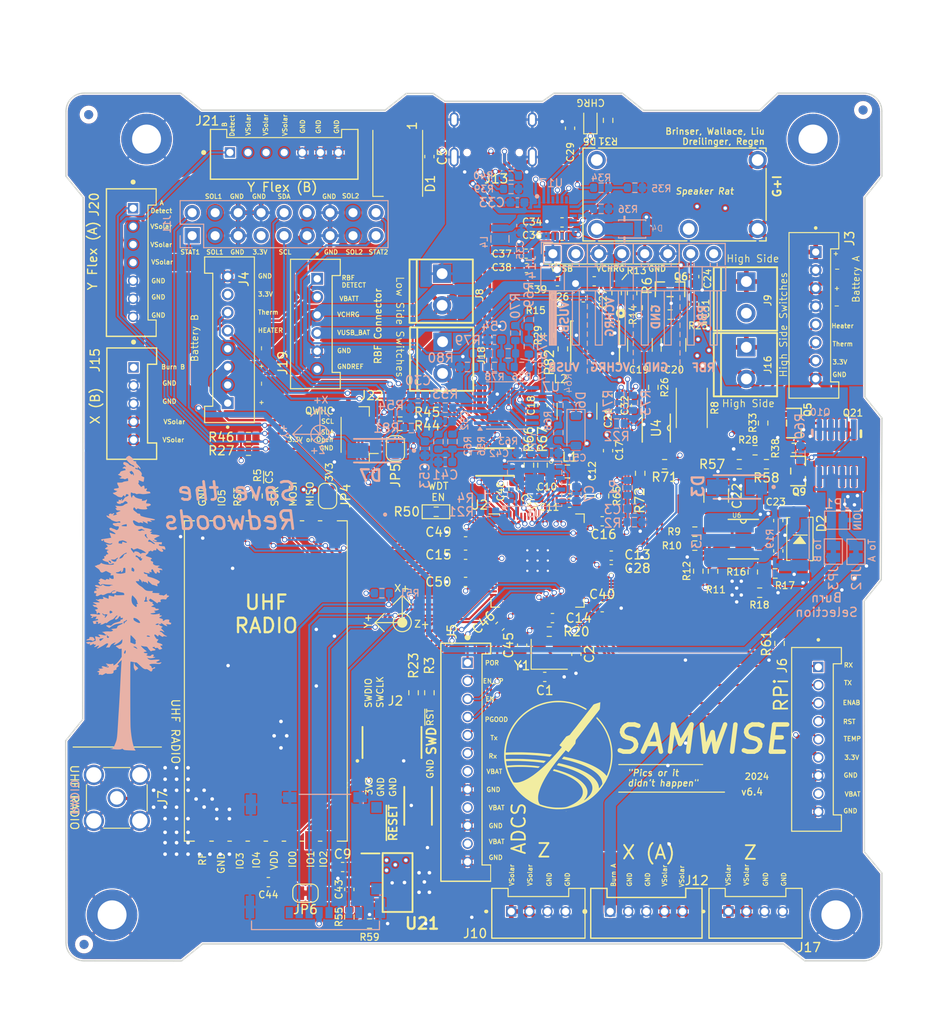
<source format=kicad_pcb>
(kicad_pcb (version 20240108) (generator "pcbnew") (generator_version "8.0")
  (title_block (title "PyCubed") (date "2025-03-18") (rev "v6.4") (company "SSI"))
  (layers (0 "F.Cu" signal) (1 "In1.Cu" signal "Route2") (2 "In2.Cu" signal "Route15") (31 "B.Cu" signal) (34 "B.Paste" user) (35 "F.Paste" user) (36 "B.SilkS" user "B.Silkscreen") (37 "F.SilkS" user "F.Silkscreen") (38 "B.Mask" user) (39 "F.Mask" user) (44 "Edge.Cuts" user))
  (net 0 "")
  (net 1 "GND")
  (net 2 "3.3V")
  (net 3 "RPI_UART_TO_PI")
  (net 4 "SWCLK")
  (net 5 "SWDIO")
  (net 6 "~{RESET}")
  (net 7 "VSOLAR")
  (net 8 "VBATT")
  (net 9 "USB_D+")
  (net 10 "USB_D-")
  (net 12 "BURN_RELAY_A")
  (net 13 "Net-(C30-Pad2)")
  (net 14 "Net-(C30-Pad1)")
  (net 16 "/Burn Wires/VBURN_A_IN")
  (net 17 "Net-(U5-SW1)")
  (net 18 "Net-(U5-VBST)")
  (net 19 "/Avionics/XTAL1")
  (net 20 "/Avionics/XTAL2")
  (net 21 "/Avionics/BATTERY")
  (net 22 "Net-(D2-K)")
  (net 23 "Net-(D3-K)")
  (net 24 "Net-(U5-SS)")
  (net 25 "Net-(U5-VREG5)")
  (net 26 "Net-(U4-TIMER)")
  (net 27 "Net-(U17-PMID_1)")
  (net 28 "Net-(U17-SW_1)")
  (net 29 "Net-(R16-Pad2)")
  (net 30 "Net-(U17-BTST)")
  (net 31 "ADCS_Rx")
  (net 32 "~{FIXED_SOLAR_FAULT}")
  (net 33 "Net-(C2-Pad1)")
  (net 34 "Net-(U7B-+)")
  (net 35 "USB_CC2")
  (net 36 "USB_CC1")
  (net 37 "GNDREF")
  (net 38 "VBUS_IN")
  (net 39 "SCL")
  (net 40 "SDA")
  (net 41 "ADCS_Tx")
  (net 42 "VCHRG")
  (net 43 "ADCS_EN")
  (net 44 "RPI_UART_FROM_PI")
  (net 45 "MPPT_STAT_1")
  (net 47 "Net-(J22-Pin_2)")
  (net 48 "Net-(Q6-C)")
  (net 49 "Net-(D5-A)")
  (net 51 "SD_CS")
  (net 55 "RPI_RST")
  (net 56 "RPI_TEMP")
  (net 59 "Net-(U6-SENSE)")
  (net 60 "RPI_ENAB")
  (net 61 "+1V1")
  (net 62 "Net-(U2-VREG_AVDD)")
  (net 63 "Net-(D6-K)")
  (net 64 "SCL_PWR")
  (net 65 "Net-(Q5-G)")
  (net 66 "SDA_PWR")
  (net 67 "Net-(Q21-Gate)")
  (net 68 "Net-(D6-A)")
  (net 69 "STAT")
  (net 70 "/Power/REGN")
  (net 71 "ENAB_RF")
  (net 72 "RF_5V")
  (net 73 "/Avionics/NEOPIXEL")
  (net 74 "SD_SCK")
  (net 75 "VBATT_SENSE")
  (net 76 "SD_MISO")
  (net 77 "SD_MOSI")
  (net 78 "ADCS_PGOOD")
  (net 79 "ADCS_POR")
  (net 80 "RBF_DETECT")
  (net 81 "Net-(U2-VREG_LX)")
  (net 82 "Net-(D7-K)")
  (net 83 "Net-(SW1-P)")
  (net 84 "/Avionics/RUN")
  (net 85 "Net-(U6-VIN_REG)")
  (net 86 "/Connectors/VSOLAR_DEPL1")
  (net 87 "Net-(U5-VFB)")
  (net 88 "Net-(U5-PG)")
  (net 89 "Net-(U6-VFB)")
  (net 90 "Net-(U4-ON)")
  (net 91 "Net-(U17-TS)")
  (net 92 "Net-(U17-ILIM)")
  (net 93 "/Avionics/FLASH_CS")
  (net 94 "SENSE_THERM_A")
  (net 95 "BAT_HEATER_A")
  (net 96 "~{MPPT_SHDN_1}")
  (net 97 "/Connectors/VSOLAR_DEPL2")
  (net 98 "Net-(U21-SENSE{slash}ADJ)")
  (net 99 "Net-(SW2-P)")
  (net 100 "3V3_RESET")
  (net 101 "SENSE_THERM_B")
  (net 107 "~{FIXED_SOLAR_CHRG}")
  (net 111 "/Burn Wires/BURN_AOUT")
  (net 112 "Net-(Q6-B)")
  (net 113 "BAT_HEATER_B")
  (net 114 "MPPT_STAT_2")
  (net 115 "~{MPPT_SHDN_2}")
  (net 116 "RF_CS")
  (net 117 "WATCHDOG_FEED")
  (net 118 "SCL_PWR2")
  (net 119 "Net-(U7A--)")
  (net 120 "Net-(R56-Pad1)")
  (net 121 "/Avionics/FLASH_IO2")
  (net 122 "SDA_PWR2")
  (net 127 "Net-(Q9-G)")
  (net 128 "Net-(Q10-Gate)")
  (net 129 "ENAB_BURN_A")
  (net 130 "ENAB_BURN_B")
  (net 131 "BURN_B")
  (net 132 "BURN_A")
  (net 133 "ADCS_EN_LP")
  (net 134 "/Burn Wires/BURN_BOUT")
  (net 135 "SideDeplyDetectA")
  (net 136 "/RF/RF_Vcc")
  (net 137 "SideDeplyDetectB")
  (net 138 "unconnected-(U23-GPIO_4-Pad4)")
  (net 139 "/RF/RF1_ANT")
  (net 140 "/RF/RF_3V3")
  (net 141 "/Avionics/FLASH_SCK")
  (net 142 "/Avionics/FLASH_MOSI")
  (net 143 "/Avionics/FLASH_MISO")
  (net 144 "/Avionics/FLASH_IO3")
  (net 145 "RF_IO0")
  (net 146 "RF_MOSI")
  (net 147 "RF_MISO")
  (net 148 "RF_SCK")
  (net 149 "RF_RST")
  (net 151 "Net-(R63-Pad1)")
  (net 152 "Net-(U7C-+)")
  (net 153 "/Power/VUSB_SYS")
  (net 154 "/Power/VUSB_BAT")
  (net 155 "/Avionics/USB_IC_D+")
  (net 156 "/Avionics/USB_IC_D-")
  (net 157 "Net-(R82-Pad1)")
  (net 158 "/Watchdog/WD_integrate")
  (net 159 "/Watchdog/WD_Vcc")
  (net 160 "/Watchdog/ref3")
  (net 161 "/Watchdog/ref4")
  (net 162 "/Watchdog/ref2")
  (net 163 "/Watchdog/ref1")
  (footprint "Resistor_SMD:R_0603_1608Metric" (layer "F.Cu") (at 178.816 91.694)
    (property "Reference" "R38")
    (property "Value" "100k")
  )
  (footprint "ssi_IC:PWP14_2P31X2P46-L" (layer "F.Cu") (at 156.8161 80.058096 -90)
    (property "Reference" "U5" (hide yes))
    (property "Value" "TPS54226PWPR" (hide yes))
  )
  (footprint "Capacitor_SMD:C_0603_1608Metric" (layer "F.Cu") (at 151 87 -90)
    (property "Reference" "C18")
    (property "Value" "22uF")
  )
  (footprint "Capacitor_SMD:C_0603_1608Metric" (layer "F.Cu") (at 158.25 92 90)
    (property "Reference" "C17")
    (property "Value" "22uF")
  )
  (footprint "Capacitor_SMD:C_0603_1608Metric" (layer "F.Cu") (at 158.1785 85.9155 90)
    (property "Reference" "C21")
    (property "Value" "0.1uF")
  )
  (footprint "Resistor_SMD:R_0603_1608Metric" (layer "F.Cu") (at 152.781 76.5175 180)
    (property "Reference" "R15")
    (property "Value" "100k")
  )
  (footprint "Capacitor_SMD:C_0603_1608Metric" (layer "F.Cu") (at 155.5115 75.057 180)
    (property "Reference" "C26")
    (property "Value" "3.3nF")
  )
  (footprint "ssi_transistor:SOT-23" (layer "F.Cu") (at 178.7871 88.948096 -90)
    (property "Reference" "Q5")
    (property "Value" "IRLML2803" (hide yes))
  )
  (footprint "Resistor_SMD:R_0603_1608Metric" (layer "F.Cu") (at 165.1 76.962)
    (property "Reference" "R25")
    (property "Value" "10k")
  )
  (footprint "ssi_transistor:DMP2040USS-13" (layer "F.Cu") (at 183.515 92.329 180)
    (property "Reference" "Q21")
    (property "Value" "DMP2040USS-13" (hide yes))
  )
  (footprint "MountingHole:MountingHole_3.2mm_M3_DIN965_Pad" (layer "F.Cu") (at 107.2361 57.5641)
    (property "Reference" "H1" (hide yes))
    (property "Value" "MountingHole_Pad")
  )
  (footprint "MountingHole:MountingHole_3.2mm_M3_DIN965_Pad" (layer "F.Cu") (at 103.4261 143.2941)
    (property "Reference" "H2" (hide yes))
    (property "Value" "MountingHole_Pad")
  )
  (footprint "MountingHole:MountingHole_3.2mm_M3_DIN965_Pad" (layer "F.Cu") (at 183.4261 143.2941)
    (property "Reference" "H3" (hide yes))
    (property "Value" "MountingHole_Pad")
  )
  (footprint "MountingHole:MountingHole_3.2mm_M3_DIN965_Pad" (layer "F.Cu") (at 180.8961 57.5641)
    (property "Reference" "H4" (hide yes))
    (property "Value" "MountingHole_Pad")
  )
  (footprint "Fiducial:Fiducial_1mm_Mask2mm" (layer "F.Cu") (at 100.33 146.558)
    (property "Reference" "REF1T" (hide yes))
    (property "Value" "Fiducial_1mm_Mask2mm")
  )
  (footprint "ssi_relay:Relay_PE014006" (layer "F.Cu") (at 165.5979 63.69 90)
    (property "Reference" "U16" (hide yes))
    (property "Value" "PE014006" (hide yes))
  )
  (footprint "Capacitor_SMD:C_0603_1608Metric" (layer "F.Cu") (at 154.051 56.368 90)
    (property "Reference" "C29")
    (property "Value" "4.7uF")
  )
  (footprint "Resistor_SMD:R_0603_1608Metric" (layer "F.Cu") (at 158.2547 55.499 -90)
    (property "Reference" "R31")
    (property "Value" "10k")
  )
  (footprint "Capacitor_SMD:C_0603_1608Metric" (layer "F.Cu") (at 153.162 66.7766 180)
    (property "Reference" "C34")
    (property "Value" "4.7uF")
  )
  (footprint "Capacitor_SMD:C_0603_1608Metric" (layer "F.Cu") (at 149.225 71.8185)
    (property "Reference" "C38")
    (property "Value" "22uF")
  )
  (footprint "Resistor_SMD:R_0603_1608Metric" (layer "F.Cu") (at 159.1945 74.549 -90)
    (property "Reference" "R13")
    (property "Value" "73.2k")
  )
  (footprint "Capacitor_SMD:C_0603_1608Metric" (layer "F.Cu") (at 152.654 73.279)
    (property "Reference" "C39")
    (property "Value" "10uF")
  )
  (footprint "ssi_connector:SMA_Amphenol_901-144_horizontal" (layer "F.Cu") (at 103.9495 130.3655 -90)
    (property "Reference" "J7")
    (property "Value" "Amphenol_901-144")
  )
  (footprint "Resistor_SMD:R_0603_1608Metric" (layer "F.Cu") (at 119.5 97 -90)
    (property "Reference" "R5")
    (property "Value" "10k")
  )
  (footprint "Capacitor_SMD:C_0603_1608Metric" (layer "F.Cu") (at 156.718 73.279 180)
    (property "Reference" "C27")
    (property "Value" "1uF")
  )
  (footprint "Capacitor_SMD:C_0603_1608Metric" (layer "F.Cu") (at 149.187 70.231)
    (property "Reference" "C37")
    (property "Value" "22uF")
  )
  (footprint "Resistor_SMD:R_0603_1608Metric" (layer "F.Cu") (at 151.75 79.25 -90)
    (property "Reference" "R29")
    (property "Value" "10k")
  )
  (footprint "ssi_connector:1985807" (layer "F.Cu") (at 173.5328 80.5722 -90)
    (property "Reference" "J16")
    (property "Value" "1985807")
  )
  (footprint "Resistor_SMD:R_0603_1608Metric" (layer "F.Cu") (at 160.909 74.549 90)
    (property "Reference" "R14")
    (property "Value" "22.1k")
  )
  (footprint "LED_SMD:LED_0603_1608Metric" (layer "F.Cu") (at 156.2935 55.499 90)
    (property "Reference" "D5")
    (property "Value" "GREEN LED")
  )
  (footprint "Resistor_SMD:R_2512_6332Metric" (layer "F.Cu") (at 167.5 87.275 -90)
    (property "Reference" "R8")
    (property "Value" "0.02")
  )
  (footprint "ssi_inductor:L_2141" (layer "F.Cu") (at 154.813 87.63 -90)
    (property "Reference" "L2")
    (property "Value" "3.3uH")
  )
  (footprint "ssi_transistor:SOT-23" (layer "F.Cu") (at 165.1 74.168)
    (property "Reference" "Q6")
    (property "Value" "MMBT2222A-TP" (hide yes))
  )
  (footprint "ssi_connector:1985807" (layer "F.Cu") (at 139.954 79.9592 -90)
    (property "Reference" "J18")
    (property "Value" "1985807")
  )
  (footprint "Resistor_SMD:R_0603_1608Metric" (layer "F.Cu") (at 174.498 91.948 180)
    (property "Reference" "R28")
    (property "Value" "10k")
  )
  (footprint "Resistor_SMD:R_0603_1608Metric" (layer "F.Cu") (at 175.387 88.948096 -90)
    (property "Reference" "R33")
    (property "Value" "3.3k")
  )
  (footprint "Capacitor_SMD:C_1210_3225Metric" (layer "F.Cu") (at 161.7691 80.312096 90)
    (property "Reference" "C19")
    (property "Value" "10uF")
  )
  (footprint "Capacitor_SMD:C_1210_3225Metric" (layer "F.Cu") (at 165.481 80.312096 90)
    (property "Reference" "C20")
    (property "Value" "10uF")
  )
  (footprint "Capacitor_SMD:C_0603_1608Metric" (layer "F.Cu") (at 167.767 72.771 -90)
    (property "Reference" "C24")
    (property "Value" "0.1uF")
  )
  (footprint "Resistor_SMD:R_0603_1608Metric" (layer "F.Cu") (at 163.25 85 -90)
    (property "Reference" "R26")
    (property "Value" "1k")
  )
  (footprint "ssi_IC:ADM1176-1ARMZ-R7" (layer "F.Cu") (at 163.576 89.5 -90)
    (property "Reference" "U4")
    (property "Value" "ADM1176-1ARMZ-R7" (hide yes))
  )
  (footprint "Resistor_SMD:R_0603_1608Metric" (layer "F.Cu") (at 129.649937 143.530948 -90)
    (property "Reference" "R55")
    (property "Value" "10k")
  )
  (footprint "Capacitor_SMD:C_0603_1608Metric" (layer "F.Cu") (at 167.767 75.819 90)
    (property "Reference" "C31")
    (property "Value" "22uF")
  )
  (footprint "ssi_IC:TPS7A4501DCQT" (layer "F.Cu") (at 134.983937 139.720948)
    (property "Reference" "U21")
    (property "Value" "TPS7A4501DCQT" (hide yes))
  )
  (footprint "Capacitor_SMD:C_0603_1608Metric" (layer "F.Cu") (at 120.7008 139.6746)
    (property "Reference" "C44")
    (property "Value" "10uF")
  )
  (footprint "Resistor_SMD:R_0603_1608Metric" (layer "F.Cu") (at 131.883937 144.258948)
    (property "Reference" "R59")
    (property "Value" "3.3k")
  )
  (footprint "Capacitor_SMD:C_0603_1608Metric" (layer "F.Cu") (at 129.649937 140.482948 -90)
    (property "Reference" "C43")
    (property "Value" "10uF")
  )
  (footprint "Capacitor_SMD:C_0603_1608Metric" (layer "F.Cu") (at 153.162 68.25)
    (property "Reference" "C36")
    (property "Value" "47nF")
  )
  (footprint "Capacitor_SMD:C_0603_1608Metric" (layer "F.Cu") (at 161.35 87 90)
    (property "Reference" "C32")
    (property "Value" "3.3nF")
  )
  (footprint "ssi_connector:USB_C_Receptacle_XKB_U262-161N-4BVC11" (layer "F.Cu") (at 146.052 55.018 180)
    (property "Reference" "J13")
    (property "Value" "USB_C_pycubed")
  )
  (footprint "ssi_connector:1985807" (layer "F.Cu") (at 139.9032 72.4408 -90)
    (property "Reference" "J8")
    (property "Value" "1985807")
  )
  (footprint "ssi_connector:1985807" (layer "F.Cu") (at 173.5328 73.3078 -90)
    (property "Reference" "J9")
    (property "Value" "1985807")
  )
  (footprint "Resistor_SMD:R_0603_1608Metric" (layer "F.Cu") (at 176.7078 105.567481 180)
    (property "Reference" "R17")
    (property "Value" "510k" (hide yes))
  )
  (footprint "Resistor_SMD:R_0603_1608Metric" (layer "F.Cu") (at 161.8 94.5 90)
    (property "Reference" "R72")
    (property "Value" "10k")
  )
  (footprint "Capacitor_SMD:C_0603_1608Metric" (layer "F.Cu") (at 146.3 111.4 -135)
    (property "Reference" "C46")
    (property "Value" "0.1uF")
  )
  (footprint "Capacitor_SMD:C_0603_1608Metric" (layer "F.Cu") (at 158.6 105.1)
    (property "Reference" "C28")
    (property "Value" "0.1uF")
  )
  (footprint "Resistor_SMD:R_0603_1608Metric" (layer "F.Cu") (at 168.2242 105.313481 -90)
    (property "Reference" "R12")
    (property "Value" "100k" (hide yes))
  )
  (footprint "Capacitor_SMD:C_0603_1608Metric" (layer "F.Cu") (at 151.25 117)
    (property "Reference" "C1")
    (property "Value" "15pF")
  )
  (footprint "Resistor_SMD:R_0603_1608Metric" (layer "F.Cu") (at 135.25 89.25 180)
    (property "Reference" "R44")
    (property "Value" "10k")
  )
  (footprint "Fiducial:Fiducial_1mm_Mask2mm" (layer "F.Cu") (at 186.436 54.356)
    (property "Reference" "REF3T" (hide yes))
    (property "Value" "Fiducial_1mm_Mask2mm")
  )
  (footprint "Capacitor_SMD:C_0603_1608Metric" (layer "F.Cu") (at 142.5 103.5 180)
    (property "Reference" "C15")
    (property "Value" "4.7uF")
  )
  (footprint "Resistor_SMD:R_0603_1608Metric" (layer "F.Cu") (at 149.5 93.6 90)
    (property "Reference" "R66")
    (property "Value" "27")
  )
  (footprint "Resistor_SMD:R_0603_1608Metric" (layer "F.Cu") (at 177.2 113.3 -90)
    (property "Reference" "R61")
    (property "Value" "100k")
  )
  (footprint "ssi_IC:MSOP-12_MSE" (layer "F.Cu") (at 173.2026 101.7778)
    (property "Reference" "U6")
    (property "Value" "LT3652HVIMSE#PBF")
  )
  (footprint "Capacitor_SMD:C_0603_1608Metric" (layer "F.Cu") (at 148.75 113.5 -90)
    (property "Reference" "C45")
    (property "Value" "0.1uF")
  )
  (footprint "Resistor_SMD:R_0603_1608Metric" (layer "F.Cu") (at 139.25 98.75 180)
    (property "Reference" "R50")
    (property "Value" "0")
  )
  (footprint "Capacitor_SMD:C_0603_1608Metric" (layer "F.Cu") (at 142.5 101 180)
    (property "Reference" "C49")
    (property "Value" "0.1uF")
  )
  (footprint "Capacitor_SMD:C_0603_1608Metric" (layer "F.Cu") (at 154 96.25)
    (property "Reference" "C10")
    (property "Value" "4.7uF")
  )
  (footprint "Capacitor_SMD:C_0603_1608Metric" (layer "F.Cu") (at 142.5 106.5 180)
    (property "Reference" "C50")
    (property "Value" "0.1uF")
  )
  (footprint "Capacitor_SMD:C_0603_1608Metric" (layer "F.Cu") (at 157.6 109.3)
    (property "Reference" "C40")
    (property "Value" "0.1uF")
  )
  (footprint "ssi_diode:DO-214AC" (layer "F.Cu") (at 179.451 101.759 -90)
    (property "Reference" "D2")
    (property "Value" "CDBA240LL")
  )
  (footprint "Capacitor_SMD:C_0603_1608Metric" (layer "F.Cu") (at 152.1 110.5)
    (property "Reference" "C14")
    (property "Value" "0.1uF")
  )
  (footprint "Resistor_SMD:R_0603_1608Metric" (layer "F.Cu") (at 162.56 76.2 90)
    (property "Reference" "R6")
    (property "Value" "1k")
  )
  (footprint "Capacitor_SMD:C_0603_1608Metric" (layer "F.Cu") (at 156.3 97 90)
    (property "Reference" "C12")
    (property "Value" "4.7uF")
  )
  (footprint "LED_SMD:LED_WS2812B_PLCC4_5.0x5.0mm_P3.2mm" (layer "F.Cu") (at 135 60.25 -90)
    (property "Reference" "D1")
    (property "Value" "1655")
  )
  (footprint "Capacitor_SMD:C_0603_1608Metric" (layer "F.Cu") (at 128.908937 138.008948)
    (property "Reference" "C9")
    (property "Value" "10uF")
  )
  (footprint "ssi_inductor:polarized" (layer "F.Cu") (at 153.75 94.2975)
    (property "Reference" "L1")
    (property "Value" "3.3uH")
  )
  (footprint "Capacitor_SMD:C_0603_1608Metric" (layer "F.Cu") (at 177.0634 99.725481 90)
    (property "Reference" "C23")
    (property "Value" "1uF" (hide yes))
  )
  (footprint "Resistor_SMD:R_0603_1608Metric" (layer "F.Cu") (at 169.8498 105.313481 -90)
    (property "Reference" "R11")
    (property "Value" "100k" (hide yes))
  )
  (footprint "ssi_IC:RP2350-QFN-80-1EP_10x10_P0.4mm_EP3.4x3.4mm_ThermalVias" (layer "F.Cu") (at 150.46 104.143333)
    (property "Reference" "U2")
    (property "Value" "RP2350_80QFN")
  )
  (footprint "Jumper:SolderJumper-2_P1.3mm_Open_RoundedPad1.0x1.5mm" (layer "F.Cu") (at 134.75 91.75 -90)
    (property "Reference" "JP5")
    (property "Value" "QWIIC suply")
  )
  (footprint "ssi_connector:SAMTEC_FTSH-105-01-L-DV-007" (layer "F.Cu") (at 134.365 124.245)
    (property "Reference" "J2")
    (property "Value" "Conn_ARM_JTAG_SWD_10")
  )
  (footprint "Crystal:Crystal_SMD_3225-4Pin_3.2x2.5mm" (layer "F.Cu") (at 151.75 114.5)
    (property "Reference" "Y1")
    (property "Value" "ABM8-272-T3")
  )
  (footprint "ssi_IC:RFM98PW" (layer "F.Cu") (at 120.42 117.45 -90)
    (property "Reference" "U23" (hide yes))
    (property "Value" "RFM98PW" (hide yes))
  )
  (footprint "ssi_switch:BTN_KMR2_4.6X2.8" (layer "F.Cu") (at 145.75 93.25 180)
    (property "Reference" "SW2" (hide yes))
    (property "Value" "KMR231NG LFS" (hide yes))
  )
  (footprint "Resistor_SMD:R_0603_1608Metric" (layer "F.Cu") (at 175.75 93.5 180)
    (property "Reference" "R58")
    (property "Value" "3.3k")
  )
  (footprint "Connector_JST:JST_SH_BM04B-SRSS-TB_1x04-1MP_P1.00mm_Vertical" (layer "F.Cu") (at 130.75 90.25 90)
    (property "Reference" "J22")
    (property "Value" "QWIIC")
  )
  (footprint "Resistor_SMD:R_0603_1608Metric" (layer "F.Cu") (at 135.25 87.75 180)
    (property "Reference" "R45")
    (property "Value" "10k")
  )
  (footprint "Resistor_SMD:R_0603_1608Metric" (layer "F.Cu") (at 172.75 93.5 180)
    (property "Reference" "R57")
    (property "Value" "10k")
  )
  (footprint "ssi_connector:Molex_35362-0550" (layer "F.Cu") (at 158.484001 142.92 180)
    (property "Reference" "J12")
    (property "Value" "35362-0550")
  )
  (footprint "Fiducial:Fiducial_1mm_Mask2mm" (layer "F.Cu") (at 100.838 54.864 90)
    (property "Reference" "REF2T" (hide yes))
    (property "Value" "Fiducial_1mm_Mask2mm")
  )
  (footprint "Resistor_SMD:R_0603_1608Metric" (layer "F.Cu") (at 175.006 107.696)
    (property "Reference" "R18")
    (property "Value" "330k" (hide yes))
  )
  (footprint "Resistor_SMD:R_0603_1608Metric" (layer "F.Cu") (at 138.5 118.75 90)
    (property "Reference" "R3")
    (property "Value" "1k")
  )
  (footprint "ssi_connector:Molex_35362-0550" (layer "F.Cu") (at 105.8 82.799999 90)
    (property "Reference" "J15")
    (property "Value" "35362-0550")
  )
  (footprint "Resistor_SMD:R_0603_1608Metric" (layer "F.Cu") (at 167.84 100.95)
    (property "Reference" "R9")
    (property "Value" "121k")
  )
  (footprint "Jumper:SolderJumper-2_P1.3mm_Open_RoundedPad1.0x1.5mm" (layer "F.Cu") (at 127.25 97 90)
    (property "Reference" "JP4")
    (property "Value" "3.3V EN")
  )
  (footprint "Resistor_SMD:R_0603_1608Metric" (layer "F.Cu") (at 118.5 90.5)
    (property "Reference" "R46")
    (property "Value" "100k")
  )
  (footprint "Resistor_SMD:R_0603_1608Metric" (layer "F.Cu") (at 167.84 102.49 180)
    (property "Reference" "R10")
    (property "Value" "20k")
  )
  (footprint "ssi_connector:Molex_35362-0850" (layer "F.Cu") (at 181.2 70.050001 90)
    (property "Reference" "J3")
    (property "Value" "35362-0850" (hide yes))
  )
  (footprint "ssi_connector:Molex_35362-1250" (layer "F.Cu") (at 142.72 115.43 90)
    (property "Reference" "J5")
    (property "Value" "35362-1250")
  )
  (footprint "Resistor_SMD:R_0603_1608Metric" (layer "F.Cu") (at 153.25 80.75 90)
    (property "Reference" "R82")
    (property "Value" "0")
  )
  (footprint "ssi_connector:Molex_35362-0450" (layer "F.Cu") (at 147.55 142.92 180)
    (property "Reference" "J10")
    (property "Value" "35362-0450")
  )
  (footprint "Capacitor_SMD:C_0603_1608Metric" (layer "F.Cu") (at 147.8 96.25 90)
    (property "Reference" "C48")
    (property "Value" "0.1uF")
  )
  (footprint "Capacitor_SMD:C_0603_1608Metric" (layer "F.Cu") (at 177.0634 103.078281 90)
    (property "Reference" "C25" (hide yes))
    (property "Value" "10uF" (hide yes))
  )
  (footprint "ssi_connector:Molex_35362-0650" (layer "F.Cu") (at 126.1 73 90)
    (property "Reference" "J19")
    (property "Value" "35362-0650")
  )
  (footprint "Resistor_SMD:R_0603_1608Metric" (layer "F.Cu") (at 164.5 93.5 180)
    (property "Reference" "R71")
    (property "Value" "10k")
  )
  (footprint "Capacitor_SMD:C_0603_1608Metric" (layer "F.Cu") (at 158.6 103.6)
    (property "Reference" "C13")
    (property "Value" "0.1uF")
  )
  (footprint "Capacitor_SMD:C_0603_1608Metric" (layer "F.Cu") (at 138.5 59.5 -90)
    (property "Reference" "C5")
    (property "Value" "0.1uF")
  )
  (footprint "ssi_drawings:logo_SSI_medium" (layer "F.Cu") (at 152.624473 127.344051)
    (property "Reference" "G***" (hide yes))
    (property "Value" "logo_SSI_medium" (hide yes))
  )
  (footprint "Capacitor_SMD:C_0603_1608Metric" (layer "F.Cu") (at 150.1 96.7 135)
    (property "Reference" "C47")
    (property "Value" "0.1uF")
  )
  (footprint "ssi_switch:BTN_KMR2_4.6X2.8" (layer "F.Cu") (at 137.25 131.25 -90)
    (property "Reference" "SW1" (hide yes))
    (property "Value" "KMR231NG LFS" (hide yes))
  )
  (footprint "Capacitor_SMD:C_0603_1608Metric" (layer "F.Cu") (at 154.75 114.5 -90)
    (property "Reference" "C2")
    (property "Value" "15pF")
  )
  (footprint "Resistor_SMD:R_0603_1608Metric" (layer "F.Cu") (at 118.5 92)
    (property "Reference" "R27")
    (property "Value" "100k")
  )
  (footprint "Resistor_SMD:R_0603_1608Metric" (layer "F.Cu") (at 151 93.6 90)
    (property "Reference" "R67")
    (property "Value" "27")
  )
  (footprint "Capacitor_SMD:C_0603_1608Metric" (layer "F.Cu") (at 157.6 99.8)
    (property "Reference" "C16")
    (property "Value" "0.1uF")
  )
  (footprint "ssi_connector:Molex_35362-0850" (layer "F.Cu") (at 116.205 86.739999 -90)
    (property "Reference" "J4")
    (property "Value" "35362-0850" (hide yes))
  )
  (footprint "ssi_connector:Molex_35362-0750" (layer "F.Cu") (at 105.75 65.214001 90)
    (property "Reference" "J20")
    (property "Value" "35362-0750")
  )
  (footprint "Jumper:SolderJumper-2_P1.3mm_Bridged_RoundedPad1.0x1.5mm" (layer "F.Cu") (at 124.8 140.9 180)
    (property "Reference" "JP6")
    (property "Value" "Jumper_3_Bridged12")
  )
  (footprint "Capacitor_SMD:C_1210_3225Metric" (layer "F.Cu") (at 170.2 97 -90)
    (property "Reference" "C22")
    (property "Value" "10uF")
  )
  (footprint "ssi_connector:Molex_35362-0450" (layer "F.Cu") (at 171.55 142.92 180)
    (property "Reference" "J17")
    (property "Value" "35362-0450")
  )
  (footprint "Resistor_SMD:R_0603_1608Metric" (layer "F.Cu") (at 151.75 112 180)
    (property "Reference" "R20")
    (property "Value" "1k")
  )
  (footprint "Resistor_SMD:R_0603_1608Metric" (layer "F.Cu") (at 157.8 97 -90)
    (property "Reference" "R65")
    (property "Value" "33")
  )
  (footprint "ssi_connector:Molex_35362-0750" (layer "F.Cu") (at 116.450001 59.05 180)
    (property "Reference" "J21")
    (property "Value" "35362-0750")
  )
  (footprint "ssi_connector:Molex_35362-0950" (layer "F.Cu") (at 181.491 115.9 90)
    (property "Reference" "J6")
    (property "Value" "35362-0950")
  )
  (footprint "Resistor_SMD:R_0603_1608Metric" (layer "F.Cu") (at 174.244 105.41 -90)
    (property "Reference" "R16")
    (property "Value" "49.9k" (hide yes))
  )
  (footprint "ssi_transistor:SOT-23" (layer "F.Cu") (at 179.25 94.25 -90)
    (property "Reference" "Q9")
    (property "Value" "IRLML2803" (hide yes))
  )
  (footprint "Resistor_SMD:R_0603_1608Metric" (layer "F.Cu") (at 136.75 118.75 90)
    (property "Reference" "R23")
    (property "Value" "1k")
  )
  (footprint "Capacitor_SMD:C_0603_1608Metric" (layer "F.Cu") (at 154 97.75)
    (property "Reference" "C11")
    (property "Value" "4.7uF")
  )
  (footprint "ssi_connector:Molex_503182-1852" (layer "B.Cu") (at 125.91 137.325)
    (property "Reference" "J1" (hide yes))
    (property "Value" "503182-1852")
  )
  (footprint "Fiducial:Fiducial_1mm_Mask2mm" (layer "B.Cu") (at 186.436 54.356)
    (property "Reference" "REF1B" (hide yes))
    (property "Value" "Fiducial_1mm_Mask2mm")
  )
  (footprint "Resistor_SMD:R_0603_1608Metric" (layer "B.Cu") (at 147.525 61.6046)
    (property "Reference" "R40")
    (property "Value" "5.1k")
  )
  (footprint "ssi_IC:QFN50P400X400X100-25N-D" (layer "B.Cu") (at 152.4 66.294 -90)
    (property "Reference" "U17")
    (property "Value" "BQ25883RGER" (hide yes))
  )
  (footprint "Resistor_SMD:R_0603_1608Metric" (layer "B.Cu") (at 157.48 65.278 180)
    (property "Reference" "R36")
    (property "Value" "560")
  )
  (footprint "Capacitor_SMD:C_0603_1608Metric" (layer "B.Cu") (at 148.6662 67.125 90)
    (property "Reference" "C35")
    (property "Value" "10uF")
  )
  (footprint "Resistor_SMD:R_0603_1608Metric" (layer "B.Cu") (at 161.2138 62.9412 180)
    (property "Reference" "R35")
    (property "Value" "10k")
  )
  (footprint "Resistor_SMD:R_0603_1608Metric" (layer "B.Cu") (at 157.48 62.9412)
    (property "Reference" "R34")
    (property "Value" "10k")
  )
  (footprint "Resistor_SMD:R_0603_1608Metric" (layer "B.Cu") (at 147.525 63.075 180)
    (property "Reference" "R39")
    (property "Value" "5.1k")
  )
  (footprint "ssi_inductor:L_2510" (layer "B.Cu") (at 146.3 68.6 -90)
    (property "Reference" "L4")
    (property "Value" "1uH")
  )
  (footprint "ssi_diode:PWRDI-123" (layer "B.Cu") (at 160.911 67.5005)
    (property "Reference" "D4")
    (property "Value" "DFLS130L" (hide yes))
  )
  (footprint "Connector_PinHeader_2.54mm:PinHeader_1x08_P2.54mm_Horizontal" (layer "B.Cu") (at 152.146 70.231 -90)
    (property "Reference" "J14")
    (property "Value" "Conn_01x08_Horizontal")
  )
  (footprint "Resistor_SMD:R_0603_1608Metric" (layer "B.Cu") (at 133.25 107.75 180)
    (property "Reference" "R51")
    (property "Value" "10k")
  )
  (footprint "Resistor_SMD:R_0603_1608Metric" (layer "B.Cu") (at 161 86.7 90)
    (property "Reference" "R73")
    (property "Value" "10k")
  )
  (footprint "Fiducial:Fiducial_1mm_Mask2mm" (layer "B.Cu") (at 100.838 54.864)
    (property "Reference" "REF2B" (hide yes))
    (property "Value" "Fiducial_1mm_Mask2mm")
  )
  (footprint "Resistor_SMD:R_0603_1608Metric" (layer "B.Cu") (at 159.5 86.7 90)
    (property "Reference" "R74")
    (property "Value" "10k")
  )
  (footprint "Resistor_SMD:R_0603_1608Metric" (layer "B.Cu") (at 152.75 87 90)
    (property "Reference" "R64")
    (property "Value" "4.7M")
  )
  (footprint "Resistor_SMD:R_0603_1608Metric" (layer "B.Cu") (at 150 90.75)
    (property "Reference" "R63")
    (property "Value" "1k")
  )
  (footprint "Resistor_SMD:R_0603_1608Metric" (layer "B.Cu") (at 148.7 82.75 180)
    (property "Reference" "R76")
    (property "Value" "10k")
  )
  (footprint "Resistor_SMD:R_0603_1608Metric" (layer "B.Cu") (at 145.7 82.75 180)
    (property "Reference" "R78")
    (property "Value" "10k")
  )
  (footprint "Resistor_SMD:R_0603_1608Metric" (layer "B.Cu") (at 179.5 92.25 90)
    (property "Reference" "R60")
    (property "Value" "100k")
  )
  (footprint "Jumper:SolderJumper-2_P1.3mm_Bridged_Pad1.0x1.5mm" (layer "B.Cu") (at 183.15 103.15 -90)
    (property "Reference" "JP3")
    (property "Value" "Jumper_2_Bridged")
  )
  (footprint "Resistor_SMD:R_0603_1608Metric" (layer "B.Cu") (at 142.7 82.75 180)
    (property "Reference" "R80")
    (property "Value" "3k")
  )
  (footprint "Capacitor_SMD:C_0603_1608Metric" (layer "B.Cu") (at 145.7 79.75)
    (property "Reference" "C54")
    (property "Value" "10uF")
  )
  (footprint "Resistor_SMD:R_0603_1608Metric" (layer "B.Cu") (at 145 97.25)
    (property "Reference" "R4")
    (property "Value" "1k")
  )
  (footprint "Resistor_SMD:R_0603_1608Metric" (layer "B.Cu") (at 149.5 80.5 -90)
    (property "Reference" "R75")
    (property "Value" "100k")
  )
  (footprint "Resistor_SMD:R_0603_1608Metric" (layer "B.Cu") (at 160.4 96.1 -90)
    (property "Reference" "R1")
    (property "Value" "330k")
  )
  (footprint "Resistor_SMD:R_0603_1608Metric" (layer "B.Cu") (at 141.045 91 -90)
    (property "Reference" "R56")
    (property "Value" "1k")
  )
  (footprint "Resistor_SMD:R_0603_1608Metric" (layer "B.Cu") (at 161.165 99.9 180)
    (property "Reference" "R2")
    (property "Value" "110k")
  )
  (footprint "Capacitor_SMD:C_0603_1608Metric" (layer "B.Cu") (at 149 92.25)
    (property "Reference" "C42")
    (property "Value" "10uF")
  )
  (footprint "Resistor_SMD:R_0603_1608Metric" (layer "B.Cu") (at 159.2 89)
    (property "Reference" "R22")
    (property "Value" "10k")
  )
  (footprint "Capacitor_SMD:C_0603_1608Metric" (layer "B.Cu") (at 152 92.25 180)
    (property "Reference" "C51")
    (property "Value" "10uF")
  )
  (footprint "Capacitor_SMD:C_0603_1608Metric" (layer "B.Cu") (at 137.25 85.75)
    (property "Reference" "C30")
    (property "Value" "10uF")
  )
  (footprint "Resistor_SMD:R_0603_1608Metric" (layer "B.Cu") (at 136.5 89.5)
    (property "Reference" "R81")
    (property "Value" "33")
  )
  (footprint "Capacitor_SMD:C_0603_1608Metric" (layer "B.Cu") (at 140.25 88.75)
    (property "Reference" "C52")
    (property "Value" "0.1uF")
  )
  (footprint "ssi_inductor:SDE06004A-680K" (layer "B.Cu") (at 171.6 101.9 -90)
    (property "Reference" "L3")
    (property "Value" "68uH")
  )
  (footprint "Resistor_SMD:R_0603_1608Metric" (layer "B.Cu") (at 137.25 87.25)
    (property "Reference" "R54")
    (property "Value" "10k")
  )
  (footprint "Jumper:SolderJumper-2_P1.3mm_Bridged_Pad1.0x1.5mm" (layer "B.Cu") (at 185.65 103.175 -90)
    (property "Reference" "JP2")
    (property "Value" "Jumper_2_Bridged")
  )
  (footprint "Fiducial:Fiducial_1mm_Mask2mm" (layer "B.Cu") (at 100.33 146.558)
    (property "Reference" "REF3B" (hide yes))
    (property "Value" "Fiducial_1mm_Mask2mm")
  )
  (footprint "ssi_diode:DIOM5226X262N" (layer "B.Cu") (at 172.5 96.012 180)
    (property "Reference" "D3")
    (property "Value" "CMSH1-40M" (hide yes))
  )
  (footprint "Resistor_SMD:R_0603_1608Metric" (layer "B.Cu") (at 139.5 91 90)
    (property "Reference" "R62")
    (property "Value" "100k")
  )
  (footprint "Resistor_SMD:R_0603_1608Metric" (layer "B.Cu") (at 140.25 87.25)
    (property "Reference" "R53")
    (property "Value" "10k")
  )
  (footprint "Capacitor_SMD:C_0603_1608Metric" (layer "B.Cu") (at 140.25 93.25)
    (property "Reference" "C41")
    (property "Value" "10uF")
  )
  (footprint "Resistor_SMD:R_0603_1608Metric" (layer "B.Cu") (at 144.2 81.25 180)
    (property "Reference" "R79")
    (property "Value" "3k")
  )
  (footprint "ssi_transistor:DMP2040USS-13" (layer "B.Cu") (at 183.5 92.25)
    (property "Reference" "Q10")
    (property "Value" "DMP2040USS-13" (hide yes))
  )
  (footprint "Resistor_SMD:R_0603_1608Metric" (layer "B.Cu") (at 149.5 77.5 -90)
    (property "Reference" "R69")
    (property "Value" "100k")
  )
  (footprint "Capacitor_SMD:C_0603_1608Metric" (layer "B.Cu") (at 148.225 64.575)
    (property "Reference" "C33")
    (property "Value" "1uF")
  )
  (footprint "Resistor_SMD:R_2512_6332Metric" (layer "B.Cu") (at 178.7652 101.727 -90)
    (property "Reference" "R19")
    (property "Value" "0.27" (hide yes))
  )
  (footprint "Package_SO:TSSOP-14_4.4x5mm_P0.65mm" (layer "B.Cu") (at 147 87)
    (property "Reference" "U7")
    (property "Value" "TLV1704")
  )
  (footprint "ssi_IC:SON127P600X500X90-9N" (layer "B.Cu") (at 150.135 95.655)
    (property "Reference" "U3")
    (property "Value" "MR25H40MDF")
  )
  (footprint "ssi_diode:DIOM5226X262N" (layer "B.Cu") (at 132.75 92 180)
    (property "Reference" "D7")
    (property "Value" "CMSH1-40M" (hide yes))
  )
  (footprint "Resistor_SMD:R_0603_1608Metric" (layer "B.Cu") (at 147.2 81.25 180)
    (property "Reference" "R77")
    (property "Value" "10k")
  )
  (footprint "Jumper:SolderJumper-2_P1.3mm_Open_Pad1.0x1.5mm" (layer "B.Cu") (at 183.575 99.675 180)
    (property "Reference" "JP1")
    (property "Value" "Jumper_2_Open")
  )
  (footprint "Capacitor_SMD:C_0603_1608Metric" (layer "B.Cu") (at 138 91.75 -90)
    (property "Reference" "C53")
    (property "Value" "10uF")
  )
  (footprint "Resistor_SMD:R_0603_1608Metric" (layer "B.Cu") (at 152.75 90 -90)
    (property "Reference" "R68")
    (property "Value" "100k")
  )
  (footprint "Resistor_SMD:R_0603_1608Metric" (layer "B.Cu") (at 148 79 -90)
    (property "Reference" "R70")
    (property "Value" "100k")
  )
  (footprint "Connector_PinSocket_2.54mm:PinSocket_2x09_P2.54mm_Vertical" (layer "B.Cu") (at 112.28 68.24 -90)
    (property "Reference" "J11")
    (property "Value" "MPPT board")
  )
  (footprint "Resistor_SMD:R_0603_1608Metric" (layer "B.Cu") (at 145 98.75 180)
    (property "Reference" "R21")
    (property "Value" "10k")
  )
  (footprint "Diode_SMD:D_SOD-123" (layer "B.Cu") (at 154.7 89.8 -90)
    (property "Reference" "D6")
    (property "Value" "1N4151W-E3-08")
  )
  (footprint "Capacitor_SMD:C_0603_1608Metric" (layer "B.Cu") (at 154.75 96.75 90)
    (property "Reference" "C7")
    (property "Value" "0.1uF")
  )
  (footprint "Capacitor_SMD:C_0603_1608Metric" (layer "B.Cu") (at 161.2 98.4)
    (property "Reference" "C3")
    (property "Value" "0.1uF")
  )
  (footprint "ssi_drawings:redwood" (layer "B.Cu") (at 105.364931 108.802672 180)
    (property "Reference" "G***" (hide yes))
    (property "Value" "redwood" (hide yes))
  )
  (gr_line (start 151.13 69.088) (end 151.13 71.374) (stroke (width 0.127)) (layer "B.SilkS"))
  (gr_line (start 166.116 71.374) (end 166.116 69.088) (stroke (width 0.127)) (layer "B.SilkS"))
  (gr_line (start 171.2 69.1) (end 151.13 69.138) (stroke (width 0.127)) (layer "B.SilkS"))
  (gr_line (start 155.956 79.883) (end 155.956 80.391) (stroke (width 0.127)) (layer "B.SilkS"))
  (gr_line (start 155.956 79.375) (end 155.956 78.867) (stroke (width 0.127)) (layer "B.SilkS"))
  (gr_line (start 155.956 77.851) (end 155.956 78.359) (stroke (width 0.127)) (layer "B.SilkS"))
  (gr_line (start 155.956 76.835) (end 155.956 77.343) (stroke (width 0.127)) (layer "B.SilkS"))
  (gr_line (start 155.956 74.803) (end 155.956 75.311) (stroke (width 0.127)) (layer "B.SilkS"))
  (gr_line (start 155.956 76.327) (end 155.956 75.819) (stroke (width 0.127)) (layer "B.SilkS"))
  (gr_line (start 155.956 81.407) (end 155.956 80.899) (stroke (width 0.127)) (layer "B.SilkS"))
  (gr_line (start 155.956 82.423) (end 155.956 81.915) (stroke (width 0.127)) (layer "B.SilkS"))
  (gr_line (start 155.956 83.439) (end 155.956 82.931) (stroke (width 0.127)) (layer "B.SilkS"))
  (gr_line (start 161.036 71.374) (end 161.036 69.088) (stroke (width 0.127)) (layer "B.SilkS"))
  (gr_line (start 161.036 77.851) (end 161.036 78.359) (stroke (width 0.127)) (layer "B.SilkS"))
  (gr_line (start 161.036 79.375) (end 161.036 78.867) (stroke (width 0.127)) (layer "B.SilkS"))
  (gr_line (start 161.036 79.883) (end 161.036 80.391) (stroke (width 0.127)) (layer "B.SilkS"))
  (gr_line (start 161.036 83.439) (end 161.036 82.931) (stroke (width 0.127)) (layer "B.SilkS"))
  (gr_line (start 161.036 82.423) (end 161.036 81.915) (stroke (width 0.127)) (layer "B.SilkS"))
  (gr_line (start 161.036 74.803) (end 161.036 75.311) (stroke (width 0.127)) (layer "B.SilkS"))
  (gr_line (start 161.036 76.835) (end 161.036 77.343) (stroke (width 0.127)) (layer "B.SilkS"))
  (gr_line (start 161.036 76.327) (end 161.036 75.819) (stroke (width 0.127)) (layer "B.SilkS"))
  (gr_line (start 161.036 81.407) (end 161.036 80.899) (stroke (width 0.127)) (layer "B.SilkS"))
  (gr_line (start 166.1995 76.365) (end 166.1995 75.857) (stroke (width 0.127)) (layer "B.SilkS"))
  (gr_line (start 124.4 91.19) (end 123.4 90.19) (stroke (width 0.127)) (layer "B.SilkS"))
  (gr_line (start 171.2 71.443) (end 171.2 69.1) (stroke (width 0.127)) (layer "B.SilkS"))
  (gr_line (start 166.1995 76.873) (end 166.1995 77.381) (stroke (width 0.127)) (layer "B.SilkS"))
  (gr_line (start 166.1995 74.841) (end 166.1995 75.349) (stroke (width 0.127)) (layer "B.SilkS"))
  (gr_line (start 166.1995 83.477) (end 166.1995 82.969) (stroke (width 0.127)) (layer "B.SilkS"))
  (gr_line (start 148.6 81.85) (end 150.3 82.15) (stroke (width 0.127)) (layer "B.SilkS"))
  (gr_circle (center 126.4 90.19) (end 125.4 90.19) (stroke (width 0.127)) (fill none) (layer "B.SilkS"))
  (gr_line (start 123.4 90.19) (end 126.4 90.19) (stroke (width 0.127)) (layer "B.SilkS"))
  (gr_line (start 125.69 89.48) (end 127.11 90.9) (stroke (width 0.127)) (layer "B.SilkS"))
  (gr_line (start 124.4 89.19) (end 123.4 90.19) (stroke (width 0.127)) (layer "B.SilkS"))
  (gr_line (start 166.1995 81.445) (end 166.1995 80.937) (stroke (width 0.127)) (layer "B.SilkS"))
  (gr_line (start 127.11 89.48) (end 125.69 90.9) (stroke (width 0.127)) (layer "B.SilkS"))
  (gr_line (start 166.1995 79.413) (end 166.1995 78.905) (stroke (width 0.127)) (layer "B.SilkS"))
  (gr_circle (center 133.604 99.06) (end 133.731 99.06) (stroke (width 0.2)) (fill none) (layer "B.SilkS"))
  (gr_line (start 166.1995 82.461) (end 166.1995 81.953) (stroke (width 0.127)) (layer "B.SilkS"))
  (gr_line (start 166.1995 77.889) (end 166.1995 78.397) (stroke (width 0.127)) (layer "B.SilkS"))
  (gr_line (start 155.956 69.088) (end 155.956 71.374) (stroke (width 0.127)) (layer "B.SilkS"))
  (gr_line (start 166.1995 79.921) (end 166.1995 80.429) (stroke (width 0.127)) (layer "B.SilkS"))
  (gr_line (start 126.4 87.19) (end 126.4 90.19) (stroke (width 0.127)) (layer "B.SilkS"))
  (gr_line (start 125.4 88.19) (end 126.4 87.19) (stroke (width 0.127)) (layer "B.SilkS"))
  (gr_line (start 127.4 88.19) (end 126.4 87.19) (stroke (width 0.127)) (layer "B.SilkS"))
  (gr_line (start 166.116 69.088) (end 151.13 69.088) (stroke (width 0.127)) (layer "F.SilkS"))
  (gr_line (start 161.036 71.374) (end 161.036 69.088) (stroke (width 0.127)) (layer "F.SilkS"))
  (gr_line (start 155.956 71.374) (end 155.956 69.088) (stroke (width 0.127)) (layer "F.SilkS"))
  (gr_line (start 159.434473 129.732051) (end 171.118473 129.732051) (stroke (width 0.127)) (layer "F.SilkS"))
  (gr_circle (center 135.5 111) (end 136.5 111) (stroke (width 0.127)) (fill none) (layer "F.SilkS"))
  (gr_line (start 166.116 71.374) (end 166.116 69.088) (stroke (width 0.127)) (layer "F.SilkS"))
  (gr_line (start 135.5 111) (end 135.5 108) (stroke (width 0.127)) (layer "F.SilkS"))
  (gr_line (start 160.3 72.5) (end 159.8 73.1) (stroke (width 0.127)) (layer "F.SilkS"))
  (gr_line (start 151.13 71.374) (end 166.116 71.374) (stroke (width 0.127)) (layer "F.SilkS"))
  (gr_line (start 135.5 108) (end 134.5 109) (stroke (width 0.127)) (layer "F.SilkS"))
  (gr_line (start 151.13 69.088) (end 151.13 71.374) (stroke (width 0.127)) (layer "F.SilkS"))
  (gr_line (start 132.5 111) (end 133.5 110) (stroke (width 0.127)) (layer "F.SilkS"))
  (gr_line (start 140.75 99.512) (end 137.702 99.512) (stroke (width 0.127)) (layer "F.SilkS"))
  (gr_line (start 137.702 99.512) (end 137.702 97.988) (stroke (width 0.127)) (layer "F.SilkS"))
  (gr_circle (center 135.5 111) (end 136 111) (stroke (width 0.127)) (fill solid) (layer "F.SilkS"))
  (gr_line (start 140.75 97.988) (end 140.75 99.512) (stroke (width 0.127)) (layer "F.SilkS"))
  (gr_line (start 137.702 97.988) (end 140.75 97.988) (stroke (width 0.127)) (layer "F.SilkS"))
  (gr_line (start 135.5 108) (end 136.5 109) (stroke (width 0.127)) (layer "F.SilkS"))
  (gr_line (start 132.5 111) (end 133.5 112) (stroke (width 0.127)) (layer "F.SilkS"))
  (gr_line (start 99.125 124.75) (end 108.875 124.75) (stroke (width 0.127)) (layer "F.SilkS"))
  (gr_line (start 159.434473 126.684051) (end 168.705473 126.684051) (stroke (width 0.127)) (layer "F.SilkS"))
  (gr_line (start 135.5 111) (end 132.5 111) (stroke (width 0.127)) (layer "F.SilkS"))
  (gr_arc (start 98.3361 54.4891) (mid 98.921886 53.074886) (end 100.3361 52.4891) (stroke (width 0.15)) (layer "Edge.Cuts"))
  (gr_arc (start 100.3361 148.3741) (mid 98.921886 147.788314) (end 98.3361 146.3741) (stroke (width 0.15)) (layer "Edge.Cuts"))
  (gr_arc (start 188.5061 146.3741) (mid 187.920314 147.788314) (end 186.5061 148.3741) (stroke (width 0.15)) (layer "Edge.Cuts"))
  (gr_line (start 152.2761 52.499096) (end 151.0061 53.388096) (stroke (width 0.15)) (layer "Edge.Cuts"))
  (gr_line (start 140.2111 53.388096) (end 138.931103 52.5272) (stroke (width 0.15)) (layer "Edge.Cuts"))
  (gr_line (start 111.0016 52.4902) (end 100.3361 52.4891) (stroke (width 0.15)) (layer "Edge.Cuts"))
  (gr_arc (start 186.5061 52.4891) (mid 187.920314 53.074886) (end 188.5061 54.4891) (stroke (width 0.15)) (layer "Edge.Cuts"))
  (gr_line (start 159.8316 52.499096) (end 152.2761 52.499096) (stroke (width 0.15)) (layer "Edge.Cuts"))
  (gr_line (start 98.3002 124.0484) (end 98.3361 146.3741) (stroke (width 0.15)) (layer "Edge.Cuts"))
  (gr_line (start 151.0061 53.388096) (end 140.2111 53.388096) (stroke (width 0.15)) (layer "Edge.Cuts"))
  (gr_line (start 113.4364 146.5072) (end 111.0996 148.3868) (stroke (width 0.15)) (layer "Edge.Cuts"))
  (gr_line (start 188.5061 54.4891) (end 188.5188 61.6712) (stroke (width 0.15)) (layer "Edge.Cuts"))
  (gr_line (start 188.5188 88.392) (end 188.4426 106.2736) (stroke (width 0.15)) (layer "Edge.Cuts"))
  (gr_line (start 188.5188 138.684) (end 188.5061 146.3741) (stroke (width 0.15)) (layer "Edge.Cuts"))
  (gr_line (start 186.5061 148.3741) (end 179.9844 148.3741) (stroke (width 0.15)) (layer "Edge.Cuts"))
  (gr_line (start 111.0996 148.3868) (end 100.3361 148.3741) (stroke (width 0.15)) (layer "Edge.Cuts"))
  (gr_line (start 100.1798 121.7116) (end 100.23 64.008) (stroke (width 0.15)) (layer "Edge.Cuts"))
  (gr_line (start 175 54.3898) (end 177 52.4891) (stroke (width 0.15)) (layer "Edge.Cuts"))
  (gr_line (start 113.3384 54.3698) (end 133.604 54.3698) (stroke (width 0.15)) (layer "Edge.Cuts"))
  (gr_line (start 177.6283 146.5072) (end 113.4364 146.5072) (stroke (width 0.15)) (layer "Edge.Cuts"))
  (gr_line (start 98.3361 54.4891) (end 98.3302 61.6712) (stroke (width 0.15)) (layer "Edge.Cuts"))
  (gr_line (start 138.931103 52.5272) (end 135.9408 52.5272) (stroke (width 0.15)) (layer "Edge.Cuts"))
  (gr_line (start 186.563 108.6104) (end 188.4426 106.2736) (stroke (width 0.15)) (layer "Edge.Cuts"))
  (gr_line (start 162.1684 54.3898) (end 159.8316 52.499096) (stroke (width 0.15)) (layer "Edge.Cuts"))
  (gr_line (start 100.23 64.008) (end 98.3302 61.6712) (stroke (width 0.15)) (layer "Edge.Cuts"))
  (gr_line (start 133.604 54.3698) (end 135.9408 52.5272) (stroke (width 0.15)) (layer "Edge.Cuts"))
  (gr_line (start 186.5884 136.3472) (end 188.5188 138.684) (stroke (width 0.15)) (layer "Edge.Cuts"))
  (gr_line (start 186.6392 64.008) (end 188.5188 61.6712) (stroke (width 0.15)) (layer "Edge.Cuts"))
  (gr_line (start 100.1798 121.7116) (end 98.3002 124.0484) (stroke (width 0.15)) (layer "Edge.Cuts"))
  (gr_line (start 113.3384 54.3698) (end 111.0016 52.4902) (stroke (width 0.15)) (layer "Edge.Cuts"))
  (gr_line (start 186.6392 64.008) (end 186.6392 86.0552) (stroke (width 0.15)) (layer "Edge.Cuts"))
  (gr_line (start 177.6283 146.5072) (end 179.9844 148.3741) (stroke (width 0.15)) (layer "Edge.Cuts"))
  (gr_line (start 186.5061 52.4891) (end 177 52.4891) (stroke (width 0.15)) (layer "Edge.Cuts"))
  (gr_line (start 162.1684 54.3898) (end 175 54.3898) (stroke (width 0.15)) (layer "Edge.Cuts"))
  (gr_line (start 186.563 108.6104) (end 186.5884 136.3472) (stroke (width 0.15)) (layer "Edge.Cuts"))
  (gr_line (start 186.6392 86.0552) (end 188.5188 88.392) (stroke (width 0.15)) (layer "Edge.Cuts"))
  (gr_text "RADIO" (at 98.7425 128.27 -90) (layer "B.SilkS") (effects (font (size 0.889 0.889) (thickness 0.127)) (justify right bottom mirror)))
  (gr_text "VCHRG" (at 160.782 83.312 0) (layer "B.SilkS") (effects (font (size 0.889 0.889) (thickness 0.2032)) (justify left bottom mirror)))
  (gr_text "VUSB" (at 155.194 83.312 0) (layer "B.SilkS") (effects (font (size 0.889 0.889) (thickness 0.2032)) (justify left bottom mirror)))
  (gr_text "GND" (at 164.04463 75.734334 90) (layer "B.SilkS") (effects (font (size 0.889 0.889) (thickness 0.2032)) (justify left bottom mirror)))
  (gr_text "VCHRG" (at 158.96463 74.908834 90) (layer "B.SilkS") (effects (font (size 0.889 0.889) (thickness 0.2032)) (justify left bottom mirror)))
  (gr_text "VUSB" (at 153.95 75.3745 90) (layer "B.SilkS") (effects (font (size 0.889 0.889) (thickness 0.2032)) (justify left bottom mirror)))
  (gr_text "GND" (at 165.0365 83.312 0) (layer "B.SilkS") (effects (font (size 0.889 0.889) (thickness 0.2032)) (justify left bottom mirror)))
  (gr_text "Save the \nRedwoods" (at 116.5352 98.0948 0) (layer "B.SilkS") (effects (font (size 2 2) (thickness 0.3) (italic yes)) (justify mirror)))
  (gr_text "To A" (at 187.86 101.69 90) (layer "B.SilkS") (effects (font (size 0.762 0.762) (thickness 0.127) (bold yes)) (justify left bottom mirror)))
  (gr_text "JOIN" (at 186.28 98.21 90) (layer "B.SilkS") (effects (font (size 0.762 0.762) (thickness 0.127) (bold yes)) (justify left bottom mirror)))
  (gr_text "Y+" (at 122.03 90.75 -90) (layer "B.SilkS") (effects (font (size 0.762 0.762) (thickness 0.127) (bold yes)) (justify left bottom mirror)))
  (gr_text "Burn\nSelection" (at 182.39 110.44 0) (layer "B.SilkS") (effects (font (size 1 1)) (justify bottom mirror)))
  (gr_text "X+" (at 127.4 86.84 0) (layer "B.SilkS") (effects (font (size 0.762 0.762) (thickness 0.127) (bold yes)) (justify left bottom mirror)))
  (gr_text "Z+" (at 127.06 92.41 0) (layer "B.SilkS") (effects (font (size 0.762 0.762) (thickness 0.127) (bold yes)) (justify left bottom mirror)))
  (gr_text "RBF" (at 170.2 83.35 0) (layer "B.SilkS") (effects (font (size 0.889 0.889) (thickness 0.2032)) (justify left bottom mirror)))
  (gr_text "RBF" (at 169.20813 75.772334 90) (layer "B.SilkS") (effects (font (size 0.889 0.889) (thickness 0.2032)) (justify left bottom mirror)))
  (gr_text "To B" (at 181.84 101.62 90) (layer "B.SilkS") (effects (font (size 0.762 0.762) (thickness 0.127) (bold yes)) (justify left bottom mirror)))
  (gr_text "SWCLK" (at 133.46 120.5 90) (layer "F.SilkS") (effects (font (size 0.7112 0.7112) (thickness 0.12192)) (justify left bottom)))
  (gr_text "SWDIO" (at 132.18 120.5 90) (layer "F.SilkS") (effects (font (size 0.7112 0.7112) (thickness 0.12192)) (justify left bottom)))
  (gr_text "G+I" (at 177.44948 64.11214 90) (layer "F.SilkS") (effects (font (size 0.889 0.889) (thickness 0.2)) (justify left bottom)))
  (gr_text "~{RESET}" (at 135 131 90) (layer "F.SilkS") (effects (font (size 0.889 0.889) (thickness 0.1778)) (justify right bottom)))
  (gr_text "UHF\nRADIO" (at 120.4595 107.8357 0) (layer "F.SilkS") (effects (font (size 1.59258 1.59258) (thickness 0.25146)) (justify top)))
  (gr_text "Low Side Switches" (at 134.7724 78.3336 -90) (layer "F.SilkS") (effects (font (size 0.8 0.8) (thickness 0.1)) (justify bottom)))
  (gr_text "IO3" (at 118.01 136.32 90) (layer "F.SilkS") (effects (font (size 0.762 0.762) (thickness 0.12192)) (justify right bottom)))
  (gr_text "IO4" (at 119.8245 136.2075 90) (layer "F.SilkS") (effects (font (size 0.762 0.762) (thickness 0.12192)) (justify right bottom)))
  (gr_text "IO0" (at 123.82681 136.1313 90) (layer "F.SilkS") (effects (font (size 0.762 0.762) (thickness 0.12192)) (justify right bottom)))
  (gr_text "IO1" (at 125.826152 136.1313 90) (layer "F.SilkS") (effects (font (size 0.762 0.762) (thickness 0.12192)) (justify right bottom)))
  (gr_text "IO2" (at 127.25 136.125 90) (layer "F.SilkS") (effects (font (size 0.762 0.762) (thickness 0.12192)) (justify right bottom)))
  (gr_text "IO5" (at 116 98.25 90) (layer "F.SilkS") (effects (font (size 0.762 0.762) (thickness 0.12192)) (justify left bottom)))
  (gr_text "~{CS}" (at 121.25 95.75 90) (layer "F.SilkS") (effects (font (size 0.762 0.762) (thickness 0.12192)) (justify left bottom)))
  (gr_text "MISO" (at 125.75 98.25 90) (layer "F.SilkS") (effects (font (size 0.762 0.762) (thickness 0.12192)) (justify left bottom)))
  (gr_text "RST" (at 117.75 98.25 90) (layer "F.SilkS") (effects (font (size 0.762 0.762) (thickness 0.12192)) (justify left bottom)))
  (gr_text "MOSI" (at 123.8885 98.25 90) (layer "F.SilkS") (effects (font (size 0.762 0.762) (thickness 0.12192)) (justify left bottom)))
  (gr_text "SCK" (at 121.8565 98.25 90) (layer "F.SilkS") (effects (font (size 0.762 0.762) (thickness 0.12192)) (justify left bottom)))
  (gr_text "CHRG" (at 154.686 53.086 180) (layer "F.SilkS") (effects (font (size 0.77216 0.77216) (thickness 0.12192)) (justify right bottom)))
  (gr_text "UHF RADIO\n" (at 98.7425 134 -90) (layer "F.SilkS") (effects (font (size 0.889 0.889) (thickness 0.127)) (justify right bottom)))
  (gr_text "WDT\nEN" (at 139.48 97.607 0) (layer "F.SilkS") (effects (font (size 0.77216 0.77216) (thickness 0.12192)) (justify bottom)))
  (gr_text "GND" (at 162.6235 72.263 0) (layer "F.SilkS") (effects (font (size 0.635 0.635) (thickness 0.127)) (justify left bottom)))
  (gr_text "VCHRG" (at 156.875238 72.263 0) (layer "F.SilkS") (effects (font (size 0.635 0.635) (thickness 0.127)) (justify left bottom)))
  (gr_text "VUSB" (at 151.8285 72.263 0) (layer "F.SilkS") (effects (font (size 0.635 0.635) (thickness 0.127)) (justify left bottom)))
  (gr_text "VDD" (at 121.793 136.0805 90) (layer "F.SilkS") (effects (font (size 0.762 0.762) (thickness 0.12192)) (justify right bottom)))
  (gr_text "GND" (at 115.93 136.35 90) (layer "F.SilkS") (effects (font (size 0.762 0.762) (thickness 0.12192)) (justify right bottom)))
  (gr_text "3V3" (at 127.8763 95.5 90) (layer "F.SilkS") (effects (font (size 0.762 0.762) (thickness 0.12192)) (justify left bottom)))
  (gr_text "GND" (at 113.8555 98.25 90) (layer "F.SilkS") (effects (font (size 0.762 0.762) (thickness 0.12192)) (justify left bottom)))
  (gr_text "UHF RADIO" (at 109.91 126.71 -90) (layer "F.SilkS") (effects (font (size 0.889 0.889) (thickness 0.127)) (justify right bottom)))
  (gr_text "X (A)" (at 162.74 137.26 0) (layer "F.SilkS") (effects (font (size 1.5 1.5) (thickness 0.2) (bold yes)) (justify bottom)))
  (gr_text "X (B)" (at 102.15 87.05 90) (layer "F.SilkS") (effects (font (size 1 1)) (justify bottom)))
  (gr_text "Y Flex (B)" (at 122.25 63.475 0) (layer "F.SilkS") (effects (font (size 1 1)) (justify bottom)))
  (gr_text "High Side Switches" (at 178.1 78.0796 90) (layer "F.SilkS") (effects (font (size 0.8 0.8) (thickness 0.1)) (justify bottom)))
  (gr_text "Battery A" (at 186.1 73.05 90) (layer "F.SilkS") (effects (font (size 0.75 0.75) (thickness 0.1)) (justify bottom)))
  (gr_text "+" (at 183.8 70.5 0) (layer "F.SilkS") (effects (font (size 0.5 0.5) (thickness 0.1)) (justify right bottom)))
  (gr_text "-" (at 183.15 75.75 180) (layer "F.SilkS") (effects (font (size 0.5 0.5) (thickness 0.1)) (justify right bottom)))
  (gr_text "Therm" (at 183 80.5 0) (layer "F.SilkS") (effects (font (size 0.5 0.5) (thickness 0.1)) (justify left bottom)))
  (gr_text "STAT2" (at 134 70.35 0) (layer "F.SilkS") (effects (font (size 0.5 0.5) (thickness 0.1)) (justify right bottom)))
  (gr_text "GND" (at 154.05 138.56 90) (layer "F.SilkS") (effects (font (size 0.5 0.5) (thickness 0.1)) (justify right bottom)))
  (gr_text "VSolar" (at 122.825 54.775 90) (layer "F.SilkS") (effects (font (size 0.5 0.5) (thickness 0.1)) (justify right bottom)))
  (gr_text "SOL2" (at 131.2 70.35 0) (layer "F.SilkS") (effects (font (size 0.5 0.5) (thickness 0.1)) (justify right bottom)))
  (gr_text "VCHRG" (at 128.25 77.25 0) (layer "F.SilkS") (effects (font (size 0.5 0.5) (thickness 0.1) (bold yes)) (justify left bottom)))
  (gr_text "Rx" (at 146.025 126.05 0) (layer "F.SilkS") (effects (font (size 0.5 0.5) (thickness 0.1)) (justify right bottom)))
  (gr_text "3.3V or Open" (at 127.93 91.07 0) (layer "F.SilkS") (effects (font (size 0.5 0.5) (thickness 0.1) (bold yes)) (justify right bottom)))
  (gr_text "GNDREF" (at 128.25 83 0) (layer "F.SilkS") (effects (font (size 0.5 0.5) (thickness 0.1) (bold yes)) (justify left bottom)))
  (gr_text "SDA" (at 128 90.25 0) (layer "F.SilkS") (effects (font (size 0.5 0.5) (thickness 0.1) (bold yes)) (justify right bottom)))
  (gr_text "VBAT" (at 186.21 130.25 0) (layer "F.SilkS") (effects (font (size 0.5 0.5) (thickness 0.1)) (justify right bottom)))
  (gr_text "VSolar" (at 120.69 54.73 90) (layer "F.SilkS") (effects (font (size 0.5 0.5) (thickness 0.1)) (justify right bottom)))
  (gr_text "SCL" (at 123.3 70.35 0) (layer "F.SilkS") (effects (font (size 0.5 0.5) (thickness 0.1)) (justify right bottom)))
  (gr_text "3.3V" (at 119.5 75 0) (layer "F.SilkS") (effects (font (size 0.5 0.5) (thickness 0.1)) (justify left bottom)))
  (gr_text "GND" (at 128.45 70.35 0) (layer "F.SilkS") (effects (font (size 0.5 0.5) (thickness 0.1)) (justify right bottom)))
  (gr_text "STAT1" (at 113.2 70.35 0) (layer "F.SilkS") (effects (font (size 0.5 0.5) (thickness 0.1)) (justify right bottom)))
  (gr_text "VSolar" (at 149.91 137.65 90) (layer "F.SilkS") (effects (font (size 0.5 0.5) (thickness 0.1)) (justify right bottom)))
  (gr_text "Heater" (at 184.17 78.5 0) (layer "F.SilkS") (effects (font (size 0.5 0.5) (thickness 0.1)) (justify bottom)))
  (gr_text "GND" (at 162.92 138.567142 90) (layer "F.SilkS") (effects (font (size 0.5 0.5) (thickness 0.1)) (justify right bottom)))
  (gr_text "SDA" (at 123.2 64.2 0) (layer "F.SilkS") (effects (font (size 0.5 0.5) (thickness 0.1)) (justify right bottom)))
  (gr_text "-" (at 120.200953 80.3104 90) (layer "F.SilkS") (effects (font (size 0.5 0.5) (thickness 0.1)) (justify right bottom)))
  (gr_text "GND" (at 119.5 73 0) (layer "F.SilkS") (effects (font (size 0.5 0.5) (thickness 0.1)) (justify left bottom)))
  (gr_text "Speaker Rat" (at 168.92 63.33 0) (layer "F.SilkS") (effects (font (size 0.7 0.7) (thickness 0.127) (italic yes))))
  (gr_text "Y Flex (A)" (at 101.85 70.45 90) (layer "F.SilkS") (effects (font (size 1 1)) (justify bottom)))
  (gr_text "Burn A" (at 159.14 137.58 90) (layer "F.SilkS") (effects (font (size 0.5 0.5) (thickness 0.1)) (justify right bottom)))
  (gr_text "v6.4" (at 172.884473 130.154051 0) (layer "F.SilkS") (effects (font (size 0.762 0.762) (thickness 0.127) (bold yes)) (justify left bottom)))
  (gr_text "Y+" (at 132.15 111.7 90) (layer "F.SilkS") (effects (font (size 0.762 0.762) (thickness 0.127) (bold yes)) (justify left bottom)))
  (gr_text "RBF Connector" (at 133.25 82.5 90) (layer "F.SilkS") (effects (font (size 0.75 0.75) (thickness 0.127)) (justify left bottom)))
  (gr_text "VSolar" (at 118.765 54.73 90) (layer "F.SilkS") (effects (font (size 0.5 0.5) (thickness 0.1)) (justify right bottom)))
  (gr_text "PGOOD" (at 147.25 122 0) (layer "F.SilkS") (effects (font (size 0.5 0.5) (thickness 0.1)) (justify right bottom)))
  (gr_text "Battery B" (at 113 79.55 90) (layer "F.SilkS") (effects (font (size 0.75 0.75) (thickness 0.1)) (justify bottom)))
  (gr_text "SWD" (at 139.31 125.75 90) (layer "F.SilkS") (effects (font (size 1 1) (thickness 0.2) (bold yes)) (justify left bottom)))
  (gr_text "EN_LP" (at 146.75 117.75 0) (layer "F.SilkS") (effects (font (size 0.5 0.5) (thickness 0.1)) (justify right bottom)))
  (gr_text "SCL" (at 128 89.05 0) (layer "F.SilkS") (effects (font (size 0.5 0.5) (thickness 0.1) (bold yes)) (justify right bottom)))
  (gr_text "VBAT" (at 144.75 127.75 0) (layer "F.SilkS") (effects (font (size 0.5 0.5) (thickness 0.1)) (justify left bottom)))
  (gr_text "Therm" (at 119.5 77 0) (layer "F.SilkS") (effects (font (size 0.5 0.5) (thickness 0.1)) (justify left bottom)))
  (gr_text "Brinser, Wallace, Liu\nDreilinger, Regen" (at 175.641 57.277 0) (layer "F.SilkS") (effects (font (size 0.7 0.7) (thickness 0.127)) (justify right)))
  (gr_text "SOL1" (at 115.8 70.35 0) (layer "F.SilkS") (effects (font (size 0.5 0.5) (thickness 0.1)) (justify right bottom)))
  (gr_text "GND" (at 144.75 129.75 0) (layer "F.SilkS") (effects (font (size 0.5 0.5) (thickness 0.1)) (justify left bottom)))
  (gr_text "VSolar" (at 110.11 69.53 0) (layer "F.SilkS") (effects (font (size 0.5 0.5) (thickness 0.1)) (justify right bottom)))
  (gr_text "VBATT" (at 128.5 75.5 0) (layer "F.SilkS") (effects (font (size 0.5 0.5) (thickness 0.1) (bold yes)) (justify left bottom)))
  (gr_text "GND" (at 134.88 128 90) (layer "F.SilkS") (effects (font (size 0.7112 0.7112) (thickness 0.12192)) (justify right bottom)))
  (gr_text "SOL2" (at 130.8 64.15 0) (layer "F.SilkS") (effects (font (size 0.5 0.5) (thickness 0.1)) (justify right bottom)))
  (gr_text "3V3" (at 132.26 128 90) (layer "F.SilkS") (effects (font (size 0.7112 0.7112) (thickness 0.12192)) (justify right bottom)))
  (gr_text "High Side" (at 174.25 71.25 0) (layer "F.SilkS") (effects (font (size 0.8 0.8) (thickness 0.1)) (justify bottom)))
  (gr_text "Detect" (at 110.12 65.78 0) (layer "F.SilkS") (effects (font (size 0.5 0.5) (thickness 0.1)) (justify right bottom)))
  (gr_text "3.3V" (at 183 82.5 0) (layer "F.SilkS") (effects (font (size 0.5 0.5) (thickness 0.1)) (justify left bottom)))
  (gr_text "HEATER" (at 119.5 79 0) (layer "F.SilkS") (effects (font (size 0.5 0.5) (thickness 0.1)) (justify left bottom)))
  (gr_text "RPi" (at 178.25 119 90) (layer "F.SilkS") (effects (font (size 1.5 1.5) (thickness 0.2)) (justify bottom)))
  (gr_text "TEMP" (at 186.26 124.13 0) (layer "F.SilkS") (effects (font (size 0.5 0.5) (thickness 0.1)) (justify right bottom)))
  (gr_text "B" (at 116.15 55.64 90) (layer "F.SilkS") (effects (font (size 0.5 0.5) (thickness 0.1)) (justify right bottom)))
  (gr_text "+" (at 120.200953 86.3048 90) (layer "F.SilkS") (effects (font (size 0.5 0.5) (thickness 0.1)) (justify right bottom)))
  (gr_text "GND" (at 160.91 138.567142 90) (layer "F.SilkS") (effects (font (size 0.5 0.5) (thickness 0.1)) (justify right bottom)))
  (gr_text "{dblquote}Pics or it\ndidn't happen{dblquote}" (at 160.354473 128.174051 0) (layer "F.SilkS") (effects (font (size 0.7 0.7) (thickness 0.127) (italic yes)) (justify left)))
  (gr_text "EN" (at 145.75 119.75 0) (layer "F.SilkS") (effects (font (size 0.5 0.5) (thickness 0.1)) (justify right bottom)))
  (gr_text "GND" (at 133.54 128 90) (layer "F.SilkS") (effects (font (size 0.7112 0.7112) (thickness 0.12192)) (justify right bottom)))
  (gr_text "Z" (at 151.16 137.05 0) (layer "F.SilkS") (effects (font (size 1.5 1.5) (thickness 0.2) (bold yes)) (justify bottom)))
  (gr_text "SAMWISE" (at 168.614473 123.894051 0) (layer "F.SilkS") (effects (font (size 3 3) (thickness 0.5) (italic yes))))
  (gr_text "GND" (at 185.89 128.16 0) (layer "F.SilkS") (effects (font (size 0.5 0.5) (thickness 0.1)) (justify right bottom)))
  (gr_text "VSolar" (at 110.11 67.52 0) (layer "F.SilkS") (effects (font (size 0.5 0.5) (thickness 0.1)) (justify right bottom)))
  (gr_text "VSolar" (at 147.9 137.65 90) (layer "F.SilkS") (effects (font (size 0.5 0.5) (thickness 0.1)) (justify right bottom)))
  (gr_text "VSolar" (at 111.45 91.1 0) (layer "F.SilkS") (effects (font (size 0.5 0.5) (thickness 0.1)) (justify right bottom)))
  (gr_text "Burn B" (at 111.542858 83.04 0) (layer "F.SilkS") (effects (font (size 0.5 0.5) (thickness 0.1)) (justify right bottom)))
  (gr_text "VSolar" (at 171.82 137.63 90) (layer "F.SilkS") (effects (font (size 0.5 0.5) (thickness 0.1)) (justify right bottom)))
  (gr_text "VBAT" (at 145 131.75 0) (layer "F.SilkS") (effects (font (size 0.5 0.5) (thickness 0.1)) (justify left bottom)))
  (gr_text "GND" (at 124.785 55.347858 90) (layer "F.SilkS") (effects (font (size 0.5 0.5) (thickness 0.1)) (justify right bottom)))
  (gr_text "SOL1" (at 115.65 64.2 0) (layer "F.SilkS") (effects (font (size 0.5 0.5) (thickness 0.1)) (justify right bottom)))
  (gr_text "GND" (at 126.53 55.37 90) (layer "F.SilkS") (effects (font (size 0.5 0.5) (thickness 0.1)) (justify right bottom)))
  (gr_text "RX" (at 185.369048 115.995715 0) (layer "F.SilkS") (effects (font (size 0.5 0.5) (thickness 0.1)) (justify right bottom)))
  (gr_text "GND" (at 110.592858 84.84 0) (layer "F.SilkS") (effects (font (size 0.5 0.5) (thickness 0.1)) (justify right bottom)))
  (gr_text "3.3V" (at 186.06 126.2 0) (layer "F.SilkS") (effects (font (size 0.5 0.5) (thickness 0.1)) (justify right bottom)))
  (gr_text "GND" (at 152.04 138.56 90) (layer "F.SilkS") (effects (font (size 0.5 0.5) (thickness 0.1)) (justify right bottom)))
  (gr_text "ENAB" (at 186.18 120.14 0) (layer "F.SilkS") (effects (font (size 0.5 0.5) (thickness 0.1)) (justify right bottom)))
  (gr_text "GND" (at 110.592858 86.85 0) (layer "F.SilkS") (effects (font (size 0.5 0.5) (thickness 0.1)) (justify right bottom)))
  (gr_text "VSolar" (at 166.69 137.78 90) (layer "F.SilkS") (effects (font (size 0.5 0.5) (thickness 0.1)) (justify right bottom)))
  (gr_text "ADCS" (at 149.25 133.75 90) (layer "F.SilkS") (effects (font (size 1.5 1.5) (thickness 0.2)) (justify bottom)))
  (gr_text "Z" (at 173.97 137.29 0) (layer "F.SilkS") (effects (font (size 1.5 1.5) (thickness 0.2) (bold yes)) (justify bottom)))
  (gr_text "GND" (at 145 133.75 0) (layer "F.SilkS") (effects (font (size 0.5 0.5) (thickness 0.1)) (justify left bottom)))
  (gr_text "VSolar" (at 109.05 89.1 0) (layer "F.SilkS") (effects (font (size 0.5 0.5) (thickness 0.1)) (justify left bottom)))
  (gr_text "X+" (at 134.55 107.65 0) (layer "F.SilkS") (effects (font (size 0.762 0.762) (thickness 0.127) (bold yes)) (justify left bottom)))
  (gr_text "GND" (at 109.37 77.33 0) (layer "F.SilkS") (effects (font (size 0.5 0.5) (thickness 0.1)) (justify right bottom)))
  (gr_text "GND" (at 127.95 92 0) (layer "F.SilkS") (effects (font (size 0.5 0.5) (thickness 0.1) (bold yes)) (justify right bottom)))
  (gr_text "Tx" (at 146.1 124.025 0) (layer "F.SilkS") (effects (font (size 0.5 0.5) (thickness 0.1)) (justify right bottom)))
  (gr_text "POR" (at 146.25 115.75 0) (layer "F.SilkS") (effects (font (size 0.5 0.5) (thickness 0.1)) (justify right bottom)))
  (gr_text "QWIIC" (at 128 88.05 0) (layer "F.SilkS") (effects (font (size 0.762 0.762) (thickness 0.127) (bold yes)) (justify right bottom)))
  (gr_text "High Side" (at 173.75 87.25 0) (layer "F.SilkS") (effects (font (size 0.8 0.8) (thickness 0.1)) (justify bottom)))
  (gr_text "GND" (at 145 137.25 0) (layer "F.SilkS") (effects (font (size 0.5 0.5) (thickness 0.1)) (justify left bottom)))
  (gr_text "VUSB_BAT" (at 128.25 79.25 0) (layer "F.SilkS") (effects (font (size 0.5 0.5) (thickness 0.1) (bold yes)) (justify left bottom)))
  (gr_text "~{RST}" (at 139 122.5 90) (layer "F.SilkS") (effects (font (size 0.7112 0.7112) (thickness 0.12192)) (justify left bottom)))
  (gr_text "GND" (at 183 83.89 0) (layer "F.SilkS") (effects (font (size 0.5 0.5) (thickness 0.1)) (justify left bottom)))
  (gr_text "GND" (at 109.367142 73.53 0) (layer "F.SilkS") (effects (font (size 0.5 0.5) (thickness 0.1)) (justify right bottom)))
  (gr_text "TX" (at 185.25 117.95 0) (layer "F.SilkS") (effects (font (size 0.5 0.5) (thickness 0.1)) (justify right bottom)))
  (gr_text "GND" (at 118.1 70.35 0) (layer "F.SilkS") (effects (font (size 0.5 0.5) (thickness 0.1)) (justify right bottom)))
  (gr_text "Z+" (at 136.75 111.6 0) (layer "F.SilkS") (effects (font (size 0.762 0.762) (thickness 0.127) (bold yes)) (justify left bottom)))
  (gr_text "GND" (at 120.5 64.2 0) (layer "F.SilkS") (effects (font (size 0.5 0.5) (thickness 0.1)) (justify right bottom)))
  (gr_text "RBF\nDETECT" (at 128.75 74 0) (layer "F.SilkS") (effects (font (size 0.5 0.5) (thickness 0.1) (bold yes)) (justify left bottom)))
  (gr_text "GND" (at 128.25 81.25 0) (layer "F.SilkS") (effects (font (size 0.5 0.5) (thickness 0.1) (bold yes)) (justify left bottom)))
  (gr_text "-" (at 120.200953 84.222 90) (layer "F.SilkS") (effects (font (size 0.5 0.5) (thickness 0.1)) (justify right bottom)))
  (gr_text "GND" (at 128.54 55.37 90) (layer "F.SilkS") (effects (font (size 0.5 0.5) (thickness 0.1)) (justify right bottom)))
  (gr_text "GND" (at 177.97 138.54 90) (layer "F.SilkS") (effects (font (size 0.5 0.5) (thickness 0.1)) (justify right bottom)))
  (gr_text "GND" (at 128.25 64.2 0) (layer "F.SilkS") (effects (font (size 0.5 0.5) (thickness 0.1)) (justify right bottom)))
  (gr_text "RST" (at 185.66 122.24 0) (layer "F.SilkS") (effects (font (size 0.5 0.5) (thickness 0.1)) (justify right bottom)))
  (gr_text "VSolar" (at 164.79 137.71 90) (layer "F.SilkS") (effects (font (size 0.5 0.5) (thickness 0.1)) (justify right bottom)))
  (gr_text "GND" (at 118.05 64.2 0) (layer "F.SilkS") (effects (font (size 0.5 0.5) (thickness 0.1)) (justify right bottom)))
  (gr_text "A" (at 109.19 64.91 0) (layer "F.SilkS") (effects (font (size 0.5 0.5) (thickness 0.1)) (justify right bottom)))
  (gr_text "3.3V" (at 120.65 70.35 0) (layer "F.SilkS") (effects (font (size 0.5 0.5) (thickness 0.1)) (justify right bottom)))
  (gr_text "Detect" (at 116.99 54.85 90) (layer "F.SilkS") (effects (font (size 0.5 0.5) (thickness 0.1)) (justify right bottom)))
  (gr_text "+" (at 120.200953 82.2916 90) (layer "F.SilkS") (effects (font (size 0.5 0.5) (thickness 0.1)) (justify right bottom)))
  (gr_text "-" (at 183.95 72.2 0) (layer "F.SilkS") (effects (font (size 0.5 0.5) (thickness 0.1)) (justify right bottom)))
  (gr_text "RF" (at 113.87 136.36 90) (layer "F.SilkS") (effects (font (size 0.762 0.762) (thickness 0.12192)) (justify right bottom)))
  (gr_text "2024" (at 174.694473 128.004051 0) (layer "F.SilkS") (effects (font (size 0.7 0.7) (thickness 0.127))))
  (gr_text "GND" (at 175.96 138.54 90) (layer "F.SilkS") (effects (font (size 0.5 0.5) (thickness 0.1)) (justify right bottom)))
  (gr_text "GND" (at 139 126 90) (layer "F.SilkS") (effects (font (size 0.7112 0.7112) (thickness 0.12192)) (justify right bottom)))
  (gr_text "VSolar" (at 110.21 71.45 0) (layer "F.SilkS") (effects (font (size 0.5 0.5) (thickness 0.1)) (justify right bottom)))
  (gr_text "GND" (at 109.37 75.32 0) (layer "F.SilkS") (effects (font (size 0.5 0.5) (thickness 0.1)) (justify right bottom)))
  (gr_text "VSolar" (at 173.83 137.63 90) (layer "F.SilkS") (effects (font (size 0.5 0.5) (thickness 0.1)) (justify right bottom)))
  (gr_text "+" (at 183.8 73.7 90) (layer "F.SilkS") (effects (font (size 0.5 0.5) (thickness 0.1)) (justify right bottom)))
  (gr_text "GND" (at 185.86 132.1 0) (layer "F.SilkS") (effects (font (size 0.5 0.5) (thickness 0.1)) (justify right bottom)))
  (gr_text "VBAT" (at 145 135.5 0) (layer "F.SilkS") (effects (font (size 0.5 0.5) (thickness 0.1)) (justify left bottom)))
  (segment (start 165.925 76.962) (end 165.925 76.4154) (width 0.23495) (layer "F.Cu") (net 1))
  (segment (start 113.4386 100.289596) (end 113.445596 100.296592) (width 0.508) (layer "F.Cu") (net 1))
  (segment (start 143.7 92.45) (end 142.8 92.45) (width 0.23495) (layer "F.Cu") (net 1))
  (segment (start 172.268482 91.948) (end 172.132218 91.811736) (width 0.508) (layer "F.Cu") (net 1))
  (segment (start 152.875 110.675) (end 153.6 111.4) (width 0.23495) (layer "F.Cu") (net 1))
  (segment (start 113.445596 101.250409) (end 113.445596 101.6635) (width 0.508) (layer "F.Cu") (net 1))
  (segment (start 148.8 93.7) (end 148.807525 93.707525) (width 0.23495) (layer "F.Cu") (net 1))
  (segment (start 147.75 92) (end 147.75 92.4) (width 0.23495) (layer "F.Cu") (net 1))
  (segment (start 177 90.550992) (end 177.650396 89.900596) (width 0.508) (layer "F.Cu") (net 1))
  (segment (start 127.85 87.5) (end 129.5 87.5) (width 0.27178) (layer "F.Cu") (net 1))
  (segment (start 113.445596 100.296592) (end 113.445596 101.250409) (width 0.508) (layer "F.Cu") (net 1))
  (segment (start 136.905 126.28) (end 135.638 126.28) (width 0.27178) (layer "F.Cu") (net 1))
  (segment (start 173.7105 91.948) (end 172.268482 91.948) (width 0.508) (layer "F.Cu") (net 1))
  (segment (start 129.35 93.25) (end 129.55 93.05) (width 0.27178) (layer "F.Cu") (net 1))
  (segment (start 148.476992 96.151992) (end 147.8 95.475) (width 0.23495) (layer "F.Cu") (net 1))
  (segment (start 165.925 76.4154) (end 165.227 75.7174) (width 0.23495) (layer "F.Cu") (net 1))
  (segment (start 150.65 113.65) (end 151.15 113.65) (width 0.23495) (layer "F.Cu") (net 1))
  (segment (start 129.5 87.5) (end 129.55 87.45) (width 0.27178) (layer "F.Cu") (net 1))
  (segment (start 153.4 116.75) (end 153.4 117) (width 0.23495) (layer "F.Cu") (net 1))
  (segment (start 147.25 91.5) (end 147.75 92) (width 0.23495) (layer "F.Cu") (net 1))
  (segment (start 148.807525 94.467475) (end 148.807525 93.707525) (width 0.23495) (layer "F.Cu") (net 1))
  (segment (start 152.85 116.2) (end 153.4 116.75) (width 0.23495) (layer "F.Cu") (net 1))
  (segment (start 147.8 95.475) (end 148.807525 94.467475) (width 0.23495) (layer "F.Cu") (net 1))
  (segment (start 152.875 110.5) (end 152.875 110.675) (width 0.23495) (layer "F.Cu") (net 1))
  (segment (start 166.0525 75.1713) (end 165.7731 75.1713) (width 0.23495) (layer "F.Cu") (net 1))
  (segment (start 149.551992 96.151992) (end 148.476992 96.151992) (width 0.23495) (layer "F.Cu") (net 1))
  (segment (start 128 93.25) (end 129.35 93.25) (width 0.27178) (layer "F.Cu") (net 1))
  (segment (start 133.095 126.28) (end 134.365 126.28) (width 0.27178) (layer "F.Cu") (net 1))
  (segment (start 151.15 113.65) (end 152.85 115.35) (width 0.23495) (layer "F.Cu") (net 1))
  (segment (start 165.481 78.912096) (end 161.7691 78.912096) (width 1.27) (layer "F.Cu") (net 1))
  (segment (start 165.7731 75.1713) (end 165.227 75.7174) (width 0.23495) (layer "F.Cu") (net 1))
  (segment (start 152.85 115.35) (end 152.85 116.2) (width 0.23495) (layer "F.Cu") (net 1))
  (segment (start 135.632 126.28) (end 134.365 126.28) (width 0.27178) (layer "F.Cu") (net 1))
  (segment (start 177.650396 89.900596) (end 177.7838 89.900596) (width 0.508) (layer "F.Cu") (net 1))
  (via (at 114.4905 130.4925) (size 0.6) (drill 0.4) (layers "F.Cu" "B.Cu") (net 1))
  (via (at 112.7125 130.4925) (size 0.6) (drill 0.4) (layers "F.Cu" "B.Cu") (net 1))
  (via (at 108.01858 129.52806) (size 0.6) (drill 0.4) (layers "F.Cu" "B.Cu") (net 1))
  (via (at 109.2835 132.6675) (size 0.6) (drill 0.4) (layers "F.Cu" "B.Cu") (net 1))
  (via (at 110.5535 132.6675) (size 0.6) (drill 0.4) (layers "F.Cu" "B.Cu") (net 1))
  (via (at 109.2835 131.3975) (size 0.6) (drill 0.4) (layers "F.Cu" "B.Cu") (net 1))
  (via (at 110.5535 131.3975) (size 0.6) (drill 0.4) (layers "F.Cu" "B.Cu") (net 1))
  (via (at 109.28858 127.03886) (size 0.6) (drill 0.4) (layers "F.Cu" "B.Cu") (net 1))
  (via (at 111.82858 129.52806) (size 0.6) (drill 0.4) (layers "F.Cu" "B.Cu") (net 1))
  (via (at 111.82858 127.03886) (size 0.6) (drill 0.4) (layers "F.Cu" "B.Cu") (net 1))
  (via (at 109.28858 129.52806) (size 0.6) (drill 0.4) (layers "F.Cu" "B.Cu") (net 1))
  (via (at 110.55858 127.03886) (size 0.6) (drill 0.4) (layers "F.Cu" "B.Cu") (net 1))
  (via (at 110.55858 128.30886) (size 0.6) (drill 0.4) (layers "F.Cu" "B.Cu") (net 1))
  (via (at 111.82858 128.30886) (size 0.6) (drill 0.4) (layers "F.Cu" "B.Cu") (net 1))
  (via (at 109.28858 128.30886) (size 0.6) (drill 0.4) (layers "F.Cu" "B.Cu") (net 1))
  (via (at 110.55858 129.52806) (size 0.6) (drill 0.4) (layers "F.Cu" "B.Cu") (net 1))
  (via (at 138.5 140.8) (size 0.6) (drill 0.4) (layers "F.Cu" "B.Cu") (net 1))
  (via (at 138.5 138.641) (size 0.6) (drill 0.4) (layers "F.Cu" "B.Cu") (net 1))
  (via (at 113.6015 131.3815) (size 0.6) (drill 0.4) (layers "F.Cu" "B.Cu") (net 1))
  (via (at 108.0135 131.3975) (size 0.6) (drill 0.4) (layers "F.Cu" "B.Cu") (net 1))
  (via (at 111.8235 132.6675) (size 0.6) (drill 0.4) (layers "F.Cu" "B.Cu") (net 1))
  (via (at 111.8235 134.1755) (size 0.6) (drill 0.4) (layers "F.Cu" "B.Cu") (net 1))
  (via (at 115.3795 136.5885) (size 0.6) (drill 0.4) (layers "F.Cu" "B.Cu") (net 1))
  (via (at 111.8235 136.5885) (size 0.6) (drill 0.4) (layers "F.Cu" "B.Cu") (net 1))
  (via (at 113.0935 136.5885) (size 0.6) (drill 0.4) (layers "F.Cu" "B.Cu") (net 1))
  (via (at 114.2365 136.5885) (size 0.6) (drill 0.4) (layers "F.Cu" "B.Cu") (net 1))
  (via (at 110.5535 136.5885) (size 0.6) (drill 0.4) (layers "F.Cu" "B.Cu") (net 1))
  (via (at 109.2835 136.5885) (size 0.6) (drill 0.4) (layers "F.Cu" "B.Cu") (net 1))
  (via (at 110.5535 134.1755) (size 0.6) (drill 0.4) (layers "F.Cu" "B.Cu") (net 1))
  (via (at 109.2835 134.1755) (size 0.6) (drill 0.4) (layers "F.Cu" "B.Cu") (net 1))
  (via (at 116.3955 136.5885) (size 0.6) (drill 0.4) (layers "F.Cu" "B.Cu") (net 1))
  (via (at 113.6015 129.52806) (size 0.6) (drill 0.4) (layers "F.Cu" "B.Cu") (net 1))
  (via (at 116.3955 131.6355) (size 0.6) (drill 0.4) (layers "F.Cu" "B.Cu") (net 1))
  (via (at 137.357 140.8) (size 0.6) (drill 0.4) (layers "F.Cu" "B.Cu") (net 1))
  (via (at 172.132218 91.811736) (size 0.6) (drill 0.4) (layers "F.Cu" "B.Cu") (net 1))
  (via (at 111.8235 135.3185) (size 0.6) (drill 0.4) (layers "F.Cu" "B.Cu") (net 1))
  (via (at 110.5535 135.3185) (size 0.6) (drill 0.4) (layers "F.Cu" "B.Cu") (net 1))
  (via (at 109.2835 135.3185) (size 0.6) (drill 0.4) (layers "F.Cu" "B.Cu") (net 1))
  (via (at 116.3955 132.6675) (size 0.6) (drill 0.4) (layers "F.Cu" "B.Cu") (net 1))
  (via (at 114.9985 132.6754) (size 0.5842) (drill 0.381) (layers "F.Cu" "B.Cu") (net 1))
  (via (at 121.34 123.51) (size 0.6) (drill 0.4) (layers "F.Cu" "B.Cu") (net 1))
  (via (at 122.7299 123.51) (size 0.6) (drill 0.4) (layers "F.Cu" "B.Cu") (net 1))
  (via (at 122.0949 121.9225) (size 0.6) (drill 0.4) (layers "F.Cu" "B.Cu") (net 1))
  (via (at 122.0949 124.8435) (size 0.6) (drill 0.4) (layers "F.Cu" "B.Cu") (net 1))
  (via (at 137.944 139.657) (size 0.6) (drill 0.4) (layers "F.Cu" "B.Cu") (net 1))
  (via (at 137.357 138.641) (size 0.6) (drill 0.4) (layers "F.Cu" "B.Cu") (net 1))
  (via (at 135.745937 139.720948) (size 0.6) (drill 0.4) (layers "F.Cu" "B.Cu") (net 1))
  (via (at 172.974 106.426) (size 0.5842) (drill 0.381) (layers "F.Cu" "B.Cu") (net 1))
  (via (at 138.0852 144.2634) (size 0.5842) (drill 0.381) (layers "F.Cu" "B.Cu") (net 1))
  (via (at 138.25 88.5) (size 0.5842) (drill 0.381) (layers "F.Cu" "B.Cu") (net 1))
  (via (at 177.038 107.696) (size 0.5842) (drill 0.381) (layers "F.Cu" "B.Cu") (net 1))
  (via (at 150 89.75) (size 0.5842) (drill 0.381) (layers "F.Cu" "B.Cu") (net 1))
  (via (at 172.21 95.17) (size 0.5842) (drill 0.381) (layers "F.Cu" "B.Cu") (net 1))
  (via (at 152.0825 93.0275) (size 0.5842) (drill 0.381) (layers "F.Cu" "B.Cu") (net 1))
  (via (at 180 95.25) (size 0.5842) (drill 0.381) (layers "F.Cu" "B.Cu") (net 1))
  (via (at 162 103.8) (size 0.5842) (drill 0.381) (layers "F.Cu" "B.Cu") (net 1))
  (via (at 184.09 107.39) (size 0.5842) (drill 0.381) (layers "F.Cu" "B.Cu") (net 1))
  (via (at 128 112.5) (size 0.5842) (drill 0.381) (layers "F.Cu" "B.Cu") (net 1))
  (via (at 147.25 91.5) (size 0.5842) (drill 0.381) (layers "F.Cu" "B.Cu") (net 1))
  (via (at 165 135.47) (size 0.5842) (drill 0.381) (layers "F.Cu" "B.Cu") (net 1))
  (via (at 162.2 89.1) (size 0.5842) (drill 0.381) (layers "F.Cu" "B.Cu") (net 1))
  (via (at 126 118) (size 0.5842) (drill 0.381) (layers "F.Cu" "B.Cu") (net 1))
  (via (at 140.4 106.5) (size 0.5842) (drill 0.381) (layers "F.Cu" "B.Cu") (net 1))
  (via (at 146 85.75) (size 0.5842) (drill 0.381) (layers "F.Cu" "B.Cu") (net 1))
  (via (at 159.7 109.4) (size 0.5842) (drill 0.381) (layers "F.Cu" "B.Cu") (net 1))
  (via (at 166.824836 124.314836) (size 0.5842) (drill 0.381) (layers "F.Cu" "B.Cu") (net 1))
  (via (at 185.48 106.08) (size 0.5842) (drill 0.381) (layers "F.Cu" "B.Cu") (net 1))
  (via (at 143.1852 143.5634) (size 0.5842) (drill 0.381) (layers "F.Cu" "B.Cu") (net 1))
  (via (at 155.45 74.45) (size 0.5842) (drill 0.381) (layers "F.Cu" "B.Cu") (net 1))
  (via (at 164.86 126.79) (size 0.5842) (drill 0.381) (layers "F.Cu" "B.Cu") (net 1))
  (via (at 151 89.5) (size 0.5842) (drill 0.381) (layers "F.Cu" "B.Cu") (net 1))
  (via (at 126 111.75) (size 0.5842) (drill 0.381) (layers "F.Cu" "B.Cu") (net 1))
  (via (at 116.25 115.75) (size 0.5842) (drill 0.381) (layers "F.Cu" "B.Cu") (net 1))
  (via (at 146.25 78.25) (size 0.5842) (drill 0.381) (layers "F.Cu" "B.Cu") (net 1))
  (via (at 128 93.25) (size 0.5842) (drill 0.381) (layers "F.Cu" "B.Cu") (net 1))
  (via (at 134 93.5) (size 0.5842) (drill 0.381) (layers "F.Cu" "B.Cu") (net 1))
  (via (at 154 92.5) (size 0.5842) (drill 0.381) (layers "F.Cu" "B.Cu") (net 1))
  (via (at 136.5 131.2) (size 0.5842) (drill 0.381) (layers "F.Cu" "B.Cu") (net 1))
  (via (at 140.4 101) (size 0.5842) (drill 0.381) (layers "F.Cu" "B.Cu") (net 1))
  (via (at 154.7 116.6) (size 0.5842) (drill 0.381) (layers "F.Cu" "B.Cu") (net 1))
  (via (at 148.6 115.8) (size 0.5842) (drill 0.381) (layers "F.Cu" "B.Cu") (net 1))
  (via (at 135.659575 126.277) (size 0.5842) (drill 0.381) (layers "F.Cu" "B.Cu") (net 1))
  (via (at 166.8 115.140425) (size 0.5842) (drill 0.381) (layers "F.Cu" "B.Cu") (net 1))
  (via (at 171.958 96.774) (size 0.5842) (drill 0.381) (layers "F.Cu" "B.Cu") (net 1))
  (via (at 133.883937 144.258948) (size 0.5842) (drill 0.381) (layers "F.Cu" "B.Cu") (net 1))
  (via (at 186.81 104.74) (size 0.5842) (drill 0.381) (layers "F.Cu" "B.Cu") (net 1))
  (via (at 172.9 95.9) (size 0.5842) (drill 0.381) (layers "F.Cu" "B.Cu") (net 1))
  (via (at 158.75 81.25) (size 0.5842) (drill 0.381) (layers "F.Cu" "B.Cu") (net 1))
  (via (at 138.2852 135.8634) (size 0.5842) (drill 0.381) (layers "F.Cu" "B.Cu") (net 1))
  (via (at 177 90.550992) (size 0.5842) (drill 0.381) (layers "F.Cu" "B.Cu") (net 1))
  (via (at 137 88.25) (size 0.5842) (drill 0.381) (layers "F.Cu" "B.Cu") (net 1))
  (via (at 142.2 81.6) (size 0.5842) (drill 0.381) (layers "F.Cu" "B.Cu") (net 1))
  (via (at 161.8 100.9) (size 0.5842) (drill 0.381) (layers "F.Cu" "B.Cu") (net 1))
  (via (at 148.807525 93.707525) (size 0.5842) (drill 0.381) (layers "F.Cu" "B.Cu") (net 1))
  (via (at 172.466 107.188) (size 0.5842) (drill 0.381) (layers "F.Cu" "B.Cu") (net 1))
  (via (at 172.974 107.95) (size 0.5842) (drill 0.381) (layers "F.Cu" "B.Cu") (net 1))
  (via (at 127.85 87.5) (size 0.5842) (drill 0.381) (layers "F.Cu" "B.Cu") (net 1))
  (via (at 172.466 108.712) (size 0.5842) (drill 0.381) (layers "F.Cu" "B.Cu") (net 1))
  (via (at 160.7 105.1) (size 0.5842) (drill 0.381) (layers "F.Cu" "B.Cu") (net 1))
  (via (at 131.883937 143.258948) (size 0.5842) (drill 0.381) (layers "F.Cu" "B.Cu") (net 1))
  (via (at 171.958 106.426) (size 0.5842) (drill 0.381) (layers "F.Cu" "B.Cu") (net 1))
  (via (at 138 93.75) (size 0.5842) (drill 0.381) (layers "F.Cu" "B.Cu") (net 1))
  (via (at 170.4 94.3) (size 0.5842) (drill 0.381) (layers "F.Cu" "B.Cu") (net 1))
  (via (at 154.75 79.25) (size 0.5842) (drill 0.381) (layers "F.Cu" "B.Cu") (net 1))
  (via (at 156.2 94.9) (size 0.5842) (drill 0.381) (layers "F.Cu" "B.Cu") (net 1))
  (via (at 171.958 107.95) (size 0.5842) (drill 0.381) (layers "F.Cu" "B.Cu") (net 1))
  (via (at 146.8 93.1) (size 0.5842) (drill 0.381) (layers "F.Cu" "B.Cu") (net 1))
  (via (at 142.8 92.45) (size 0.5842) (drill 0.381) (layers "F.Cu" "B.Cu") (net 1))
  (via (at 134.383937 139.758948) (size 0.5842) (drill 0.381) (layers "F.Cu" "B.Cu") (net 1))
  (via (at 159 79) (size 0.5842) (drill 0.381) (layers "F.Cu" "B.Cu") (net 1))
  (via (at 114.9985 131.6355) (size 0.5842) (drill 0.381) (layers "F.Cu" "B.Cu") (net 1))
  (via (at 164.175 80.3) (size 0.5842) (drill 0.381) (layers "F.Cu" "B.Cu") (net 1))
  (via (at 153.6 111.4) (size 0.5842) (drill 0.381) (layers "F.Cu" "B.Cu") (net 1))
  (via (at 159.5 80.5) (size 0.5842) (drill 0.381) (layers "F.Cu" "B.Cu") (net 1))
  (via (at 111 101.5) (size 0.5842) (drill 0.381) (layers "F.Cu" "B.Cu") (net 1))
  (via (at 176.03 115.140425) (size 0.5842) (drill 0.381) (layers "F.Cu" "B.Cu") (net 1))
  (via (at 170.57 97.3) (size 0.5842) (drill 0.381) (layers "F.Cu" "B.Cu") (net 1))
  (via (at 165.227 75.7174) (size 0.5842) (drill 0.381) (layers "F.Cu" "B.Cu") (net 1))
  (via (at 153.4 117) (size 0.5842) (drill 0.381) (layers "F.Cu" "B.Cu") (net 1))
  (via (at 128.383937 139.258948) (size 0.5842) (drill 0.381) (layers "F.Cu" "B.Cu") (net 1))
  (via (at 167 103.75) (size 0.5842) (drill 0.381) (layers "F.Cu" "B.Cu") (net 1))
  (via (at 140.4 103.5) (size 0.5842) (drill 0.381) (layers "F.Cu" "B.Cu") (net 1))
  (via (at 116.75 105) (size 0.5842) (drill 0.381) (layers "F.Cu" "B.Cu") (net 1))
  (via (at 113.445596 101.6635) (size 0.5842) (drill 0.381) (layers "F.Cu" "B.Cu") (net 1))
  (segment (start 147.475 110.275) (end 147.86 109.89) (width 0.23495) (layer "F.Cu") (net 2))
  (segment (start 156.281667 100.343333) (end 155.3565 100.343333) (width 0.23495) (layer "F.Cu") (net 2))
  (segment (start 181.2 82.05) (end 180.05 82.05) (width 0.508) (layer "F.Cu") (net 2))
  (segment (start 155.85 108.55) (end 156.6 109.3) (width 0.23495) (layer "F.Cu") (net 2))
  (segment (start 156.743333 104.343333) (end 155.3565 104.343333) (width 0.23495) (layer "F.Cu") (net 2))
  (segment (start 155.881667 100.743333) (end 156.281667 100.343333) (width 0.23495) (layer "F.Cu") (net 2))
  (segment (start 136.75 89.925) (end 136.075 89.25) (width 0.27178) (layer "F.Cu") (net 2))
  (segment (start 117.675 92) (end 117.675 93.075) (width 0.23495) (layer "F.Cu") (net 2))
  (segment (start 147.8 97.325) (end 147.8 97.025) (width 0.27178) (layer "F.Cu") (net 2))
  (segment (start 143.275 106.5) (end 143.275 106.725) (width 0.23495) (layer "F.Cu") (net 2))
  (segment (start 148.26 99.246833) (end 148.26 98.265) (width 0.27178) (layer "F.Cu") (net 2))
  (segment (start 159.3215 75.3365) (end 159.639 75.654) (width 0.271781) (layer "F.Cu") (net 2))
  (segment (start 151.292851 98.8) (end 151.292851 99.079684) (width 0.23495) (layer "F.Cu") (net 2))
  (segment (start 156.3 100.6) (end 156.3 100.361666) (width 0.23495) (layer "F.Cu") (net 2))
  (segment (start 136.75 91.5) (end 136.75 89.925) (width 0.27178) (layer "F.Cu") (net 2))
  (segment (start 147.8 97.805) (end 148.26 98.265) (width 0.23495) (layer "F.Cu") (net 2))
  (segment (start 169 106.988281) (end 169.8498 106.138481) (width 0.23495) (layer "F.Cu") (net 2))
  (segment (start 156.3 100.361666) (end 156.281667 100.343333) (width 0.23495) (layer "F.Cu") (net 2))
  (segment (start 179 123.409) (end 179 123.4) (width 0.23495) (layer "F.Cu") (net 2))
  (segment (start 136.75 91.5) (end 135.85 92.4) (width 0.23495) (layer "F.Cu") (net 2))
  (segment (start 118.4 96.2) (end 119.475 96.2) (width 0.23495) (layer "F.Cu") (net 2))
  (segment (start 151.292851 99.079684) (end 151.46 99.246833) (width 0.23495) (layer "F.Cu") (net 2))
  (segment (start 147.475 110.325) (end 146.848008 110.951992) (width 0.23495) (layer "F.Cu") (net 2))
  (segment (start 153.06 97.915) (end 153.225 97.75) (width 0.23495) (layer "F.Cu") (net 2))
  (segment (start 143.95 101) (end 144.893333 101.943333) (width 0.23495) (layer "F.Cu") (net 2))
  (segment (start 149.5875 111.8875) (end 148.75 112.725) (width 0.23495) (layer "F.Cu") (net 2))
  (segment (start 119.475 96.2) (end 119.5 96.175) (width 0.23495) (layer "F.Cu") (net 2))
  (segment (start 136.075 87.75) (end 136.075 89.25) (width 0.27178) (layer "F.Cu") (net 2))
  (segment (start 151.06 99.246833) (end 151.06 99.86) (width 0.23495) (layer "F.Cu") (net 2))
  (segment (start 159.639 75.654) (end 159.639 76.200054) (width 0.271781) (layer "F.Cu") (net 2))
  (segment (start 168.2242 106.3242) (end 169 107.1) (width 0.23495) (layer "F.Cu") (net 2))
  (segment (start 139.825 58.725) (end 139.9 58.8) (width 0.23495) (layer "F.Cu") (net 2))
  (segment (start 143.831667 105.943333) (end 143.275 106.5) (width 0.23495) (layer "F.Cu") (net 2))
  (segment (start 147.86 109.89) (end 147.86 109.039833) (width 0.23495) (layer "F.Cu") (net 2))
  (segment (start 150.648008 97.248008) (end 151.292851 97.892851) (width 0.23495) (layer "F.Cu") (net 2))
  (segment (start 143.275 101) (end 143.95 101) (width 0.23495) (layer "F.Cu") (net 2))
  (segment (start 155.3565 107.943333) (end 155.3565 108.0565) (width 0.23495) (layer "F.Cu") (net 2))
  (segment (start 117.675 90.5) (end 117.675 92) (width 0.23495) (layer "F.Cu") (net 2))
  (segment (start 147.475 110.275) (end 147.475 110.325) (width 0.23495) (layer "F.Cu") (net 2))
  (segment (start 144.893333 101.943333) (end 145.5635 101.943333) (width 0.23495) (layer "F.Cu") (net 2))
  (segment (start 149.86 111.615) (end 148.75 112.725) (width 0.23495) (layer "F.Cu") (net 2))
  (segment (start 155.3565 108.0565) (end 155.85 108.55) (width 0.23495) (layer "F.Cu") (net 2))
  (segment (start 169 107.1) (end 169 106.988281) (width 0.23495) (layer "F.Cu") (net 2))
  (segment (start 157.5 105.1) (end 157.825 105.1) (width 0.23495) (layer "F.Cu") (net 2))
  (segment (start 156.743333 104.343333) (end 157.5 105.1) (width 0.23495) (layer "F.Cu") (net 2))
  (segment (start 145.5635 105.943333) (end 143.831667 105.943333) (width 0.23495) (layer "F.Cu") (net 2))
  (segment (start 131.825 128.475) (end 131.825 126.28) (width 0.23495) (layer "F.Cu") (net 2))
  (segment (start 153.06 99.246833) (end 153.06 99.86) (width 0.23495) (layer "F.Cu") (net 2))
  (segment (start 180.05 82.05) (end 171.9 90.2) (width 0.508) (layer "F.Cu") (net 2))
  (segment (start 153.06 99.246833) (end 153.06 97.915) (width 0.23495) (layer "F.Cu") (net 2))
  (segment (start 151.46 99.246833) (end 151.46 99.94) (width 0.23495) (layer "F.Cu") (net 2))
  (segment (start 153.06 99.86) (end 153.3 100.1) (width 0.23495) (layer "F.Cu") (net 2))
  (segment (start 165.325 93.375) (end 166.2 92.5) (width 0.23495) (layer "F.Cu") (net 2))
  (segment (start 157.8 96.4) (end 157.8 96.175) (width 0.23495) (layer "F.Cu") (net 2))
  (segment (start 161.8 95.325) (end 161.8 96.5) (width 0.23495) (layer "F.Cu") (net 2))
  (segment (start 146.4 95.6) (end 146.4 95.625) (width 0.23495) (layer "F.Cu") (net 2))
  (segment (start 149.86 109.039833) (end 149.86 111.615) (width 0.23495) (layer "F.Cu") (net 2))
  (segment (start 136.65 57.8) (end 137.575 57.8) (width 0.23495) (layer "F.Cu") (net 2))
  (segment (start 147.8 97.025) (end 147.8 97.805) (width 0.23495) (layer "F.Cu") (net 2))
  (segment (start 151.46 99.94) (end 151.3 100.1) (width 0.23495) (layer "F.Cu") (net 2))
  (segment (start 181.491 125.9) (end 179 123.409) (width 0.508) (layer "F.Cu") (net 2))
  (segment (start 146.4 95.625) (end 147.8 97.025) (width 0.23495) (layer "F.Cu") (net 2))
  (segment (start 151.292851 99.013982) (end 151.292851 98.8) (width 0.23495) (layer "F.Cu") (net 2))
  (segment (start 150.648008 97.248008) (end 150.442025 97.042025) (width 0.23495) (layer "F.Cu") (net 2))
  (segment (start 158.766134 77.289496) (end 158.766134 75.891866) (width 0.3048) (layer "F.Cu") (net 2))
  (segment (start 131.8 128.5) (end 131.825 128.475) (width 0.23495) (layer "F.Cu") (net 2))
  (segment (start 125.8 96.35) (end 124.65 96.35) (width 1) (layer "F.Cu") (net 2))
  (segment (start 156.825 99.8) (end 156.281667 100.343333) (width 0.23495) (layer "F.Cu") (net 2))
  (segment (start 137.575 57.8) (end 138.5 58.725) (width 0.23495) (layer "F.Cu") (net 2))
  (segment (start 168.2242 106.138481) (end 168.2242 106.3242) (width 0.23495) (layer "F.Cu") (net 2))
  (segment (start 158.766134 75.891866) (end 159.3215 75.3365) (width 0.3048) (layer "F.Cu") (net 2))
  (segment (start 157.2 97) (end 157.8 96.4) (width 0.23495) (layer "F.Cu") (net 2))
  (segment (start 151.06 99.246833) (end 151.292851 99.013982) (width 0.23495) (layer "F.Cu") (net 2))
  (segment (start 143.275 106.725) (end 142.5 107.5) (width 0.23495) (layer "F.Cu") (net 2))
  (segment (start 142.6 100.4) (end 143.2 101) (width 0.23495) (layer "F.Cu") (net 2))
  (segment (start 151.06 99.86) (end 151.3 100.1) (width 0.23495) (layer "F.Cu") (net 2))
  (segment (start 138.5 58.725) (end 139.825 58.725) (width 0.23495) (layer "F.Cu") (net 2))
  (segment (start 157 104.6) (end 156.743333 104.343333) (width 0.23495) (layer "F.Cu") (net 2))
  (segment (start 155.3565 100.743333) (end 155.881667 100.743333) (width 0.23495) (layer "F.Cu") (net 2))
  (segment (start 165.325 93.5) (end 165.325 93.375) (width 0.23495) (layer "F.Cu") (net 2))
  (segment (start 156.6 109.3) (end 156.825 109.3) (width 0.23495) (layer "F.Cu") (net 2))
  (segment (start 117.675 93.075) (end 117.7 93.1) (width 0.23495) (layer "F.Cu") (net 2))
  (segment (start 143.2 101) (end 143.275 101) (width 0.23495) (layer "F.Cu") (net 2))
  (segment (start 143.275 101) (end 143 101) (width 0.23495) (layer "F.Cu") (net 2))
  (segment (start 147.8 97.025) (end 147.8 96.9) (width 0.23495) (layer "F.Cu") (net 2))
  (segment (start 127.25 96.35) (end 125.8 96.35) (width 1) (layer "F.Cu") (net 2))
  (segment (start 151.292851 97.892851) (end 151.292851 98.8) (width 0.23495) (layer "F.Cu") (net 2))
  (segment (start 135.85 92.4) (end 134.75 92.4) (width 0.23495) (layer "F.Cu") (net 2))
  (via (at 142.5 107.5) (size 0.5842) (drill 0.381) (layers "F.Cu" "B.Cu") (net 2))
  (via (at 151.75 89) (size 0.5842) (drill 0.381) (layers "F.Cu" "B.Cu") (net 2))
  (via (at 151.3 100.1) (size 0.5842) (drill 0.381) (layers "F.Cu" "B.Cu") (net 2))
  (via (at 131.5 107.75) (size 0.5842) (drill 0.381) (layers "F.Cu" "B.Cu") (net 2))
  (via (at 169 107.1) (size 0.5842) (drill 0.381) (layers "F.Cu" "B.Cu") (net 2))
  (via (at 124.6 96.3) (size 0.5842) (drill 0.381) (layers "F.Cu" "B.Cu") (net 2))
  (via (at 155.9 91.2) (size 0.5842) (drill 0.381) (layers "F.Cu" "B.Cu") (net 2))
  (via (at 157 104.6) (size 0.5842) (drill 0.381) (layers "F.Cu" "B.Cu") (net 2))
  (via (at 131.8 128.5) (size 0.5842) (drill 0.381) (layers "F.Cu" "B.Cu") (net 2))
  (via (at 139.9 58.8) (size 0.5842) (drill 0.381) (layers "F.Cu" "B.Cu") (net 2))
  (via (at 125.8 96.35) (size 0.5842) (drill 0.381) (layers "F.Cu" "B.Cu") (net 2))
  (via (at 142.6 100.4) (size 0.5842) (drill 0.381) (layers "F.Cu" "B.Cu") (net 2))
  (via (at 153.3 100.1) (size 0.5842) (drill 0.381) (layers "F.Cu" "B.Cu") (net 2))
  (via (at 166.2 92.5) (size 0.5842) (drill 0.381) (layers "F.Cu" "B.Cu") (net 2))
  (via (at 171.9 90.2) (size 0.5842) (drill 0.381) (layers "F.Cu" "B.Cu") (net 2))
  (via (at 179 123.4) (size 0.5842) (drill 0.381) (layers "F.Cu" "B.Cu") (net 2))
  (via (at 158.1 90.25) (size 0.5842) (drill 0.381) (layers "F.Cu" "B.Cu") (net 2))
  (via (at 146.4 95.6) (size 0.5842) (drill 0.381) (layers "F.Cu" "B.Cu") (net 2))
  (via (at 158.3 88.1) (size 0.5842) (drill 0.381) (layers "F.Cu" "B.Cu") (net 2))
  (via (at 147.475 110.275) (size 0.5842) (drill 0.381) (layers "F.Cu" "B.Cu") (net 2))
  (via (at 161.8 96.5) (size 0.5842) (drill 0.381) (layers "F.Cu" "B.Cu") (net 2))
  (via (at 126.31 144.28) (size 0.5842) (drill 0.381) (layers "F.Cu" "B.Cu") (net 2))
  (via (at 156.2 88.1) (size 0.5842) (drill 0.381) (layers "F.Cu" "B.Cu") (net 2))
  (via (at 149.5875 111.8875) (size 0.5842) (drill 0.381) (layers "F.Cu" "B.Cu") (net 2))
  (via (at 157.2 97) (size 0.5842) (drill 0.381) (layers "F.Cu" "B.Cu") (net 2))
  (via (at 118.4 96.2) (size 0.5842) (drill 0.381) (layers "F.Cu" "B.Cu") (net 2))
  (via (at 159.639 76.200054) (size 0.5842) (drill 0.381) (layers "F.Cu" "B.Cu") (net 2))
  (via (at 155.85 108.55) (size 0.5842) (drill 0.381) (layers "F.Cu" "B.Cu") (net 2))
  (via (at 117.7 93.1) (size 0.5842) (drill 0.381) (layers "F.Cu" "B.Cu") (net 2))
  (via (at 156.3 100.6) (size 0.5842) (drill 0.381) (layers "F.Cu" "B.Cu") (net 2))
  (via (at 136.75 91.5) (size 0.5842) (drill 0.381) (layers "F.Cu" "B.Cu") (net 2))
  (segment (start 153.02 97.525) (end 152.985 97.56) (width 0.23495) (layer "B.Cu") (net 2))
  (segment (start 158.3 88.925) (end 158.375 89) (width 0.23495) (layer "B.Cu") (net 2))
  (segment (start 157.2 97) (end 155.8 97) (width 0.23495) (layer "B.Cu") (net 2))
  (segment (start 132.425 107.75) (end 131.5 107.75) (width 0.27178) (layer "B.Cu") (net 2))
  (segment (start 158.875 87.525) (end 158.3 88.1) (width 0.23495) (layer "B.Cu") (net 2))
  (segment (start 161 87.525) (end 158.875 87.525) (width 0.23495) (layer "B.Cu") (net 2))
  (segment (start 154.75 97.525) (end 153.02 97.525) (width 0.23495) (layer "B.Cu") (net 2))
  (segment (start 144.25 98.75) (end 142.6 100.4) (width 0.23495) (layer "B.Cu") (net 2))
  (segment (start 126.31 143.055) (end 126.31 144.28) (width 0.6096) (layer "B.Cu") (net 2))
  (segment (start 155.275 97.525) (end 154.75 97.525) (width 0.23495) (layer "B.Cu") (net 2))
  (segment (start 155.8 97) (end 155.275 97.525) (width 0.23495) (layer "B.Cu") (net 2))
  (segment (start 158.3 88.1) (end 158.3 88.925) (width 0.23495) (layer "B.Cu") (net 2))
  (segment (start 161.856479 117.900001) (end 181.491 117.900001) (width 0.23495) (layer "F.Cu") (net 3))
  (segment (start 153.46 109.039833) (end 153.46 109.503522) (width 0.23495) (layer "F.Cu") (net 3))
  (segment (start 153.46 109.503522) (end 161.856479 117.900001) (width 0.23495) (layer "F.Cu") (net 3))
  (segment (start 151.4 107.8) (end 151.46 107.86) (width 0.23495) (layer "F.Cu") (net 4))
  (segment (start 140.327192 112.422808) (end 142.577192 112.422808) (width 0.23495) (layer "F.Cu") (net 4))
  (segment (start 151.46 107.86) (end 151.46 109.039833) (width 0.23495) (layer "F.Cu") (net 4))
  (segment (start 133.095 119.655) (end 140.327192 112.422808) (width 0.23495) (layer "F.Cu") (net 4))
  (segment (start 142.577192 112.422808) (end 142.75 112.25) (width 0.23495) (layer "F.Cu") (net 4))
  (segment (start 133.095 122.21) (end 133.095 119.655) (width 0.23495) (layer "F.Cu") (net 4))
  (via (at 151.4 107.8) (size 0.5842) (drill 0.381) (layers "F.Cu" "B.Cu") (net 4))
  (via (at 142.75 112.25) (size 0.5842) (drill 0.381) (layers "F.Cu" "B.Cu") (net 4))
  (segment (start 147.46505 107.53495) (end 142.75 112.25) (width 0.23495) (layer "B.Cu") (net 4))
  (segment (start 151.13495 107.53495) (end 147.46505 107.53495) (width 0.23495) (layer "B.Cu") (net 4))
  (segment (start 151.4 107.8) (end 151.13495 107.53495) (width 0.23495) (layer "B.Cu") (net 4))
  (segment (start 152.3 107.9) (end 151.86 108.34) (width 0.23495) (layer "F.Cu") (net 5))
  (segment (start 131.825 119.925) (end 139.986767 111.763233) (width 0.23495) (layer "F.Cu") (net 5))
  (segment (start 131.825 122.21) (end 131.825 119.925) (width 0.23495) (layer "F.Cu") (net 5))
  (segment (start 151.86 108.34) (end 151.86 109.039833) (width 0.23495) (layer "F.Cu") (net 5))
  (segment (start 139.986767 111.763233) (end 142.063233 111.763233) (width 0.23495) (layer "F.Cu") (net 5))
  (segment (start 152.3 107.7) (end 152.3 107.9) (width 0.23495) (layer "F.Cu") (net 5))
  (via (at 142.063233 111.763233) (size 0.5842) (drill 0.381) (layers "F.Cu" "B.Cu") (net 5))
  (via (at 152.3 107.7) (size 0.5842) (drill 0.381) (layers "F.Cu" "B.Cu") (net 5))
  (segment (start 142.236767 111.763233) (end 142.063233 111.763233) (width 0.23495) (layer "B.Cu") (net 5))
  (segment (start 146.8 107.2) (end 142.236767 111.763233) (width 0.23495) (layer "B.Cu") (net 5))
  (segment (start 152.3 107.7) (end 151.8 107.2) (width 0.23495) (layer "B.Cu") (net 5))
  (segment (start 151.8 107.2) (end 146.8 107.2) (width 0.23495) (layer "B.Cu") (net 5))
  (segment (start 136.75 122.055) (end 136.905 122.21) (width 0.23495) (layer "F.Cu") (net 6))
  (segment (start 136.75 119.575) (end 136.75 122.055) (width 0.23495) (layer "F.Cu") (net 6))
  (segment (start 171.78736 101.452681) (end 171.9692 101.270841) (width 0.305) (layer "F.Cu") (net 7))
  (segment (start 171.0182 101.452681) (end 171.78736 101.452681) (width 0.305) (layer "F.Cu") (net 7))
  (segment (start 181.991 99.0346) (end 180.2384 97.282) (width 1.27) (layer "F.Cu") (net 7))
  (segment (start 167.0436 100.944681) (end 167.0436 99.8088) (width 0.6096) (layer "F.Cu") (net 7))
  (segment (start 175.174532 97.282) (end 180.2384 97.282) (width 1.27) (layer "F.Cu") (net 7))
  (segment (start 171.9692 101.270841) (end 171.9692 100.4174) (width 0.305) (layer "F.Cu") (net 7))
  (segment (start 171.0182 99.2932) (end 170.2 98.475) (width 0.6096) (layer "F.Cu") (net 7))
  (segment (start 171.9692 100.4174) (end 171.704 100.1522) (width 0.305) (layer "F.Cu") (net 7))
  (segment (start 167.0436 99.8088) (end 168.3774 98.475) (width 0.6096) (layer "F.Cu") (net 7))
  (segment (start 171.704 100.1522) (end 171.0182 100.1522) (width 0.305) (layer "F.Cu") (net 7))
  (segment (start 173.981532 98.475) (end 175.174532 97.282) (width 1.27) (layer "F.Cu") (net 7))
  (segment (start 170.2 98.475) (end 173.981532 98.475) (width 1.27) (layer "F.Cu") (net 7))
  (segment (start 168.3774 98.475) (end 170.2 98.475) (width 0.6096) (layer "F.Cu") (net 7))
  (segment (start 171.0182 100.1522) (end 171.0182 99.2932) (width 0.6096) (layer "F.Cu") (net 7))
  (segment (start 124.6 75) (end 121.970111 77.629889) (width 0.27178) (layer "F.Cu") (net 8))
  (segment (start 124.4 68.82) (end 124.4 74.178) (width 1.27) (layer "F.Cu") (net 8))
  (segment (start 124.98 68.24) (end 124.4 68.82) (width 1.27) (layer "F.Cu") (net 8))
  (segment (start 151.75 78.425) (end 152.925 78.425) (width 0.27178) (layer "F.Cu") (net 8))
  (segment (start 124.98 65.7) (end 124.98 68.24) (width 1.27) (layer "F.Cu") (net 8))
  (segment (start 167.4375 84.3125) (end 167.5 84.3125) (width 0.27178) (layer "F.Cu") (net 8))
  (segment (start 121.970111 77.629889) (end 116.056616 77.629889) (width 0.27178) (layer "F.Cu") (net 8))
  (segment (start 112.25 84.564779) (end 116.308831 88.62361) (width 0.27178) (layer "F.Cu") (net 8))
  (segment (start 165.75 86) (end 167.4375 84.3125) (width 0.27178) (layer "F.Cu") (net 8))
  (segment (start 112.25 81.436505) (end 112.25 84.564779) (width 0.27178) (layer "F.Cu") (net 8))
  (segment (start 177.995281 102.303281) (end 179.451 103.759) (width 0.6096) (layer "F.Cu") (net 8))
  (segment (start 159.25 95.25) (end 159.25 85.339096) (width 0.23495) (layer "F.Cu") (net 8))
  (segment (start 126.12361 88.62361) (end 127.75 90.25) (width 0.27178) (layer "F.Cu") (net 8))
  (segment (start 164.075999 87.4553) (end 164.075999 86.429422) (width 0.27178) (layer "F.Cu") (net 8))
  (segment (start 159.142025 85.231121) (end 159.142025 83.202587) (width 0.23495) (layer "F.Cu") (net 8))
  (segment (start 159.2 95.3) (end 159.25 95.25) (width 0.23495) (layer "F.Cu") (net 8))
  (segment (start 179.451 103.759) (end 179.451 105.029) (width 0.6096) (layer "F.Cu") (net 8))
  (segment (start 177.642519 105.567481) (end 179.451 103.759) (width 0.6096) (layer "F.Cu") (net 8))
  (segment (start 179.451 105.029) (end 178.816 105.664) (width 0.6096) (layer "F.Cu") (net 8))
  (segment (start 177.0634 102.303281) (end 177.995281 102.303281) (width 0.6096) (layer "F.Cu") (net 8))
  (segment (start 126.1 75) (end 124.6 75) (width 0.27178) (layer "F.Cu") (net 8))
  (segment (start 164.505421 86) (end 165.75 86) (width 0.27178) (layer "F.Cu") (net 8))
  (segment (start 177.5328 105.567481) (end 177.642519 105.567481) (width 0.6096) (layer "F.Cu") (net 8))
  (segment (start 152.925 78.425) (end 153 78.5) (width 0.27178) (layer "F.Cu") (net 8))
  (segment (start 116.308831 88.62361) (end 126.12361 88.62361) (width 0.27178) (layer "F.Cu") (net 8))
  (segment (start 125.322 75.1) (end 126.1 75.1) (width 1.27) (layer "F.Cu") (net 8))
  (segment (start 116.056616 77.629889) (end 112.25 81.436505) (width 0.27178) (layer "F.Cu") (net 8))
  (segment (start 159.142025 83.202587) (end 158.766134 82.826696) (width 0.23495) (layer "F.Cu") (net 8))
  (segment (start 159.25 85.339096) (end 159.142025 85.231121) (width 0.23495) (layer "F.Cu") (net 8))
  (segment (start 165.481 81.712096) (end 161.7691 81.712096) (width 1.27) (layer "F.Cu") (net 8))
  (segment (start 124.4 74.178) (end 125.322 75.1) (width 1.27) (layer "F.Cu") (net 8))
  (segment (start 164.075999 86.429422) (end 164.505421 86) (width 0.27178) (layer "F.Cu") (net 8))
  (via (at 134.729937 137.765148) (size 0.5842) (drill 0.381) (layers "F.Cu" "B.Cu") (net 8))
  (via (at 133.764737 138.374748) (size 0.5842) (drill 0.381) (layers "F.Cu" "B.Cu") (net 8))
  (via (at 159.5 84.2) (size 0.5842) (drill 0.381) (layers "F.Cu" "B.Cu") (net 8))
  (via (at 159.2 95.3) (size 0.5842) (drill 0.381) (layers "F.Cu" "B.Cu") (net 8))
  (via (at 133.764737 137.257148) (size 0.5842) (drill 0.381) (layers "F.Cu" "B.Cu") (net 8))
  (via (at 166.3 71.5) (size 0.5842) (drill 0.381) (layers "F.Cu" "B.Cu") (net 8))
  (via (at 168 78) (size 0.5842) (drill 0.381) (layers "F.Cu" "B.Cu") (net 8))
  (via (at 179.8 106.6) (size 0.5842) (drill 0.381) (layers "F.Cu" "B.Cu") (net 8))
  (via (at 178.816 105.664) (size 0.5842) (drill 0.381) (layers "F.Cu" "B.Cu") (net 8))
  (via (at 171.2 65.2) (size 0.5842) (drill 0.381) (layers "F.Cu" "B.Cu") (net 8))
  (via (at 168.2 79.7) (size 0.5842) (drill 0.381) (layers "F.Cu" "B.Cu") (net 8))
  (via (at 168.1 81.5) (size 0.5842) (drill 0.381) (layers "F.Cu" "B.Cu") (net 8))
  (via (at 153 78.5) (size 0.5842) (drill 0.381) (layers "F.Cu" "B.Cu") (net 8))
  (via (at 127.75 90.25) (size 0.5842) (drill 0.381) (layers "F.Cu" "B.Cu") (net 8))
  (via (at 169.3 78.5) (size 0.5842) (drill 0.381) (layers "F.Cu" "B.Cu") (net 8))
  (via (at 168.0866 65.0134) (size 0.5842) (drill 0.381) (layers "F.Cu" "B.Cu") (net 8))
  (via (at 135.898337 137.257148) (size 0.5842) (drill 0.381) (layers "F.Cu" "B.Cu") (net 8))
  (via (at 168.7 82.6) (size 0.5842) (drill 0.381) (layers "F.Cu" "B.Cu") (net 8))
  (via (at 169.4 80.9) (size 0.5842) (drill 0.381) (layers "F.Cu" "B.Cu") (net 8))
  (segment (start 156.907704 67.5005) (end 156.8923 67.485096) (width 1.27) (layer "B.Cu") (net 8))
  (segment (start 127.75 90.25) (end 128 90.5) (width 0.27178) (layer "B.Cu") (net 8))
  (segment (start 159.2 95.3) (end 160.375 95.3) (width 0.23495) (layer "B.Cu") (net 8))
  (segment (start 158.7 84.2) (end 153 78.5) (width 0.27178) (layer "B.Cu") (net 8))
  (segment (start 159.936 67.5005) (end 156.907704 67.5005) (width 1.27) (layer "B.Cu") (net 8))
  (segment (start 159.5 84.2) (end 158.7 84.2) (width 0.27178) (layer "B.Cu") (net 8))
  (segment (start 129.1 90.5) (end 130.6 92) (width 0.27178) (layer "B.Cu") (net 8))
  (segment (start 160.375 95.3) (end 160.4 95.275) (width 0.23495) (layer "B.Cu") (net 8))
  (segment (start 178.816 105.664) (end 178.816 104.7403) (width 0.6096) (layer "B.Cu") (net 8))
  (segment (start 128 90.5) (end 129.1 90.5) (width 0.27178) (layer "B.Cu") (net 8))
  (segment (start 178.816 104.7403) (end 178.7652 104.6895) (width 0.6096) (layer "B.Cu") (net 8))
  (segment (start 149.9683 92.2317) (end 149.9683 92.204273) (width 0.3134) (layer "F.Cu") (net 9))
  (segment (start 144.6183 61.684084) (end 144.802 61.500384) (width 0.3134) (layer "F.Cu") (net 9))
  (segment (start 144.802 60.128) (end 144.802 59.398) (width 0.3134) (layer "F.Cu") (net 9))
  (segment (start 149.5 92.775) (end 149.5 92.7) (width 0.3134) (layer "F.Cu") (net 9))
  (segment (start 149.9683 92.204273) (end 144.6183 86.854273) (width 0.3134) (layer "F.Cu") (net 9))
  (segment (start 144.802 61.500384) (end 144.802 60.128) (width 0.3134) (layer "F.Cu") (net 9))
  (segment (start 149.5 92.7) (end 149.9683 92.2317) (width 0.3134) (layer "F.Cu") (net 9))
  (segment (start 144.6183 86.854273) (end 144.6183 61.684084) (width 0.3134) (layer "F.Cu") (net 9))
  (segment (start 145.802 60.128) (end 145.802 59.402) (width 0.3134) (layer "F.Cu") (net 9))
  (segment (start 144.802 59.398) (end 145.3 58.9) (width 0.3134) (layer "F.Cu") (net 9))
  (segment (start 145.802 59.402) (end 145.3 58.9) (width 0.3134) (layer "F.Cu") (net 9))
  (via (at 150.25 62) (size 0.5842) (drill 0.381) (layers "F.Cu" "B.Cu") (net 9))
  (via (at 145.3 58.9) (size 0.5842) (drill 0.381) (layers "F.Cu" "B.Cu") (net 9))
  (segment (start 150.25 63.6) (end 150.646828 63.996828) (width 0.2794) (layer "B.Cu") (net 9))
  (segment (start 150.6166 65.044) (end 150.622 65.0494) (width 0.2794) (layer "B.Cu") (net 9))
  (segment (start 150.4 65.044) (end 150.6474 65.044) (width 0.2794) (layer "B.Cu") (net 9))
  (segment (start 150.25 62) (end 150.291802 62.041802) (width 0.2794) (layer "B.Cu") (net 9))
  (segment (start 150.25 62) (end 150.25 63.6) (width 0.2794) (layer "B.Cu") (net 9))
  (segment (start 150.4 65.044) (end 150.6166 65.044) (width 0.2794) (layer "B.Cu") (net 9))
  (segment (start 150.6474 65.044) (end 150.6474 63.996828) (width 0.2794) (layer "B.Cu") (net 9))
  (segment (start 150.646828 63.996828) (end 150.6474 63.996828) (width 0.2794) (layer "B.Cu") (net 9))
  (segment (start 146.302 60.128) (end 146.302 61.0164) (width 0.3134) (layer "F.Cu") (net 10))
  (segment (start 145.1817 86.620905) (end 145.1817 61.9183) (width 0.3134) (layer "F.Cu") (net 10))
  (segment (start 150.5317 92.2317) (end 150.5317 91.970905) (width 0.3134) (layer "F.Cu") (net 10))
  (segment (start 146.302 61.0164) (end 146.1684 61.15) (width 0.3134) (layer "F.Cu") (net 10))
  (segment (start 145.4356 61.15) (end 145.8 61.15) (width 0.3134) (layer "F.Cu") (net 10))
  (segment (start 145.1817 61.9183) (end 145.8 61.3) (width 0.3134) (layer "F.Cu") (net 10))
  (segment (start 151 92.775) (end 151 92.7) (width 0.3134) (layer "F.Cu") (net 10))
  (segment (start 146.1684 61.15) (end 145.8 61.15) (width 0.3134) (layer "F.Cu") (net 10))
  (segment (start 151 92.7) (end 150.5317 92.2317) (width 0.3134) (layer "F.Cu") (net 10))
  (segment (start 150.5317 91.970905) (end 145.1817 86.620905) (width 0.3134) (layer "F.Cu") (net 10))
  (segment (start 145.8 61.3) (end 145.8 61.15) (width 0.3134) (layer "F.Cu") (net 10))
  (segment (start 145.302 60.128) (end 145.302 61.0164) (width 0.3134) (layer "F.Cu") (net 10))
  (segment (start 145.302 61.0164) (end 145.4356 61.15) (width 0.3134) (layer "F.Cu") (net 10))
  (via (at 151 62.5) (size 0.5842) (drill 0.381) (layers "F.Cu" "B.Cu") (net 10))
  (via (at 145.8 61.15) (size 0.5842) (drill 0.381) (layers "F.Cu" "B.Cu") (net 10))
  (segment (start 151 62.5) (end 151.15 62.65) (width 0.3) (layer "B.Cu") (net 10))
  (segment (start 151.15 62.65) (end 151.15 64.294) (width 0.3) (layer "B.Cu") (net 10))
  (segment (start 160.5 85.7) (end 160.5 99.77369) (width 0.23495) (layer "F.Cu") (net 12))
  (segment (start 160.5 99.77369) (end 158.47369 101.8) (width 0.23495) (layer "F.Cu") (net 12))
  (segment (start 161.3 84.9) (end 160.5 85.7) (width 0.23495) (layer "F.Cu") (net 12))
  (segment (start 161.81837 76.924) (end 162.6235 76.924) (width 0.29337) (layer "F.Cu") (net 12))
  (segment (start 162.56 77.1125) (end 164.1245 77.1125) (width 0.23495) (layer "F.Cu") (net 12))
  (segment (start 156.84738 101.8) (end 156.304047 102.343333) (width 0.23495) (layer "F.Cu") (net 12))
  (segment (start 156.304047 102.343333) (end 155.3565 102.343333) (width 0.23495) (layer "F.Cu") (net 12))
  (segment (start 164.1245 77.1125) (end 164.275 76.962) (width 0.23495) (layer "F.Cu") (net 12))
  (segment (start 161.662185 77.080185) (end 161.81837 76.924) (width 0.29337) (layer "F.Cu") (net 12))
  (segment (start 158.47369 101.8) (end 156.84738 101.8) (width 0.23495) (layer "F.Cu") (net 12))
  (via (at 161.3 84.9) (size 0.5842) (drill 0.381) (layers "F.Cu" "B.Cu") (net 12))
  (via (at 161.662185 77.080185) (size 0.5842) (drill 0.381) (layers "F.Cu" "B.Cu") (net 12))
  (segment (start 138.025 85.75) (end 138.025 87.2) (width 0.27178) (layer "B.Cu") (net 13))
  (segment (start 138.025 87.2) (end 138.075 87.25) (width 0.27178) (layer "B.Cu") (net 13))
  (segment (start 138.075 87.25) (end 139.425 87.25) (width 0.27178) (layer "B.Cu") (net 13))
  (segment (start 135 98.75) (end 131.75 95.5) (width 0.27178) (layer "F.Cu") (net 14))
  (segment (start 138.425 98.75) (end 135 98.75) (width 0.27178) (layer "F.Cu") (net 14))
  (via (at 131.75 95.5) (size 0.5842) (drill 0.381) (layers "F.Cu" "B.Cu") (net 14))
  (segment (start 133.48911 93.08589) (end 133.48911 90.588906) (width 0.27178) (layer "B.Cu") (net 14))
  (segment (start 133.48911 90.588906) (end 134.75 89.328016) (width 0.27178) (layer "B.Cu") (net 14))
  (segment (start 134.75 89.328016) (end 134.75 87.475) (width 0.27178) (layer "B.Cu") (net 14))
  (segment (start 131.75 95.5) (end 131.75 94.825) (width 0.27178) (layer "B.Cu") (net 14))
  (segment (start 134.75 87.475) (end 136.475 85.75) (width 0.27178) (layer "B.Cu") (net 14))
  (segment (start 131.75 94.825) (end 133.48911 93.08589) (width 0.27178) (layer "B.Cu") (net 14))
  (segment (start 179.705 90.583091) (end 179.864091 90.424) (width 0.508) (layer "F.Cu") (net 16))
  (segment (start 179.6035 91.567) (end 179.6035 90.684591) (width 0.508) (layer "F.Cu") (net 16))
  (segment (start 179.864091 90.424) (end 180.594 90.424) (width 0.508) (layer "F.Cu") (net 16))
  (via (at 180.594 90.424) (size 0.5842) (drill 0.381) (layers "F.Cu" "B.Cu") (net 16))
  (via (at 179.855 89.685) (size 0.5842) (drill 0.381) (layers "F.Cu" "B.Cu") (net 16))
  (segment (start 158.0515 85.128) (end 158.1785 85.128) (width 0.3048) (layer "F.Cu") (net 18))
  (segment (start 157.466112 84.542612) (end 158.0515 85.128) (width 0.3048) (layer "F.Cu") (net 18))
  (segment (start 157.466112 82.826696) (end 157.466112 84.542612) (width 0.3048) (layer "F.Cu") (net 18))
  (segment (start 150.475 115.525) (end 150.65 115.35) (width 0.23495) (layer "F.Cu") (net 19))
  (segment (start 150.475 117) (end 150.475 115.525) (width 0.23495) (layer "F.Cu") (net 19))
  (segment (start 149.732525 114.432525) (end 150.65 115.35) (width 0.23495) (layer "F.Cu") (net 19))
  (segment (start 150.26 109.039833) (end 150.26 112.05505) (width 0.23495) (layer "F.Cu") (net 19))
  (segment (start 150.26 112.05505) (end 149.732525 112.582525) (width 0.23495) (layer "F.Cu") (net 19))
  (segment (start 149.732525 112.582525) (end 149.732525 114.432525) (width 0.23495) (layer "F.Cu") (net 19))
  (segment (start 150.6 111.675) (end 150.925 112) (width 0.23495) (layer "F.Cu") (net 20))
  (segment (start 150.6 109.099833) (end 150.6 111.675) (width 0.23495) (layer "F.Cu") (net 20))
  (segment (start 150.66 109.039833) (end 150.6 109.099833) (width 0.23495) (layer "F.Cu") (net 20))
  (segment (start 160.3 101) (end 159.16505 102.13495) (width 0.23495) (layer "F.Cu") (net 21))
  (segment (start 156.98612 102.13495) (end 156.377737 102.743333) (width 0.23495) (layer "F.Cu") (net 21))
  (segment (start 159.16505 102.13495) (end 156.98612 102.13495) (width 0.23495) (layer "F.Cu") (net 21))
  (segment (start 156.377737 102.743333) (end 155.3565 102.743333) (width 0.23495) (layer "F.Cu") (net 21))
  (via (at 160.3 101) (size 0.5842) (drill 0.381) (layers "F.Cu" "B.Cu") (net 21))
  (segment (start 160.34 99.9) (end 160.34 100.96) (width 0.23495) (layer "B.Cu") (net 21))
  (segment (start 160.425 98.4) (end 160.425 99.815) (width 0.23495) (layer "B.Cu") (net 21))
  (segment (start 160.4 96.925) (end 160.4 98.375) (width 0.23495) (layer "B.Cu") (net 21))
  (segment (start 160.2 99.775) (end 160.225 99.8) (width 0.23495) (layer "B.Cu") (net 21))
  (segment (start 160.34 100.96) (end 160.3 101) (width 0.23495) (layer "B.Cu") (net 21))
  (segment (start 177.0634 100.500481) (end 178.709519 100.500481) (width 0.508) (layer "F.Cu") (net 22))
  (segment (start 178.709519 100.500481) (end 179.451 99.759) (width 0.508) (layer "F.Cu") (net 22))
  (segment (start 175.387 100.802441) (end 176.76144 100.802441) (width 0.508) (layer "F.Cu") (net 22))
  (segment (start 176.76144 100.802441) (end 177.0634 100.500481) (width 0.508) (layer "F.Cu") (net 22))
  (segment (start 175.960481 98.950481) (end 175.95 98.94) (width 0.6096) (layer "F.Cu") (net 23))
  (segment (start 175.387 100.143641) (end 175.387 99.3448) (width 0.6096) (layer "F.Cu") (net 23))
  (segment (start 175.95 98.94) (end 175.5452 99.3448) (width 0.6096) (layer "F.Cu") (net 23))
  (segment (start 177.0634 98.950481) (end 175.960481 98.950481) (width 0.6096) (layer "F.Cu") (net 23))
  (segment (start 175.5452 99.3448) (end 175.387 99.3448) (width 0.6096) (layer "F.Cu") (net 23))
  (segment (start 175.387 99.3448) (end 175.0822 99.04) (width 0.6096) (layer "F.Cu") (net 23))
  (via (at 175.0822 99.04) (size 0.5842) (drill 0.381) (layers "F.Cu" "B.Cu") (net 23))
  (via (at 175.95 98.94) (size 0.5842) (drill 0.381) (layers "F.Cu" "B.Cu") (net 23))
  (segment (start 171.5472 99.8274) (end 174.2948 99.8274) (width 1.27) (layer "B.Cu") (net 23))
  (segment (start 174.2948 99.8274) (end 175.0822 99.04) (width 1.27) (layer "B.Cu") (net 23))
  (segment (start 174.7356 96.012) (end 175.0822 96.3586) (width 0.6096) (layer "B.Cu") (net 23))
  (segment (start 175.0822 96.3586) (end 175.0822 99.04) (width 0.6096) (layer "B.Cu") (net 23))
  (segment (start 175.1822 98.94) (end 175.0822 99.04) (width 0.6096) (layer "B.Cu") (net 23))
  (segment (start 175.95 98.94) (end 175.1822 98.94) (width 0.6096) (layer "B.Cu") (net 23))
  (segment (start 156.299 75.057) (end 156.299 75.0825) (width 0.3048) (layer "F.Cu") (net 24))
  (segment (start 156.8161 76.756096) (end 156.8161 77.289496) (width 0.3048) (layer "F.Cu") (net 24))
  (segment (start 156.299 75.0825) (end 156.8161 75.5996) (width 0.3048) (layer "F.Cu") (net 24))
  (segment (start 156.8161 75.5996) (end 156.8161 76.756096) (width 0.3048) (layer "F.Cu") (net 24))
  (segment (start 157.466112 77.289496) (end 157.466112 74.37239) (width 0.3048) (layer "F.Cu") (net 25))
  (segment (start 157.479994 72.987006) (end 157.479994 74.358508) (width 0.2794) (layer "F.Cu") (net 25))
  (segment (start 152.33 75.8) (end 151.9935 76.1365) (width 0.2794) (layer "F.Cu") (net 25))
  (segment (start 152.9 75.8) (end 152.33 75.8) (width 0.2794) (layer "F.Cu") (net 25))
  (segment (start 157.466112 74.37239) (end 157.479994 74.358508) (width 0.3048) (layer "F.Cu") (net 25))
  (via (at 152.9 75.8) (size 0.5842) (drill 0.381) (layers "F.Cu" "B.Cu") (net 25))
  (via (at 157.479994 74.358508) (size 0.5842) (drill 0.381) (layers "F.Cu" "B.Cu") (net 25))
  (segment (start 162.575999 87.300999) (end 162.575999 87.4553) (width 0.27178) (layer "F.Cu") (net 26))
  (segment (start 161.5 86.225) (end 162.575999 87.300999) (width 0.27178) (layer "F.Cu") (net 26))
  (segment (start 148.9671 66.544) (end 148.6662 66.2431) (width 0.2794) (layer "B.Cu") (net 27))
  (segment (start 150.4 66.544) (end 148.9671 66.544) (width 0.3) (layer "B.Cu") (net 27))
  (segment (start 148.6662 66.2431) (end 147.5093 67.4) (width 0.6096) (layer "B.Cu") (net 27))
  (segment (start 147.5093 67.4) (end 146.3 67.4) (width 0.6096) (layer "B.Cu") (net 27))
  (segment (start 148.8653 66.044) (end 148.6662 66.2431) (width 0.2794) (layer "B.Cu") (net 27))
  (segment (start 150.4 66.044) (end 148.8653 66.044) (width 0.3) (layer "B.Cu") (net 27))
  (segment (start 152.3745 68.326) (end 150.622 68.326) (width 0.6096) (layer "F.Cu") (net 28))
  (via (at 150.622 68.326) (size 0.5842) (drill 0.381) (layers "F.Cu" "B.Cu") (net 28))
  (segment (start 151.65 68.5165) (end 151.15 68.5165) (width 0.27178) (layer "B.Cu") (net 28))
  (segment (start 151.003 68.326) (end 150.876 68.326) (width 0.6096) (layer "B.Cu") (net 28))
  (segment (start 149.148 69.8) (end 146.3 69.8) (width 0.6096) (layer "B.Cu") (net 28))
  (segment (start 151.65 68.072) (end 151.15 68.072) (width 0.27178) (layer "B.Cu") (net 28))
  (segment (start 150.622 68.326) (end 149.148 69.8) (width 0.6096) (layer "B.Cu") (net 28))
  (segment (start 175.8828 105.567481) (end 174.911519 105.567481) (width 0.23495) (layer "F.Cu") (net 29))
  (segment (start 174.244 107.633) (end 174.181 107.696) (width 0.23495) (layer "F.Cu") (net 29))
  (segment (start 174.911519 105.567481) (end 174.244 106.235) (width 0.23495) (layer "F.Cu") (net 29))
  (segment (start 174.244 106.235) (end 174.244 107.633) (width 0.23495) (layer "F.Cu") (net 29))
  (segment (start 153.9495 68.1735) (end 154.0002 68.1228) (width 0.6096) (layer "F.Cu") (net 30))
  (segment (start 153.9495 68.199) (end 153.9495 68.1735) (width 0.6096) (layer "F.Cu") (net 30))
  (segment (start 154.0002 68.1228) (end 154.9654 68.1228) (width 0.6096) (layer "F.Cu") (net 30))
  (via (at 154.9654 68.1228) (size 0.5842) (drill 0.381) (layers "F.Cu" "B.Cu") (net 30))
  (segment (start 154.4 67.544) (end 154.92 67.544) (width 0.3) (layer "B.Cu") (net 30))
  (segment (start 154.9654 67.5894) (end 154.9654 68.1228) (width 0.3) (layer "B.Cu") (net 30))
  (segment (start 154.92 67.544) (end 154.9654 67.5894) (width 0.3) (layer "B.Cu") (net 30))
  (segment (start 154.4 67.977) (end 154.5458 68.1228) (width 0.3) (layer "B.Cu") (net 30))
  (segment (start 154.5458 68.1228) (end 154.9654 68.1228) (width 0.3) (layer "B.Cu") (net 30))
  (segment (start 154.4 67.544) (end 154.4 67.977) (width 0.3) (layer "B.Cu") (net 30))
  (segment (start 145.3 113.95) (end 145.3 122.85) (width 0.23495) (layer "F.Cu") (net 31))
  (segment (start 148.66 110.59) (end 148.66 109.039833) (width 0.23495) (layer "F.Cu") (net 31))
  (segment (start 145.3 122.85) (end 142.72 125.43) (width 0.23495) (layer "F.Cu") (net 31))
  (segment (start 148.66 110.59) (end 145.3 113.95) (width 0.23495) (layer "F.Cu") (net 31))
  (segment (start 156.7 108.5) (end 164.791741 108.5) (width 0.23495) (layer "F.Cu") (net 32))
  (segment (start 171.0182 102.753159) (end 170.0147 102.753159) (width 0.305) (layer "F.Cu") (net 32))
  (segment (start 169.8498 102.918059) (end 169.8498 104.488481) (width 0.305) (layer "F.Cu") (net 32))
  (segment (start 170.0147 102.753159) (end 169.8498 102.918059) (width 0.305) (layer "F.Cu") (net 32))
  (segment (start 169.8498 104.488481) (end 169.8498 104.5302) (width 0.305) (layer "F.Cu") (net 32))
  (segment (start 164.791741 108.5) (end 167.971741 105.32) (width 0.23495) (layer "F.Cu") (net 32))
  (segment (start 169.8498 104.5302) (end 169.06 105.32) (width 0.305) (layer "F.Cu") (net 32))
  (segment (start 155.743333 107.543333) (end 156.7 108.5) (width 0.23495) (layer "F.Cu") (net 32))
  (segment (start 155.3565 107.543333) (end 155.743333 107.543333) (width 0.23495) (layer "F.Cu") (net 32))
  (segment (start 167.971741 105.32) (end 169.06 105.32) (width 0.23495) (layer "F.Cu") (net 32))
  (segment (start 154.675 113.65) (end 154.75 113.725) (width 0.23495) (layer "F.Cu") (net 33))
  (segment (start 152.575 112) (end 152.575 113.375) (width 0.23495) (layer "F.Cu") (net 33))
  (segment (start 152.575 113.375) (end 152.85 113.65) (width 0.23495) (layer "F.Cu") (net 33))
  (segment (start 152.85 113.65) (end 154.675 113.65) (width 0.23495) (layer "F.Cu") (net 33))
  (segment (start 143.5 87.75) (end 146 90.25) (width 0.27178) (layer "F.Cu") (net 34))
  (segment (start 143.5 84) (end 143.5 87.75) (width 0.27178) (layer "F.Cu") (net 34))
  (via (at 143.5 84) (size 0.5842) (drill 0.381) (layers "F.Cu" "B.Cu") (net 34))
  (via (at 146 90.25) (size 0.5842) (drill 0.381) (layers "F.Cu" "B.Cu") (net 34))
  (segment (start 141.045 91.825) (end 139.5 91.825) (width 0.27178) (layer "B.Cu") (net 34))
  (segment (start 143.5 84.4125) (end 144.1375 85.05) (width 0.27178) (layer "B.Cu") (net 34))
  (segment (start 141.045 91.825) (end 141.045 93.23) (width 0.27178) (layer "B.Cu") (net 34))
  (segment (start 141.045 93.23) (end 141.025 93.25) (width 0.27178) (layer "B.Cu") (net 34))
  (segment (start 143.5 84) (end 143.5 84.4125) (width 0.27178) (layer "B.Cu") (net 34))
  (segment (start 141.045 91.825) (end 144.425 91.825) (width 0.27178) (layer "B.Cu") (net 34))
  (segment (start 144.425 91.825) (end 146 90.25) (width 0.27178) (layer "B.Cu") (net 34))
  (segment (start 144.1 61.2) (end 143.802 60.902) (width 0.2794) (layer "F.Cu") (net 35))
  (segment (start 143.802 60.902) (end 143.802 60.128) (width 0.2794) (layer "F.Cu") (net 35))
  (via (at 144.1 61.2) (size 0.5842) (drill 0.381) (layers "F.Cu" "B.Cu") (net 35))
  (segment (start 144.1 61.2) (end 145.975 63.075) (width 0.2794) (layer "B.Cu") (net 35))
  (segment (start 145.975 63.075) (end 146.525 63.075) (width 0.2794) (layer "B.Cu") (net 35))
  (segment (start 146.802 60.128) (end 146.802 58.93) (width 0.337947) (layer "F.Cu") (net 36))
  (segment (start 146.802 58.93) (end 146.8 58.928) (width 0.337947) (layer "F.Cu") (net 36))
  (via (at 146.8 58.928) (size 0.5842) (drill 0.381) (layers "F.Cu" "B.Cu") (net 36))
  (segment (start 146.8 60.0546) (end 148.35 61.6046) (width 0.337947) (layer "B.Cu") (net 36))
  (segment (start 146.8 58.928) (end 146.8 60.0546) (width 0.337947) (layer "B.Cu") (net 36))
  (segment (start 148.3995 70.5995) (end 148.3995 70.231) (width 0.508) (layer "F.Cu") (net 37))
  (segment (start 148.752 60.702) (end 149.25 61.2) (width 0.337947) (layer "F.Cu") (net 37))
  (segment (start 124.460002 84.739998) (end 126.1 83.1) (width 1.905) (layer "F.Cu") (net 37))
  (segment (start 115.280105 84.739998) (end 113.7 83.159893) (width 1.905) (layer "F.Cu") (net 37))
  (segment (start 148.752 60.128) (end 148.752 60.702) (width 0.337947) (layer "F.Cu") (net 37))
  (segment (start 116.205 84.739998) (end 115.280105 84.739998) (width 1.905) (layer "F.Cu") (net 37))
  (segment (start 167.8745 75.0315) (end 168.656 74.25) (width 0.6096) (layer "F.Cu") (net 37))
  (segment (start 141.2186 79.7814) (end 139.954 79.7814) (width 1.905) (layer "F.Cu") (net 37))
  (segment (start 113.7 83.159893) (end 113.7 82.033143) (width 1.905) (layer "F.Cu") (net 37))
  (segment (start 148.8 71) (end 148.8 71.4685) (width 0.508) (layer "F.Cu") (net 37))
  (segment (start 148.8 71) (end 148.3995 70.5995) (width 0.508) (layer "F.Cu") (net 37))
  (segment (start 154.051 55.6205) (end 153.1895 55.6205) (width 0.508) (layer "F.Cu") (net 37))
  (segment (start 151.8665 73.279) (end 151.6074 73.279) (width 0.508) (layer "F.Cu") (net 37))
  (segment (start 153.1895 55.6205) (end 153.18 55.63) (width 0.508) (layer "F.Cu") (net 37))
  (segment (start 148.45 71.8185) (end 149.9105 73.279) (width 0.508) (layer "F.Cu") (net 37))
  (segment (start 136.8132 83.1) (end 126.1 83.1) (width 1.905) (layer "F.Cu") (net 37))
  (segment (start 142.4 61.2) (end 142.4 60.176) (width 0.23495) (layer "F.Cu") (net 37))
  (segment (start 141.263 72.263) (end 142.6 73.6) (width 1.905) (layer "F.Cu") (net 37))
  (segment (start 152.3745 66.675) (end 151.485604 66.675) (width 0.6096) (layer "F.Cu") (net 37))
  (segment (start 148.8 71.4685) (end 148.45 71.8185) (width 0.508) (layer "F.Cu") (net 37))
  (segment (start 142.6 78.4) (end 141.2186 79.7814) (width 1.905) (layer "F.Cu") (net 37))
  (segment (start 167.767 75.0315) (end 167.8745 75.0315) (width 0.6096) (layer "F.Cu") (net 37))
  (segment (start 148.412 70.231) (end 148.412 68.912) (width 0.6096) (layer "F.Cu") (net 37))
  (segment (start 142.6 73.6) (end 142.6 78.4) (width 1.905) (layer "F.Cu") (net 37))
  (segment (start 113.7 82.033143) (end 114.993145 80.739998) (width 1.905) (layer "F.Cu") (net 37))
  (segment (start 116.205 84.739998) (end 124.460002 84.739998) (width 1.905) (layer "F.Cu") (net 37))
  (segment (start 167.767 73.546) (end 167.952 73.546) (width 0.23495) (layer "F.Cu") (net 37))
  (segment (start 142.4 60.176) (end 142.352 60.128) (width 0.23495) (layer "F.Cu") (net 37))
  (segment (start 139.9032 72.263) (end 141.263 72.263) (width 1.905) (layer "F.Cu") (net 37))
  (segment (start 149.297 60.128) (end 149.872 59.553) (width 0.337947) (layer "F.Cu") (net 37))
  (segment (start 139.954 79.9592) (end 136.8132 83.1) (width 1.905) (layer "F.Cu") (net 37))
  (segment (start 149.9105 73.279) (end 151.879 73.279) (width 0.508) (layer "F.Cu") (net 37))
  (segment (start 167.952 73.546) (end 168.656 74.25) (width 0.23495) (layer "F.Cu") (net 37))
  (segment (start 114.993145 80.739998) (end 116.205 80.739998) (width 1.905) (layer "F.Cu") (net 37))
  (segment (start 148.752 60.128) (end 149.297 60.128) (width 0.337947) (layer "F.Cu") (net 37))
  (segment (start 148.412 68.912) (end 148.4 68.9) (width 0.6096) (layer "F.Cu") (net 37))
  (via (at 153.18 55.63) (size 0.5842) (drill 0.381) (layers "F.Cu" "B.Cu") (net 37))
  (via (at 168.656 74.25) (size 0.5842) (drill 0.381) (layers "F.Cu" "B.Cu") (net 37))
  (via (at 148.4 68.9) (size 0.5842) (drill 0.381) (layers "F.Cu" "B.Cu") (net 37))
  (via (at 149.25 61.2) (size 0.5842) (drill 0.381) (layers "F.Cu" "B.Cu") (net 37))
  (via (at 151.4856 66.675004) (size 0.6) (drill 0.4) (layers "F.Cu" "B.Cu") (net 37))
  (via (at 142.4 61.2) (size 0.5842) (drill 0.381) (layers "F.Cu" "B.Cu") (net 37))
  (via (at 148.8 71) (size 0.5842) (drill 0.381) (layers "F.Cu" "B.Cu") (net 37))
  (segment (start 149.733 67.5386) (end 151.118 67.5386) (width 0.3) (layer "B.Cu") (net 37))
  (segment (start 149.733 67.044) (end 151.118 67.044) (width 0.3) (layer "B.Cu") (net 37))
  (segment (start 150.4 67.544) (end 150.261 67.544) (width 0.27178) (layer "B.Cu") (net 37))
  (segment (start 150.241 67.564) (end 150.241 67.8815) (width 0.27178) (layer "B.Cu") (net 37))
  (segment (start 150.261 67.544) (end 150.241 67.564) (width 0.27178) (layer "B.Cu") (net 37))
  (segment (start 143.152 59.648) (end 143.65 59.15) (width 0.337947) (layer "F.Cu") (net 38))
  (segment (start 154.051 57.1955) (end 154.051 58.024) (width 0.508) (layer "F.Cu") (net 38))
  (segment (start 147.952 60.128) (end 147.7 59.876) (width 0.23495) (layer "F.Cu") (net 38))
  (segment (start 154.853201 60.053201) (end 154.8 60) (width 0.2794) (layer "F.Cu") (net 38))
  (segment (start 143.3 62.5) (end 143.152 62.352) (width 0.6096) (layer "F.Cu") (net 38))
  (segment (start 147.7 59.876) (end 147.7 59.15) (width 0.23495) (layer "F.Cu") (net 38))
  (segment (start 143.152 60.128) (end 143.152 59.648) (width 0.337947) (layer "F.Cu") (net 38))
  (segment (start 154.853201 62.6004) (end 154.853201 60.053201) (width 0.2794) (layer "F.Cu") (net 38))
  (segment (start 143.152 62.352) (end 143.152 60.128) (width 0.6096) (layer "F.Cu") (net 38))
  (via (at 143.3 62.5) (size 0.5842) (drill 0.381) (layers "F.Cu" "B.Cu") (net 38))
  (via (at 154.853201 62.6004) (size 0.5842) (drill 0.381) (layers "F.Cu" "B.Cu") (net 38))
  (segment (start 146.275 65.475) (end 148.9792 65.475) (width 0.6096) (layer "B.Cu") (net 38))
  (segment (start 150.4 65.544) (end 149.0482 65.544) (width 0.2794) (layer "B.Cu") (net 38))
  (segment (start 154.853201 62.6004) (end 155.194001 62.9412) (width 0.2794) (layer "B.Cu") (net 38))
  (segment (start 155.194001 62.9412) (end 156.718 62.9412) (width 0.2794) (layer "B.Cu") (net 38))
  (segment (start 149.0482 65.544) (end 148.9792 65.475) (width 0.2794) (layer "B.Cu") (net 38))
  (segment (start 149 64.4) (end 149 65.2542) (width 0.337947) (layer "B.Cu") (net 38))
  (segment (start 149 65.2542) (end 149.1 65.3542) (width 0.337947) (layer "B.Cu") (net 38))
  (segment (start 143.3 62.5) (end 146.275 65.475) (width 0.6096) (layer "B.Cu") (net 38))
  (segment (start 131.75 88.75) (end 130.667475 89.832525) (width 0.23495) (layer "F.Cu") (net 39))
  (segment (start 132.075 88.75) (end 132.5 88.75) (width 0.23495) (layer "F.Cu") (net 39))
  (segment (start 132.075 88.75) (end 131.75 88.75) (width 0.23495) (layer "F.Cu") (net 39))
  (segment (start 141.930168 97.5) (end 145.173501 100.743333) (width 0.23495) (layer "F.Cu") (net 39))
  (segment (start 132.5 88.75) (end 133.5 87.75) (width 0.23495) (layer "F.Cu") (net 39))
  (segment (start 130.667475 89.832525) (end 130.667475 92.891166) (width 0.23495) (layer "F.Cu") (net 39))
  (segment (start 135.276309 97.5) (end 141.930168 97.5) (width 0.23495) (layer "F.Cu") (net 39))
  (segment (start 133.5 87.75) (end 134.425 87.75) (width 0.23495) (layer "F.Cu") (net 39))
  (segment (start 130.667475 92.891166) (end 135.276309 97.5) (width 0.23495) (layer "F.Cu") (net 39))
  (segment (start 145.173501 100.743333) (end 145.5635 100.743333) (width 0.23495) (layer "F.Cu") (net 39))
  (via (at 133.5 87.75) (size 0.5842) (drill 0.381) (layers "F.Cu" "B.Cu") (net 39))
  (segment (start 133.5 85.626778) (end 132.630297 84.757075) (width 0.23495) (layer "B.Cu") (net 39))
  (segment (start 125.46505 84.76505) (end 122.44 81.74) (width 0.23495) (layer "B.Cu") (net 39))
  (segment (start 132.630297 84.757075) (end 129.080138 84.757075) (width 0.23495) (layer "B.Cu") (net 39))
  (segment (start 129.080138 84.757075) (end 129.072163 84.76505) (width 0.23495) (layer "B.Cu") (net 39))
  (segment (start 129.072163 84.76505) (end 125.46505 84.76505) (width 0.23495) (layer "B.Cu") (net 39))
  (segment (start 133.5 87.75) (end 133.5 85.626778) (width 0.23495) (layer "B.Cu") (net 39))
  (segment (start 122.44 81.74) (end 122.44 68.24) (width 0.23495) (layer "B.Cu") (net 39))
  (segment (start 145.5635 100.343333) (end 142.220167 97) (width 0.23495) (layer "F.Cu") (net 40))
  (segment (start 132.075 89.75) (end 133.925 89.75) (width 0.23495) (layer "F.Cu") (net 40))
  (segment (start 131.082525 90.417475) (end 131.75 89.75) (width 0.23495) (layer "F.Cu") (net 40))
  (segment (start 135.25 97) (end 131.082525 92.832525) (width 0.23495) (layer "F.Cu") (net 40))
  (segment (start 142.220167 97) (end 135.25 97) (width 0.23495) (layer "F.Cu") (net 40))
  (segment (start 131.082525 92.832525) (end 131.082525 90.417475) (width 0.23495) (layer "F.Cu") (net 40))
  (segment (start 131.75 89.75) (end 132.075 89.75) (width 0.23495) (layer "F.Cu") (net 40))
  (segment (start 133.925 89.75) (end 134.425 89.25) (width 0.23495) (layer "F.Cu") (net 40))
  (via (at 133.5 89.75) (size 0.5842) (drill 0.381) (layers "F.Cu" "B.Cu") (net 40))
  (segment (start 132.75 89) (end 132.75 86.25) (width 0.23495) (layer "B.Cu") (net 40))
  (segment (start 131.592025 85.092025) (end 129.218879 85.092025) (width 0.23495) (layer "B.Cu") (net 40))
  (segment (start 124.9 85.1) (end 121.25 81.45) (width 0.23495) (layer "B.Cu") (net 40))
  (segment (start 132.75 86.25) (end 131.592025 85.092025) (width 0.23495) (layer "B.Cu") (net 40))
  (segment (start 129.218879 85.092025) (end 129.210904 85.1) (width 0.23495) (layer "B.Cu") (net 40))
  (segment (start 121.25 66.89) (end 122.44 65.7) (width 0.23495) (layer "B.Cu") (net 40))
  (segment (start 133.5 89.75) (end 132.75 89) (width 0.23495) (layer "B.Cu") (net 40))
  (segment (start 121.25 81.45) (end 121.25 66.89) (width 0.23495) (layer "B.Cu") (net 40))
  (segment (start 129.210904 85.1) (end 124.9 85.1) (width 0.23495) (layer "B.Cu") (net 40))
  (segment (start 148.26 110.469308) (end 144.9 113.829308) (width 0.23495) (layer "F.Cu") (net 41))
  (segment (start 144.9 121.249999) (end 142.72 123.429999) (width 0.23495) (layer "F.Cu") (net 41))
  (segment (start 148.26 109.039833) (end 148.26 110.469308) (width 0.23495) (layer "F.Cu") (net 41))
  (segment (start 144.9 113.829308) (end 144.9 121.249999) (width 0.23495) (layer "F.Cu") (net 41))
  (segment (start 119.960001 82.739999) (end 125.6 77.1) (width 1.27) (layer "F.Cu") (net 42))
  (segment (start 170.4085 76.6065) (end 170.434 76.581) (width 0.6096) (layer "F.Cu") (net 42))
  (segment (start 125.6 77.1) (end 126.1 77.1) (width 1.27) (layer "F.Cu") (net 42))
  (segment (start 152.6 72) (end 157.997 72) (width 1.27) (layer "F.Cu") (net 42))
  (segment (start 167.767 71.996) (end 170.746 71.996) (width 0.6096) (layer "F.Cu") (net 42))
  (segment (start 157.997 72) (end 159.766 70.231) (width 1.27) (layer "F.Cu") (net 42))
  (segment (start 170.75 72) (end 171.210796 72) (width 0.6096) (layer "F.Cu") (net 42))
  (segment (start 167.767 76.6065) (end 170.4085 76.6065) (width 0.6096) (layer "F.Cu") (net 42))
  (segment (start 170.746 71.996) (end 170.75 72) (width 0.6096) (layer "F.Cu") (net 42))
  (segment (start 116.205 82.739999) (end 119.960001 82.739999) (width 1.27) (layer "F.Cu") (net 42))
  (via (at 152.6 72) (size 1.1684) (drill 0.762) (layers "F.Cu" "B.Cu") (net 42))
  (segment (start 126.654 76.446) (end 126.1 77) (width 1.27) (layer "B.Cu") (net 42))
  (segment (start 143.7 74.2) (end 141.646 74.2) (width 1.27) (layer "B.Cu") (net 42))
  (segment (start 152.6 72) (end 152.1 72.5) (width 1.27) (layer "B.Cu") (net 42))
  (segment (start 141.646 74.2) (end 139.184112 74.2) (width 1) (layer "B.Cu") (net 42))
  (segment (start 145.4 72.5) (end 143.7 74.2) (width 1.27) (layer "B.Cu") (net 42))
  (segment (start 136.921712 76.446) (end 139.175912 74.1918) (width 1) (layer "B.Cu") (net 42))
  (segment (start 116.205 82.739999) (end 114.816 84.128999) (width 1.27) (layer "B.Cu") (net 42))
  (segment (start 132.396 76.446) (end 126.654 76.446) (width 1.27) (layer "B.Cu") (net 42))
  (segment (start 114.816 84.128999) (end 114.816 85.350999) (width 1.27) (layer "B.Cu") (net 42))
  (segment (start 152.1 72.5) (end 145.4 72.5) (width 1.27) (layer "B.Cu") (net 42))
  (segment (start 114.816 85.350999) (end 116.205 86.739999) (width 1.27) (layer "B.Cu") (net 42))
  (segment (start 132.396 76.446) (end 136.921712 76.446) (width 1.27) (layer "B.Cu") (net 42))
  (segment (start 139.184112 74.2) (end 139.175912 74.1918) (width 1) (layer "B.Cu") (net 42))
  (segment (start 146 113.75) (end 146 117.5) (width 0.23495) (layer "F.Cu") (net 43))
  (segment (start 149.06 109.039833) (end 149.06 110.69) (width 0.23495) (layer "F.Cu") (net 43))
  (segment (start 146 117.5) (end 145.988825 117.5) (width 0.23495) (layer "F.Cu") (net 43))
  (segment (start 149.06 110.69) (end 146 113.75) (width 0.23495) (layer "F.Cu") (net 43))
  (via (at 145.988825 117.5) (size 0.5842) (drill 0.381) (layers "F.Cu" "B.Cu") (net 43))
  (segment (start 144.058825 119.43) (end 145.988825 117.5) (width 0.23495) (layer "B.Cu") (net 43))
  (segment (start 142.72 119.43) (end 144.058825 119.43) (width 0.23495) (layer "B.Cu") (net 43))
  (segment (start 153.86 109.039833) (end 153.86 109.429832) (width 0.23495) (layer "F.Cu") (net 44))
  (segment (start 153.86 109.429832) (end 160.230168 115.8) (width 0.23495) (layer "F.Cu") (net 44))
  (segment (start 181.391 115.8) (end 181.491 115.9) (width 0.23495) (layer "F.Cu") (net 44))
  (segment (start 160.230168 115.8) (end 181.391 115.8) (width 0.23495) (layer "F.Cu") (net 44))
  (segment (start 143.22369 99.8) (end 133.57369 99.8) (width 0.23495) (layer "F.Cu") (net 45))
  (segment (start 145.515317 101.49515) (end 144.91884 101.49515) (width 0.23495) (layer "F.Cu") (net 45))
  (segment (start 133.57369 99.8) (end 122.97369 89.2) (width 0.23495) (layer "F.Cu") (net 45))
  (segment (start 144.91884 101.49515) (end 143.22369 99.8) (width 0.23495) (layer "F.Cu") (net 45))
  (segment (start 145.5635 101.543333) (end 145.515317 101.49515) (width 0.23495) (layer "F.Cu") (net 45))
  (segment (start 122.97369 89.2) (end 120.3 89.2) (width 0.23495) (layer "F.Cu") (net 45))
  (via (at 120.3 89.2) (size 0.5842) (drill 0.381) (layers "F.Cu" "B.Cu") (net 45))
  (segment (start 120.254 89.154) (end 120.3 89.2) (width 0.23495) (layer "B.Cu") (net 45))
  (segment (start 111.9 87.2112) (end 113.8428 89.154) (width 0.23495) (layer "B.Cu") (net 45))
  (segment (start 112.28 68.24) (end 111.9 68.62) (width 0.23495) (layer "B.Cu") (net 45))
  (segment (start 113.8428 89.154) (end 120.254 89.154) (width 0.23495) (layer "B.Cu") (net 45))
  (segment (start 111.9 68.62) (end 111.9 87.2112) (width 0.23495) (layer "B.Cu") (net 45))
  (segment (start 134.4 90.75) (end 134.75 91.1) (width 0.23495) (layer "F.Cu") (net 47))
  (segment (start 132.075 90.75) (end 134.4 90.75) (width 0.23495) (layer "F.Cu") (net 47))
  (segment (start 163.6 71.7917) (end 163.6 67.3064) (width 0.508) (layer "F.Cu") (net 48))
  (segment (start 163.6 67.3064) (end 162.486 66.1924) (width 0.508) (layer "F.Cu") (net 48))
  (segment (start 165.1 73.2917) (end 163.6 71.7917) (width 0.508) (layer "F.Cu") (net 48))
  (via (at 162.486 66.1924) (size 0.5842) (drill 0.381) (layers "F.Cu" "B.Cu") (net 48))
  (segment (start 162.486 67.5005) (end 162.486 66.1924) (width 0.889) (layer "B.Cu") (net 48))
  (segment (start 158.2547 54.7115) (end 156.2935 54.7115) (width 0.508) (layer "F.Cu") (net 49))
  (segment (start 144.756667 106.743333) (end 142.5 109) (width 0.23495) (layer "F.Cu") (net 51))
  (segment (start 145.5635 106.743333) (end 144.756667 106.743333) (width 0.23495) (layer "F.Cu") (net 51))
  (segment (start 142.5 109) (end 134 109) (width 0.23495) (layer "F.Cu") (net 51))
  (via (at 134 109) (size 0.5842) (drill 0.381) (layers "F.Cu" "B.Cu") (net 51))
  (segment (start 124.11 111.62905) (end 126.73905 109) (width 0.23495) (layer "B.Cu") (net 51))
  (segment (start 134 107.825) (end 134.075 107.75) (width 0.23495) (layer "B.Cu") (net 51))
  (segment (start 134 109) (end 134 107.825) (width 0.23495) (layer "B.Cu") (net 51))
  (segment (start 124.11 143.055) (end 124.11 111.62905) (width 0.23495) (layer "B.Cu") (net 51))
  (segment (start 126.73905 109) (end 134 109) (width 0.23495) (layer "B.Cu") (net 51))
  (segment (start 181.3 114.2) (end 182.283475 115.183475) (width 0.23495) (layer "F.Cu") (net 55))
  (segment (start 154.26 109.039833) (end 159.420167 114.2) (width 0.23495) (layer "F.Cu") (net 55))
  (segment (start 159.420167 114.2) (end 181.3 114.2) (width 0.23495) (layer "F.Cu") (net 55))
  (segment (start 182.283475 115.183475) (end 182.283475 121.107526) (width 0.23495) (layer "F.Cu") (net 55))
  (segment (start 182.283475 121.107526) (end 181.491 121.900001) (width 0.23495) (layer "F.Cu") (net 55))
  (segment (start 178.708551 121.11755) (end 181.491 123.899999) (width 0.23495) (layer "F.Cu") (net 56))
  (segment (start 158.4 106) (end 157.515831 106) (width 0.23495) (layer "F.Cu") (net 56))
  (segment (start 155.733362 104.743333) (end 155.3565 104.743333) (width 0.23495) (layer "F.Cu") (net 56))
  (segment (start 158.6 105.8) (end 158.4 106) (width 0.23495) (layer "F.Cu") (net 56))
  (segment (start 156.585473 105.069642) (end 156.389265 104.873433) (width 0.23495) (layer "F.Cu") (net 56))
  (segment (start 157.515831 106) (end 156.585473 105.069642) (width 0.23495) (layer "F.Cu") (net 56))
  (segment (start 156.389265 104.873433) (end 155.863462 104.873433) (width 0.23495) (layer "F.Cu") (net 56))
  (segment (start 155.863462 104.873433) (end 155.733362 104.743333) (width 0.23495) (layer "F.Cu") (net 56))
  (segment (start 154.5 111.9) (end 163.71755 121.11755) (width 0.23495) (layer "F.Cu") (net 56))
  (segment (start 163.71755 121.11755) (end 178.708551 121.11755) (width 0.23495) (layer "F.Cu") (net 56))
  (via (at 154.5 111.9) (size 0.5842) (drill 0.381) (layers "F.Cu" "B.Cu") (net 56))
  (via (at 158.6 105.8) (size 0.5842) (drill 0.381) (layers "F.Cu" "B.Cu") (net 56))
  (segment (start 158.6 105.8) (end 158.6 107.8) (width 0.23495) (layer "B.Cu") (net 56))
  (segment (start 158.6 107.8) (end 154.5 111.9) (width 0.23495) (layer "B.Cu") (net 56))
  (segment (start 177.693319 101.452681) (end 177.8 101.346) (width 0.337947) (layer "F.Cu") (net 59))
  (segment (start 175.387 101.452681) (end 177.693319 101.452681) (width 0.337947) (layer "F.Cu") (net 59))
  (via (at 177.8 101.346) (size 0.5842) (drill 0.381) (layers "F.Cu" "B.Cu") (net 59))
  (segment (start 178.7652 98.7645) (end 178.7652 100.3808) (width 1.27) (layer "B.Cu") (net 59))
  (segment (start 171.5472 103.6774) (end 175.4686 103.6774) (width 1.27) (layer "B.Cu") (net 59))
  (segment (start 178.7652 100.3808) (end 177.8 101.346) (width 1.27) (layer "B.Cu") (net 59))
  (segment (start 175.4686 103.6774) (end 177.8 101.346) (width 1.27) (layer "B.Cu") (net 59))
  (segment (start 163.381988 119.9) (end 181.491 119.9) (width 0.23495) (layer "F.Cu") (net 60))
  (segment (start 153.06 109.578012) (end 163.381988 119.9) (width 0.23495) (layer "F.Cu") (net 60))
  (segment (start 153.06 109.039833) (end 153.06 109.578012) (width 0.23495) (layer "F.Cu") (net 60))
  (segment (start 145.5635 103.943333) (end 146.456667 103.943333) (width 0.23495) (layer "F.Cu") (net 61))
  (segment (start 151.06 109.039833) (end 151.06 110.235) (width 0.23495) (layer "F.Cu") (net 61))
  (segment (start 152.557525 96.982475) (end 152.557525 98.777525) (width 0.23495) (layer "F.Cu") (net 61))
  (segment (start 143.275 103.5) (end 143.718333 103.943333) (width 0.23495) (layer "F.Cu") (net 61))
  (segment (start 146.456667 103.943333) (end 146.5 103.9) (width 0.23495) (layer "F.Cu") (net 61))
  (segment (start 152.557525 98.777525) (end 152.66 98.88) (width 0.23495) (layer "F.Cu") (net 61))
  (segment (start 155.3565 103.943333) (end 157.481667 103.943333) (width 0.23495) (layer "F.Cu") (net 61))
  (segment (start 143.718333 103.943333) (end 145.5635 103.943333) (width 0.23495) (layer "F.Cu") (net 61))
  (segment (start 157.481667 103.943333) (end 157.825 103.6) (width 0.23495) (layer "F.Cu") (net 61))
  (segment (start 152.66 99.94) (end 152.66 99.246833) (width 0.23495) (layer "F.Cu") (net 61))
  (segment (start 151.06 108.66) (end 150.6 108.2) (width 0.23495) (layer "F.Cu") (net 61))
  (segment (start 152.725 94.5) (end 152.725 95.75) (width 0.23495) (layer "F.Cu") (net 61))
  (segment (start 154.456667 103.943333) (end 154.4 104) (width 0.23495) (layer "F.Cu") (net 61))
  (segment (start 152.66 98.88) (end 152.66 99.246833) (width 0.23495) (layer "F.Cu") (net 61))
  (segment (start 151.06 109.039833) (end 151.06 108.66) (width 0.23495) (layer "F.Cu") (net 61))
  (segment (start 151.06 110.235) (end 151.325 110.5) (width 0.23495) (layer "F.Cu") (net 61))
  (segment (start 153.225 96.315) (end 152.557525 96.982475) (width 0.23495) (layer "F.Cu") (net 61))
  (segment (start 152.725 95.75) (end 153.225 96.25) (width 0.23495) (layer "F.Cu") (net 61))
  (segment (start 153.225 96.25) (end 153.225 96.315) (width 0.23495) (layer "F.Cu") (net 61))
  (segment (start 152.5 100.1) (end 152.66 99.94) (width 0.23495) (layer "F.Cu") (net 61))
  (segment (start 155.3565 103.943333) (end 154.456667 103.943333) (width 0.23495) (layer "F.Cu") (net 61))
  (via (at 154.4 104) (size 0.5842) (drill 0.381) (layers "F.Cu" "B.Cu") (net 61))
  (via (at 150.6 108.2) (size 0.5842) (drill 0.381) (layers "F.Cu" "B.Cu") (net 61))
  (via (at 146.5 103.9) (size 0.5842) (drill 0.381) (layers "F.Cu" "B.Cu") (net 61))
  (via (at 152.5 100.1) (size 0.5842) (drill 0.381) (layers "F.Cu" "B.Cu") (net 61))
  (segment (start 156.35 97.825) (end 156.3 97.775) (width 0.23495) (layer "F.Cu") (net 62))
  (segment (start 157.8 97.825) (end 156.35 97.825) (width 0.23495) (layer "F.Cu") (net 62))
  (segment (start 156.025 97.775) (end 154.553167 99.246833) (width 0.23495) (layer "F.Cu") (net 62))
  (segment (start 154.553167 99.246833) (end 154.26 99.246833) (width 0.23495) (layer "F.Cu") (net 62))
  (segment (start 156.3 97.775) (end 156.025 97.775) (width 0.23495) (layer "F.Cu") (net 62))
  (segment (start 149.8625 85.7) (end 148.35986 85.7) (width 0.27178) (layer "B.Cu") (net 63))
  (segment (start 149.5 79.675) (end 151 81.175) (width 0.27178) (layer "B.Cu") (net 63))
  (segment (start 148.35986 85.7) (end 147.75 86.30986) (width 0.27178) (layer "B.Cu") (net 63))
  (segment (start 154.7 88.15) (end 154.7 87.05) (width 0.27178) (layer "B.Cu") (net 63))
  (segment (start 151 81.175) (end 151 85.7) (width 0.27178) (layer "B.Cu") (net 63))
  (segment (start 152.275 85.7) (end 152.75 86.175) (width 0.27178) (layer "B.Cu") (net 63))
  (segment (start 149.5 78.325) (end 149.5 79.675) (width 0.27178) (layer "B.Cu") (net 63))
  (segment (start 154.7 87.05) (end 153.825 86.175) (width 0.27178) (layer "B.Cu") (net 63))
  (segment (start 151 85.7) (end 152.275 85.7) (width 0.27178) (layer "B.Cu") (net 63))
  (segment (start 152.75 86.175) (end 153.825 86.175) (width 0.27178) (layer "B.Cu") (net 63))
  (segment (start 147.75 86.924999) (end 149.125001 88.3) (width 0.27178) (layer "B.Cu") (net 63))
  (segment (start 149.8625 85.7) (end 151 85.7) (width 0.27178) (layer "B.Cu") (net 63))
  (segment (start 149.125001 88.3) (end 149.8625 88.3) (width 0.27178) (layer "B.Cu") (net 63))
  (segment (start 147.75 86.30986) (end 147.75 86.924999) (width 0.27178) (layer "B.Cu") (net 63))
  (segment (start 161.8 93.675) (end 162.550999 93.675) (width 0.23495) (layer "F.Cu") (net 64))
  (segment (start 160.30485 106.39515) (end 162.575999 104.124001) (width 0.23495) (layer "F.Cu") (net 64))
  (segment (start 157.437291 106.39515) (end 160.30485 106.39515) (width 0.23495) (layer "F.Cu") (net 64))
  (segment (start 155.3565 105.143333) (end 155.42155 105.208383) (width 0.23495) (layer "F.Cu") (net 64))
  (segment (start 162.550999 93.675) (end 162.575999 93.7) (width 0.23495) (layer "F.Cu") (net 64))
  (segment (start 162.575999 104.124001) (end 162.575999 93.7) (width 0.23495) (layer "F.Cu") (net 64))
  (segment (start 155.42155 105.208383) (end 156.250524 105.208383) (width 0.23495) (layer "F.Cu") (net 64))
  (segment (start 162.575999 93.7) (end 162.575999 91.5447) (width 0.23495) (layer "F.Cu") (net 64))
  (segment (start 156.250524 105.208383) (end 157.437291 106.39515) (width 0.23495) (layer "F.Cu") (net 64))
  (segment (start 177.7838 87.995596) (end 175.552 87.995596) (width 0.508) (layer "F.Cu") (net 65))
  (segment (start 175.387 88.160596) (end 175.663596 87.884) (width 0.271781) (layer "F.Cu") (net 65))
  (segment (start 175.552 87.995596) (end 175.387 88.160596) (width 0.508) (layer "F.Cu") (net 65))
  (segment (start 163.675 103.825) (end 163.675 93.5) (width 0.23495) (layer "F.Cu") (net 66))
  (segment (start 163.076001 92.901001) (end 163.675 93.5) (width 0.23495) (layer "F.Cu") (net 66))
  (segment (start 155.3565 105.543333) (end 156.111783 105.543333) (width 0.23495) (layer "F.Cu") (net 66))
  (segment (start 160.7699 106.7301) (end 163.675 103.825) (width 0.23495) (layer "F.Cu") (net 66))
  (segment (start 156.111783 105.543333) (end 157.29855 106.7301) (width 0.23495) (layer "F.Cu") (net 66))
  (segment (start 157.29855 106.7301) (end 160.7699 106.7301) (width 0.23495) (layer "F.Cu") (net 66))
  (segment (start 163.076001 91.5447) (end 163.076001 92.901001) (width 0.23495) (layer "F.Cu") (net 66))
  (segment (start 179.6634 88.948096) (end 181.594596 88.948096) (width 0.27178) (layer "F.Cu") (net 67))
  (segment (start 179.023008 89.588488) (end 179.6634 88.948096) (width 0.27178) (layer "F.Cu") (net 67))
  (segment (start 178.0285 91.567) (end 178.367389 91.567) (width 0.27178) (layer "F.Cu") (net 67))
  (segment (start 181.61 88.9635) (end 181.61 89.7128) (width 0.27178) (layer "F.Cu") (net 67))
  (segment (start 179.023008 90.911381) (end 179.023008 89.588488) (width 0.27178) (layer "F.Cu") (net 67))
  (segment (start 181.594596 88.948096) (end 181.61 88.9635) (width 0.27178) (layer "F.Cu") (net 67))
  (segment (start 178.367389 91.567) (end 179.023008 90.911381) (width 0.27178) (layer "F.Cu") (net 67))
  (segment (start 153.375 91.45) (end 152.75 90.825) (width 0.27178) (layer "B.Cu") (net 68))
  (segment (start 154.7 91.45) (end 153.375 91.45) (width 0.27178) (layer "B.Cu") (net 68))
  (segment (start 156.2935 56.2865) (end 156.2935 57.256994) (width 0.27178) (layer "F.Cu") (net 69))
  (segment (start 156.2935 57.256994) (end 156.293504 57.256998) (width 0.27178) (layer "F.Cu") (net 69))
  (via (at 156.293504 57.256998) (size 0.5842) (drill 0.381) (layers "F.Cu" "B.Cu") (net 69))
  (segment (start 151.65 62.35) (end 156.293504 57.706496) (width 0.3) (layer "B.Cu") (net 69))
  (segment (start 151.65 64.294) (end 151.65 62.35) (width 0.3) (layer "B.Cu") (net 69))
  (segment (start 156.293504 57.706496) (end 156.293504 57.256998) (width 0.3) (layer "B.Cu") (net 69))
  (segment (start 158.2533 56.3254) (end 158.2547 56.324) (width 0.3) (layer "F.Cu") (net 70))
  (segment (start 158.2533 63.755686) (end 158.2533 56.3254) (width 0.3) (layer "F.Cu") (net 70))
  (segment (start 154.175306 66.804794) (end 155.204192 66.804794) (width 0.3) (layer "F.Cu") (net 70))
  (segment (start 155.204192 66.804794) (end 158.2533 63.755686) (width 0.3) (layer "F.Cu") (net 70))
  (via (at 155.448 66.548) (size 0.5842) (drill 0.381) (layers "F.Cu" "B.Cu") (net 70))
  (segment (start 155.204192 66.804794) (end 155.204192 66.791808) (width 0.3) (layer "B.Cu") (net 70))
  (segment (start 154.964986 67.044) (end 155.204192 66.804794) (width 0.3) (layer "B.Cu") (net 70))
  (segment (start 155.204192 66.791808) (end 155.448 66.548) (width 0.3) (layer "B.Cu") (net 70))
  (segment (start 154.4 67.044) (end 154.964986 67.044) (width 0.3) (layer "B.Cu") (net 70))
  (segment (start 146.66 109.039833) (end 146.460167 109.039833) (width 0.23495) (layer "F.Cu") (net 71))
  (segment (start 131.983937 135.783937) (end 131.983937 137.180948) (width 0.23495) (layer "F.Cu") (net 71))
  (segment (start 144.56505 110.93495) (end 139.76505 110.93495) (width 0.23495) (layer "F.Cu") (net 71))
  (segment (start 139.76505 110.93495) (end 131 119.7) (width 0.23495) (layer "F.Cu") (net 71))
  (segment (start 131 119.7) (end 131 134.8) (width 0.23495) (layer "F.Cu") (net 71))
  (segment (start 146.460167 109.039833) (end 144.56505 110.93495) (width 0.23495) (layer "F.Cu") (net 71))
  (segment (start 131 134.8) (end 131.983937 135.783937) (width 0.23495) (layer "F.Cu") (net 71))
  (segment (start 129.522937 142.743448) (end 129.522937 141.270448) (width 0.29337) (layer "F.Cu") (net 72))
  (segment (start 140 85.2) (end 145.8398 91.0398) (width 0.23495) (layer "F.Cu") (net 73))
  (segment (start 145.8398 96.643949) (end 147.86 98.664149) (width 0.23495) (layer "F.Cu") (net 73))
  (segment (start 136.65 80.95) (end 136.65 62.7) (width 0.23495) (layer "F.Cu") (net 73))
  (segment (start 145.8398 91.0398) (end 145.8398 96.643949) (width 0.23495) (layer "F.Cu") (net 73))
  (segment (start 136.5 81.1) (end 136.65 80.95) (width 0.23495) (layer "F.Cu") (net 73))
  (segment (start 147.86 98.664149) (end 147.86 99.246833) (width 0.23495) (layer "F.Cu") (net 73))
  (via (at 140 85.2) (size 0.5842) (drill 0.381) (layers "F.Cu" "B.Cu") (net 73))
  (via (at 136.5 81.1) (size 0.5842) (drill 0.381) (layers "F.Cu" "B.Cu") (net 73))
  (segment (start 140 85.2) (end 139.950402 85.2) (width 0.23495) (layer "B.Cu") (net 73))
  (segment (start 139.950402 85.2) (end 136.5 81.749598) (width 0.23495) (layer "B.Cu") (net 73))
  (segment (start 136.5 81.749598) (end 136.5 81.1) (width 0.23495) (layer "B.Cu") (net 73))
  (segment (start 144.856667 107.143333) (end 142.447807 109.552193) (width 0.23495) (layer "F.Cu") (net 74))
  (segment (start 142.447807 109.552193) (end 134.447807 109.552193) (width 0.23495) (layer "F.Cu") (net 74))
  (segment (start 134.447807 109.552193) (end 132.5 111.5) (width 0.23495) (layer "F.Cu") (net 74))
  (segment (start 145.5635 107.143333) (end 144.856667 107.143333) (width 0.23495) (layer "F.Cu") (net 74))
  (via (at 132.5 111.5) (size 0.5842) (drill 0.381) (layers "F.Cu" "B.Cu") (net 74))
  (segment (start 127.41 143.055) (end 127.41 113.810648) (width 0.23495) (layer "B.Cu") (net 74))
  (segment (start 129.720648 111.5) (end 132.5 111.5) (width 0.23495) (layer "B.Cu") (net 74))
  (segment (start 127.41 113.810648) (end 129.720648 111.5) (width 0.23495) (layer "B.Cu") (net 74))
  (segment (start 164.576001 88.826001) (end 165.9875 90.2375) (width 0.27178) (layer "F.Cu") (net 75))
  (segment (start 165.9875 90.2375) (end 167.5 90.2375) (width 0.27178) (layer "F.Cu") (net 75))
  (segment (start 164.576001 87.4553) (end 164.576001 88.826001) (width 0.27178) (layer "F.Cu") (net 75))
  (segment (start 142.75 108.25) (end 136.5 108.25) (width 0.23495) (layer "F.Cu") (net 76))
  (segment (start 144.656667 106.343333) (end 142.75 108.25) (width 0.23495) (layer "F.Cu") (net 76))
  (segment (start 145.5635 106.343333) (end 144.656667 106.343333) (width 0.23495) (layer "F.Cu") (net 76))
  (via (at 136.5 108.25) (size 0.5842) (drill 0.381) (layers "F.Cu" "B.Cu") (net 76))
  (segment (start 136.5 108.25) (end 136.5 109.356316) (width 0.23495) (layer "B.Cu") (net 76))
  (segment (start 129.61 116.246316) (end 129.61 143.055) (width 0.23495) (layer "B.Cu") (net 76))
  (segment (start 136.5 109.356316) (end 129.61 116.246316) (width 0.23495) (layer "B.Cu") (net 76))
  (segment (start 142.25 110.25) (end 134.75 110.25) (width 0.23495) (layer "F.Cu") (net 77))
  (segment (start 145.5635 107.543333) (end 144.956667 107.543333) (width 0.23495) (layer "F.Cu") (net 77))
  (segment (start 134.75 110.25) (end 134.711768 110.211768) (width 0.23495) (layer "F.Cu") (net 77))
  (segment (start 144.956667 107.543333) (end 142.25 110.25) (width 0.23495) (layer "F.Cu") (net 77))
  (via (at 134.711768 110.211768) (size 0.5842) (drill 0.381) (layers "F.Cu" "B.Cu") (net 77))
  (segment (start 125.22 143.045) (end 125.22 111.28) (width 0.23495) (layer "B.Cu") (net 77))
  (segment (start 125.22 111.28) (end 126.288232 110.211768) (width 0.23495) (layer "B.Cu") (net 77))
  (segment (start 125.21 143.055) (end 125.22 143.045) (width 0.23495) (layer "B.Cu") (net 77))
  (segment (start 126.288232 110.211768) (end 134.711768 110.211768) (width 0.23495) (layer "B.Cu") (net 77))
  (segment (start 146.6484 113.6016) (end 146.6484 118.3516) (width 0.23495) (layer "F.Cu") (net 78))
  (segment (start 149.46 109.039833) (end 149.46 110.79) (width 0.23495) (layer "F.Cu") (net 78))
  (segment (start 149.46 110.79) (end 146.6484 113.6016) (width 0.23495) (layer "F.Cu") (net 78))
  (segment (start 146.6484 118.3516) (end 146 119) (width 0.23495) (layer "F.Cu") (net 78))
  (via (at 146 119) (size 0.5842) (drill 0.381) (layers "F.Cu" "B.Cu") (net 78))
  (segment (start 143.569999 121.430001) (end 142.72 121.430001) (width 0.23495) (layer "B.Cu") (net 78))
  (segment (start 146 119) (end 143.569999 121.430001) (width 0.23495) (layer "B.Cu") (net 78))
  (segment (start 147.06 109.416695) (end 146.829387 109.647308) (width 0.23495) (layer "F.Cu") (net 79))
  (segment (start 146.552692 109.647308) (end 142.72 113.48) (width 0.23495) (layer "F.Cu") (net 79))
  (segment (start 147.06 109.039833) (end 147.06 109.416695) (width 0.23495) (layer "F.Cu") (net 79))
  (segment (start 142.72 113.48) (end 142.72 115.43) (width 0.23495) (layer "F.Cu") (net 79))
  (segment (start 146.829387 109.647308) (end 146.552692 109.647308) (width 0.23495) (layer "F.Cu") (net 79))
  (segment (start 161.075 89.425) (end 160.9 89.6) (width 0.23495) (layer "F.Cu") (net 80))
  (segment (start 160.9 101.9) (end 160.3301 102.4699) (width 0.23495) (layer "F.Cu") (net 80))
  (segment (start 160.3301 102.4699) (end 157.3 102.4699) (width 0.23495) (layer "F.Cu") (net 80))
  (segment (start 126.2 73) (end 126.1 73.1) (width 0.23495) (layer "F.Cu") (net 80))
  (segment (start 157.3 102.4699) (end 156.626567 103.143333) (width 0.23495) (layer "F.Cu") (net 80))
  (segment (start 156.626567 103.143333) (end 155.3565 103.143333) (width 0.23495) (layer "F.Cu") (net 80))
  (segment (start 160.9 89.6) (end 160.9 101.9) (width 0.23495) (layer "F.Cu") (net 80))
  (via (at 161.075 89.425) (size 0.5842) (drill 0.381) (layers "F.Cu" "B.Cu") (net 80))
  (segment (start 167.386 70.231) (end 167.386 75.914) (width 0.23495) (layer "B.Cu") (net 80))
  (segment (start 162.2 88.3) (end 162.2 81.1) (width 0.23495) (layer "B.Cu") (net 80))
  (segment (start 156.35 75.15) (end 162.25 81.05) (width 0.23495) (layer "B.Cu") (net 80))
  (segment (start 126.1 73.1) (end 126 73.1) (width 0.23495) (layer "B.Cu") (net 80))
  (segment (start 125.228525 79.75705) (end 125.6 80.128525) (width 0.23495) (layer "B.Cu") (net 80))
  (segment (start 160.65 89) (end 160.025 89) (width 0.23495) (layer "B.Cu") (net 80))
  (segment (start 161.075 89.425) (end 162.2 88.3) (width 0.23495) (layer "B.Cu") (net 80))
  (segment (start 126 73.1) (end 125.228525 73.871475) (width 0.23495) (layer "B.Cu") (net 80))
  (segment (start 141.807325 81.192675) (end 147.85 75.15) (width 0.23495) (layer "B.Cu") (net 80))
  (segment (start 167.386 75.914) (end 162.25 81.05) (width 0.23495) (layer "B.Cu") (net 80))
  (segment (start 137.149668 80.128525) (end 138.213818 81.192675) (width 0.23495) (layer "B.Cu") (net 80))
  (segment (start 138.213818 81.192675) (end 141.807325 81.192675) (width 0.23495) (layer "B.Cu") (net 80))
  (segment (start 125.228525 73.871475) (end 125.228525 79.75705) (width 0.23495) (layer "B.Cu") (net 80))
  (segment (start 161.075 89.425) (end 160.65 89) (width 0.23495) (layer "B.Cu") (net 80))
  (segment (start 147.85 75.15) (end 156.35 75.15) (width 0.23495) (layer "B.Cu") (net 80))
  (segment (start 162.2 81.1) (end 162.25 81.05) (width 0.23495) (layer "B.Cu") (net 80))
  (segment (start 125.6 80.128525) (end 137.149668 80.128525) (width 0.23495) (layer "B.Cu") (net 80))
  (segment (start 153.892475 98.257524) (end 153.46 98.689999) (width 0.23495) (layer "F.Cu") (net 81))
  (segment (start 154.775 94.5) (end 153.892475 95.382525) (width 0.23495) (layer "F.Cu") (net 81))
  (segment (start 153.892475 95.382525) (end 153.892475 98.257524) (width 0.23495) (layer "F.Cu") (net 81))
  (segment (start 153.46 98.689999) (end 153.46 99.246833) (width 0.23495) (layer "F.Cu") (net 81))
  (segment (start 134.9 90.275) (end 135.675 89.5) (width 0.27178) (layer "B.Cu") (net 82))
  (segment (start 134.925 91.975) (end 134.9 92) (width 0.27178) (layer "B.Cu") (net 82))
  (segment (start 134.9 92) (end 134.9 90.275) (width 0.27178) (layer "B.Cu") (net 82))
  (segment (start 138.05 129.2) (end 138.05 133.3) (width 0.23495) (layer "F.Cu") (net 83))
  (segment (start 138.05 120.025) (end 138.5 119.575) (width 0.23495) (layer "F.Cu") (net 83))
  (segment (start 138.05 129.2) (end 138.05 120.025) (width 0.23495) (layer "F.Cu") (net 83))
  (segment (start 138.5 115.5) (end 141 113) (width 0.23495) (layer "F.Cu") (net 84))
  (segment (start 153.1 107.5) (end 153.1 107.7) (width 0.23495) (layer "F.Cu") (net 84))
  (segment (start 152.26 108.54) (end 152.26 109.039833) (width 0.23495) (layer "F.Cu") (net 84))
  (segment (start 136.75 117.925) (end 138.5 117.925) (width 0.23495) (layer "F.Cu") (net 84))
  (segment (start 153.1 107.7) (end 152.26 108.54) (width 0.23495) (layer "F.Cu") (net 84))
  (segment (start 138.5 117.925) (end 138.5 115.5) (width 0.23495) (layer "F.Cu") (net 84))
  (via (at 153.1 107.5) (size 0.5842) (drill 0.381) (layers "F.Cu" "B.Cu") (net 84))
  (via (at 141 113) (size 0.5842) (drill 0.381) (layers "F.Cu" "B.Cu") (net 84))
  (segment (start 146.093684 106.8) (end 141 111.893684) (width 0.23495) (layer "B.Cu") (net 84))
  (segment (start 152.4 106.8) (end 146.093684 106.8) (width 0.23495) (layer "B.Cu") (net 84))
  (segment (start 141 111.893684) (end 141 113) (width 0.23495) (layer "B.Cu") (net 84))
  (segment (start 153.1 107.5) (end 152.4 106.8) (width 0.23495) (layer "B.Cu") (net 84))
  (segment (start 171.0182 100.802441) (end 168.83584 100.802441) (width 0.305) (layer "F.Cu") (net 85))
  (segment (start 168.83584 100.802441) (end 168.6936 100.944681) (width 0.305) (layer "F.Cu") (net 85))
  (segment (start 168.6936 100.944681) (end 168.6936 102.5) (width 0.305) (layer "F.Cu") (net 85))
  (segment (start 114.82 69.505) (end 113.110998 71.214002) (width 1.905) (layer "F.Cu") (net 86))
  (segment (start 106.689999 69.214001) (end 105.75 68.274002) (width 1.905) (layer "F.Cu") (net 86))
  (segment (start 106.689999 69.214001) (end 105.75 69.214001) (width 1.905) (layer "F.Cu") (net 86))
  (segment (start 105.75 68.274002) (end 105.75 67.214002) (width 1.905) (layer "F.Cu") (net 86))
  (segment (start 108.69 71.214002) (end 105.75 71.214002) (width 1.905) (layer "F.Cu") (net 86))
  (segment (start 113.110998 71.214002) (end 108.69 71.214002) (width 1.905) (layer "F.Cu") (net 86))
  (segment (start 114.82 65.7) (end 114.82 68.24) (width 1.905) (layer "F.Cu") (net 86))
  (segment (start 108.69 71.214002) (end 106.689999 69.214001) (width 1.905) (layer "F.Cu") (net 86))
  (segment (start 114.82 65.7) (end 114.82 69.505) (width 1.905) (layer "F.Cu") (net 86))
  (segment (start 160.909 73.7615) (end 159.3215 73.7615) (width 0.508) (layer "F.Cu") (net 87))
  (segment (start 158.116121 74.802379) (end 159.1945 73.724) (width 0.27178) (layer "F.Cu") (net 87))
  (segment (start 158.116121 77.289496) (end 158.116121 74.802379) (width 0.27178) (layer "F.Cu") (net 87))
  (segment (start 153.886 76.2) (end 155.5115 76.2) (width 0.3048) (layer "F.Cu") (net 88))
  (segment (start 155.5115 76.2) (end 155.516079 76.204579) (width 0.3048) (layer "F.Cu") (net 88))
  (segment (start 153.5685 76.5175) (end 153.886 76.2) (width 0.3048) (layer "F.Cu") (net 88))
  (segment (start 155.516079 76.204579) (end 155.516079 77.289496) (width 0.3048) (layer "F.Cu") (net 88))
  (segment (start 175.387 103.442) (end 174.244 104.585) (width 0.23495) (layer "F.Cu") (net 89))
  (segment (start 175.387 103.4034) (end 175.387 103.442) (width 0.23495) (layer "F.Cu") (net 89))
  (segment (start 163.25 85.825) (end 163.576 86.151) (width 0.27178) (layer "F.Cu") (net 90))
  (segment (start 163.576 86.151) (end 163.576 87.4553) (width 0.27178) (layer "F.Cu") (net 90))
  (segment (start 154.4 65.044) (end 154.935396 65.044) (width 0.3) (layer "B.Cu") (net 91))
  (segment (start 158.2675 62.9412) (end 160.4263 62.9412) (width 0.3) (layer "B.Cu") (net 91))
  (segment (start 158.2675 63.2205) (end 158.2675 62.992) (width 0.3) (layer "B.Cu") (net 91))
  (segment (start 154.935396 65.044) (end 155.463395 64.516) (width 0.3) (layer "B.Cu") (net 91))
  (segment (start 155.463395 64.516) (end 156.972 64.516) (width 0.3) (layer "B.Cu") (net 91))
  (segment (start 156.972 64.516) (end 158.2675 63.2205) (width 0.3) (layer "B.Cu") (net 91))
  (segment (start 158.2675 62.992) (end 158.2675 62.9412) (width 0.3) (layer "B.Cu") (net 91))
  (segment (start 155.6766 65.1256) (end 155.3464 65.4558) (width 0.6096) (layer "B.Cu") (net 92))
  (segment (start 156.5148 65.1256) (end 155.6766 65.1256) (width 0.6096) (layer "B.Cu") (net 92))
  (segment (start 155.3344 65.544) (end 155.3464 65.532) (width 0.2794) (layer "B.Cu") (net 92))
  (segment (start 154.4 65.544) (end 155.3344 65.544) (width 0.3) (layer "B.Cu") (net 92))
  (segment (start 156.464 65.1256) (end 155.901 65.1256) (width 0.6096) (layer "B.Cu") (net 92))
  (segment (start 148.3 99.983695) (end 148.66 99.623695) (width 0.23495) (layer "F.Cu") (net 93))
  (segment (start 148.3 100.3) (end 148.3 99.983695) (width 0.23495) (layer "F.Cu") (net 93))
  (segment (start 148.66 99.623695) (end 148.66 99.246833) (width 0.23495) (layer "F.Cu") (net 93))
  (via (at 148.3 100.3) (size 0.5842) (drill 0.381) (layers "F.Cu" "B.Cu") (net 93))
  (segment (start 146.975 97.25) (end 147.285 97.56) (width 0.23495) (layer "B.Cu") (net 93))
  (segment (start 147.285 99.285) (end 147.285 98.75) (width 0.23495) (layer "B.Cu") (net 93))
  (segment (start 148.3 100.3) (end 147.285 99.285) (width 0.23495) (layer "B.Cu") (net 93))
  (segment (start 145.825 97.25) (end 146.975 97.25) (width 0.23495) (layer "B.Cu") (net 93))
  (segment (start 147.285 98.75) (end 147.285 97.56) (width 0.23495) (layer "B.Cu") (net 93))
  (segment (start 145.825 98.75) (end 147.285 98.75) (width 0.23495) (layer "B.Cu") (net 93))
  (segment (start 156.774679 103.543333) (end 157.418012 102.9) (width 0.23495) (layer "F.Cu") (net 94))
  (segment (start 161.7 102.9) (end 161.8 102.8) (width 0.23495) (layer "F.Cu") (net 94))
  (segment (start 157.418012 102.9) (end 161.7 102.9) (width 0.23495) (layer "F.Cu") (net 94))
  (segment (start 165.8 95.450001) (end 181.2 80.050001) (width 0.23495) (layer "F.Cu") (net 94))
  (segment (start 155.3565 103.543333) (end 156.774679 103.543333) (width 0.23495) (layer "F.Cu") (net 94))
  (via (at 165.8 95.450001) (size 0.5842) (drill 0.381) (layers "F.Cu" "B.Cu") (net 94))
  (via (at 161.8 102.8) (size 0.5842) (drill 0.381) (layers "F.Cu" "B.Cu") (net 94))
  (segment (start 165.8 98.8) (end 161.8 102.8) (width 0.23495) (layer "B.Cu") (net 94))
  (segment (start 165.8 95.450001) (end 165.8 98.8) (width 0.23495) (layer "B.Cu") (net 94))
  (segment (start 156.038093 105.943333) (end 157.15981 107.06505) (width 0.23495) (layer "F.Cu") (net 95))
  (segment (start 180.2 79.05) (end 181.2 78.05) (width 0.23495) (layer "F.Cu") (net 95))
  (segment (start 161.23495 107.06505) (end 164.2 104.1) (width 0.23495) (layer "F.Cu") (net 95))
  (segment (start 155.3565 105.943333) (end 156.038093 105.943333) (width 0.23495) (layer "F.Cu") (net 95))
  (segment (start 164.2 95.993036) (end 180.2 79.993036) (width 0.23495) (layer "F.Cu") (net 95))
  (segment (start 164.2 104.1) (end 164.2 95.993036) (width 0.23495) (layer "F.Cu") (net 95))
  (segment (start 157.15981 107.06505) (end 161.23495 107.06505) (width 0.23495) (layer "F.Cu") (net 95))
  (segment (start 180.2 79.993036) (end 180.2 79.05) (width 0.23495) (layer "F.Cu") (net 95))
  (segment (start 144.17 101.7) (end 135 101.7) (width 0.23495) (layer "F.Cu") (net 96))
  (segment (start 123.4 90.1) (end 120.3 90.1) (width 0.23495) (layer "F.Cu") (net 96))
  (segment (start 135 101.7) (end 123.4 90.1) (width 0.23495) (layer "F.Cu") (net 96))
  (segment (start 144.813333 102.343333) (end 144.17 101.7) (width 0.23495) (layer "F.Cu") (net 96))
  (segment (start 145.5635 102.343333) (end 144.813333 102.343333) (width 0.23495) (layer "F.Cu") (net 96))
  (via (at 120.3 90.1) (size 0.5842) (drill 0.381) (layers "F.Cu" "B.Cu") (net 96))
  (segment (start 110.3 86.2208) (end 114.1792 90.1) (width 0.23495) (layer "B.Cu") (net 96))
  (segment (start 114.1792 90.1) (end 120.3 90.1) (width 0.23495) (layer "B.Cu") (net 96))
  (segment (start 110.3 67.68) (end 110.3 86.2208) (width 0.23495) (layer "B.Cu") (net 96))
  (segment (start 112.28 65.7) (end 110.3 67.68) (width 0.23495) (layer "B.Cu") (net 96))
  (segment (start 122.450002 60.050002) (end 122.450002 59.05) (width 1.905) (layer "F.Cu") (net 97))
  (segment (start 121.45 59.05) (end 120.450001 59.05) (width 1.905) (layer "F.Cu") (net 97))
  (segment (start 130.06 64.497919) (end 129.897919 64.497919) (width 1.905) (layer "F.Cu") (net 97))
  (segment (start 126.1975 63.7975) (end 122.450002 60.050002) (width 1.905) (layer "F.Cu") (net 97))
  (segment (start 129.897919 64.497919) (end 129.1975 63.7975) (width 1.905) (layer "F.Cu") (net 97))
  (segment (start 130.06 65.7) (end 130.06 64.497919) (width 1.905) (layer "F.Cu") (net 97))
  (segment (start 130.06 68.24) (end 130.06 65.7) (width 1.905) (layer "F.Cu") (net 97))
  (segment (start 122.450002 60.050002) (end 121.45 59.05) (width 1.905) (layer "F.Cu") (net 97))
  (segment (start 129.1975 63.7975) (end 126.1975 63.7975) (width 1.905) (layer "F.Cu") (net 97))
  (segment (start 121.45 59.05) (end 118.450002 59.05) (width 1.905) (layer "F.Cu") (net 97))
  (segment (start 131.058937 144.258948) (end 129.746937 144.258948) (width 0.23495) (layer "F.Cu") (net 98))
  (segment (start 132.5852 142.2654) (end 131.9022 142.2654) (width 0.29337) (layer "F.Cu") (net 98))
  (segment (start 131.7752 142.3924) (end 131.9022 142.2654) (width 0.29337) (layer "F.Cu") (net 98))
  (segment (start 131.173937 143.886448) (end 131.173937 142.387948) (width 0.29337) (layer "F.Cu") (net 98))
  (segment (start 129.746937 144.258948) (end 129.649937 144.355948) (width 0.23495) (layer "F.Cu") (net 98))
  (segment (start 143.25 95.25) (end 143.7 94.8) (width 0.23495) (layer "F.Cu") (net 99))
  (segment (start 143.7 94.8) (end 143.7 94.05) (width 0.23495) (layer "F.Cu") (net 99))
  (via (at 143.25 95.25) (size 0.5842) (drill 0.381) (layers "F.Cu" "B.Cu") (net 99))
  (segment (start 143.25 96.325) (end 144.175 97.25) (width 0.23495) (layer "B.Cu") (net 99))
  (segment (start 143.25 95.25) (end 143.25 96.325) (width 0.23495) (layer "B.Cu") (net 99))
  (segment (start 154.866066 77.289496) (end 154.866066 78.210708) (width 0.3048) (layer "F.Cu") (net 100))
  (segment (start 154.866066 78.308934) (end 154.866066 78.210708) (width 0.27178) (layer "F.Cu") (net 100))
  (segment (start 153.25 79.925) (end 154.866066 78.308934) (width 0.27178) (layer "F.Cu") (net 100))
  (segment (start 151.9 79.925) (end 151.75 80.075) (width 0.27178) (layer "F.Cu") (net 100))
  (segment (start 153.25 79.925) (end 151.9 79.925) (width 0.27178) (layer "F.Cu") (net 100))
  (segment (start 154.443333 101.143333) (end 154.4 101.1) (width 0.23495) (layer "F.Cu") (net 101))
  (segment (start 155.3565 101.143333) (end 154.443333 101.143333) (width 0.23495) (layer "F.Cu") (net 101))
  (segment (start 144.5 92) (end 138.75 86.25) (width 0.23495) (layer "F.Cu") (net 101))
  (segment (start 144 95.5) (end 144.5 95) (width 0.23495) (layer "F.Cu") (net 101))
  (segment (start 138.75 86.25) (end 130.75 86.25) (width 0.23495) (layer "F.Cu") (net 101))
  (segment (start 144.5 95) (end 144.5 92) (width 0.23495) (layer "F.Cu") (net 101))
  (via (at 130.75 86.25) (size 0.5842) (drill 0.381) (layers "F.Cu" "B.Cu") (net 101))
  (via (at 154.4 101.1) (size 0.5842) (drill 0.381) (layers "F.Cu" "B.Cu") (net 101))
  (via (at 144 95.5) (size 0.5842) (drill 0.381) (layers "F.Cu" "B.Cu") (net 101))
  (segment (start 123.241309 86.25) (end 116.859832 79.868523) (width 0.23495) (layer "B.Cu") (net 101))
  (segment (start 144.95 96.45) (end 144.95 99.5) (width 0.23495) (layer "B.Cu") (net 101))
  (segment (start 115.968523 79.868523) (end 115.333525 79.233525) (width 0.23495) (layer "B.Cu") (net 101))
  (segment (start 146.55 101.1) (end 154.4 101.1) (width 0.23495) (layer "B.Cu") (net 101))
  (segment (start 115.333525 77.611474) (end 116.205 76.739999) (width 0.23495) (layer "B.Cu") (net 101))
  (segment (start 116.859832 79.868523) (end 115.968523 79.868523) (width 0.23495) (layer "B.Cu") (net 101))
  (segment (start 144.95 99.5) (end 146.55 101.1) (width 0.23495) (layer "B.Cu") (net 101))
  (segment (start 144 95.5) (end 144.95 96.45) (width 0.23495) (layer "B.Cu") (net 101))
  (segment (start 115.333525 79.233525) (end 115.333525 77.611474) (width 0.23495) (layer "B.Cu") (net 101))
  (segment (start 130.75 86.25) (end 123.241309 86.25) (width 0.23495) (layer "B.Cu") (net 101))
  (segment (start 168.2242 104.488481) (end 169.4448 103.267881) (width 0.305) (layer "F.Cu") (net 107))
  (segment (start 168.015719 104.28) (end 168.2242 104.488481) (width 0.2794) (layer "F.Cu") (net 107))
  (segment (start 155.817023 107.143333) (end 156.83874 108.16505) (width 0.23495) (layer "F.Cu") (net 107))
  (segment (start 169.931081 102.102919) (end 171.0182 102.102919) (width 0.305) (layer "F.Cu") (net 107))
  (segment (start 164.547631 108.16505) (end 168.2242 104.488481) (width 0.23495) (layer "F.Cu") (net 107))
  (segment (start 156.83874 108.16505) (end 164.547631 108.16505) (width 0.23495) (layer "F.Cu") (net 107))
  (segment (start 155.3565 107.143333) (end 155.817023 107.143333) (width 0.23495) (layer "F.Cu") (net 107))
  (segment (start 169.4448 102.5892) (end 169.931081 102.102919) (width 0.305) (layer "F.Cu") (net 107))
  (segment (start 169.4448 103.267881) (end 169.4448 102.5892) (width 0.305) (layer "F.Cu") (net 107))
  (via (at 184.41 97.92) (size 0.5842) (drill 0.381) (layers "F.Cu" "B.Cu") (net 111))
  (via (at 185.81 96.97) (size 0.5842) (drill 0.381) (layers "F.Cu" "B.Cu") (net 111))
  (via (at 184.75 97.075) (size 0.5842) (drill 0.381) (layers "F.Cu" "B.Cu") (net 111))
  (via (at 185.48 97.98) (size 0.5842) (drill 0.381) (layers "F.Cu" "B.Cu") (net 111))
  (segment (start 184.225 99.675) (end 184.225 101.1) (width 1) (layer "B.Cu") (net 111))
  (segment (start 184.225 101.1) (end 185.65 102.525) (width 1) (layer "B.Cu") (net 111))
  (segment (start 162.56 75.2875) (end 164.0313 75.2875) (width 0.23495) (layer "F.Cu") (net 112))
  (segment (start 164.0313 75.2875) (end 164.1475 75.1713) (width 0.23495) (layer "F.Cu") (net 112))
  (segment (start 129.5 85.6) (end 138.57369 85.6) (width 0.23495) (layer "F.Cu") (net 113))
  (segment (start 144.83495 97.421783) (end 146.66 99.246833) (width 0.23495) (layer "F.Cu") (net 113))
  (segment (start 129.45 85.65) (end 129.5 85.6) (width 0.23495) (layer "F.Cu") (net 113))
  (segment (start 144.83495 91.86126) (end 144.83495 97.421783) (width 0.23495) (layer "F.Cu") (net 113))
  (segment (start 138.57369 85.6) (end 144.83495 91.86126) (width 0.23495) (layer "F.Cu") (net 113))
  (via (at 129.45 85.65) (size 0.5842) (drill 0.381) (layers "F.Cu" "B.Cu") (net 113))
  (segment (start 123.065 85.6) (end 116.205 78.74) (width 0.23495) (layer "B.Cu") (net 113))
  (segment (start 129.45 85.65) (end 129.4 85.6) (width 0.23495) (layer "B.Cu") (net 113))
  (segment (start 129.4 85.6) (end 123.065 85.6) (width 0.23495) (layer "B.Cu") (net 113))
  (segment (start 134.7 85.2) (end 138.7 85.2) (width 0.23495) (layer "F.Cu") (net 114))
  (segment (start 147.06 98.869971) (end 147.06 99.246833) (width 0.23495) (layer "F.Cu") (net 114))
  (segment (start 145.1699 91.6699) (end 145.1699 96.979871) (width 0.23495) (layer "F.Cu") (net 114))
  (segment (start 138.7 85.2) (end 145.1699 91.6699) (width 0.23495) (layer "F.Cu") (net 114))
  (segment (start 145.1699 96.979871) (end 147.06 98.869971) (width 0.23495) (layer "F.Cu") (net 114))
  (segment (start 134.15 84.65) (end 134.7 85.2) (width 0.23495) (layer "F.Cu") (net 114))
  (via (at 134.15 84.65) (size 0.5842) (drill 0.381) (layers "F.Cu" "B.Cu") (net 114))
  (segment (start 127.092525 69.307475) (end 131.532525 69.307475) (width 0.23495) (layer "B.Cu") (net 114))
  (segment (start 133.9 84.4) (end 125.6 84.4) (width 0.23495) (layer "B.Cu") (net 114))
  (segment (start 134.15 84.65) (end 133.9 84.4) (width 0.23495) (layer "B.Cu") (net 114))
  (segment (start 123.8 72.6) (end 127.092525 69.307475) (width 0.23495) (layer "B.Cu") (net 114))
  (segment (start 131.532525 69.307475) (end 132.6 68.24) (width 0.23495) (layer "B.Cu") (net 114))
  (segment (start 123.8 82.6) (end 123.8 72.6) (width 0.23495) (layer "B.Cu") (net 114))
  (segment (start 125.6 84.4) (end 123.8 82.6) (width 0.23495) (layer "B.Cu") (net 114))
  (segment (start 138.666366 84.692675) (end 145.25 91.27631) (width 0.23495) (layer "F.Cu") (net 115))
  (segment (start 145.50485 96.80485) (end 147.46 98.76) (width 0.23495) (layer "F.Cu") (net 115))
  (segment (start 147.46 98.76) (end 147.46 99.246833) (width 0.23495) (layer "F.Cu") (net 115))
  (segment (start 145.25 91.27631) (end 145.50485 91.53116) (width 0.23495) (layer "F.Cu") (net 115))
  (segment (start 135.075 84.575) (end 135.192675 84.692675) (width 0.23495) (layer "F.Cu") (net 115))
  (segment (start 145.50485 91.53116) (end 145.50485 96.80485) (width 0.23495) (layer "F.Cu") (net 115))
  (segment (start 135.192675 84.692675) (end 138.666366 84.692675) (width 0.23495) (layer "F.Cu") (net 115))
  (via (at 135.075 84.575) (size 0.5842) (drill 0.381) (layers "F.Cu" "B.Cu") (net 115))
  (segment (start 124.3 73.1) (end 127.1 70.3) (width 0.23495) (layer "B.Cu") (net 115))
  (segment (start 133.667475 68.682163) (end 133.667475 66.767475) (width 0.23495) (layer "B.Cu") (net 115))
  (segment (start 127.1 70.3) (end 132.049638 70.3) (width 0.23495) (layer "B.Cu") (net 115))
  (segment (start 132.049638 70.3) (end 133.667475 68.682163) (width 0.23495) (layer "B.Cu") (net 115))
  (segment (start 134.371475 83.871475) (end 125.639023 83.871475) (width 0.23495) (layer "B.Cu") (net 115))
  (segment (start 125.639023 83.871475) (end 124.3 82.532452) (width 0.23495) (layer "B.Cu") (net 115))
  (segment (start 135.075 84.575) (end 134.371475 83.871475) (width 0.23495) (layer "B.Cu") (net 115))
  (segment (start 124.3 82.532452) (end 124.3 73.1) (width 0.23495) (layer "B.Cu") (net 115))
  (segment (start 133.667475 66.767475) (end 132.6 65.7) (width 0.23495) (layer "B.Cu") (net 115))
  (segment (start 119.42 100.67) (end 121.25 102.5) (width 0.23495) (layer "F.Cu") (net 116))
  (segment (start 145.5635 104.743333) (end 129.243335 104.743333) (width 0.23495) (layer "F.Cu") (net 116))
  (segment (start 119.5 97.825) (end 119.5 99.97) (width 0.23495) (layer "F.Cu") (net 116))
  (segment (start 129.243335 104.743333) (end 127.000002 102.5) (width 0.23495) (layer "F.Cu") (net 116))
  (segment (start 119.634 100.2069) (end 119.4386 100.0115) (width 0.23495) (layer "F.Cu") (net 116))
  (segment (start 119.42 100.05) (end 119.42 100.67) (width 0.23495) (layer "F.Cu") (net 116))
  (segment (start 119.5 99.97) (end 119.42 100.05) (width 0.23495) (layer "F.Cu") (net 116))
  (via (at 121.25 102.5) (size 0.5842) (drill 0.381) (layers "F.Cu" "B.Cu") (net 116))
  (via (at 127.000002 102.5) (size 0.5842) (drill 0.381) (layers "F.Cu" "B.Cu") (net 116))
  (segment (start 121.25 102.5) (end 127.000002 102.5) (width 0.23495) (layer "B.Cu") (net 116))
  (segment (start 142.706477 98.75) (end 140.075 98.75) (width 0.23495) (layer "F.Cu") (net 117))
  (segment (start 145.5635 101.143333) (end 145.09981 101.143333) (width 0.23495) (layer "F.Cu") (net 117))
  (segment (start 145.09981 101.143333) (end 142.706477 98.75) (width 0.23495) (layer "F.Cu") (net 117))
  (segment (start 156.6 101.1) (end 156.156667 101.543333) (width 0.23495) (layer "F.Cu") (net 118))
  (segment (start 159.7 85) (end 159.8301 85.1301) (width 0.23495) (layer "F.Cu") (net 118))
  (segment (start 156.156667 101.543333) (end 155.3565 101.543333) (width 0.23495) (layer "F.Cu") (net 118))
  (segment (start 159.8301 99.4699) (end 158.2 101.1) (width 0.23495) (layer "F.Cu") (net 118))
  (segment (start 159.8301 85.1301) (end 159.8301 99.4699) (width 0.23495) (layer "F.Cu") (net 118))
  (segment (start 158.2 101.1) (end 156.6 101.1) (width 0.23495) (layer "F.Cu") (net 118))
  (via (at 153.9 63) (size 0.5842) (drill 0.381) (layers "F.Cu" "B.Cu") (net 118))
  (via (at 159.7 85) (size 0.5842) (drill 0.381) (layers "F.Cu" "B.Cu") (net 118))
  (segment (start 159.5 85.875) (end 159.5 85.2) (width 0.23495) (layer "B.Cu") (net 118))
  (segment (start 159.5 85.2) (end 159.7 85) (width 0.23495) (layer "B.Cu") (net 118))
  (segment (start 153.15 63.84813) (end 153.15 64.294) (width 0.23495) (layer "B.Cu") (net 118))
  (segment (start 153.9 63.09813) (end 153.15 63.84813) (width 0.23495) (layer "B.Cu") (net 118))
  (segment (start 153.9 63) (end 153.9 63.09813) (width 0.23495) (layer "B.Cu") (net 118))
  (segment (start 141.325 87) (end 144.1375 87) (width 0.27178) (layer "B.Cu") (net 119))
  (segment (start 141.075 87.25) (end 141.325 87) (width 0.27178) (layer "B.Cu") (net 119))
  (segment (start 144.1375 88.3) (end 142.92 88.3) (width 0.27178) (layer "B.Cu") (net 120))
  (segment (start 142.92 88.3) (end 141.045 90.175) (width 0.27178) (layer "B.Cu") (net 120))
  (segment (start 148.942025 98.342025) (end 149.46 98.86) (width 0.23495) (layer "F.Cu") (net 121))
  (segment (start 149.46 98.86) (end 149.46 99.246833) (width 0.23495) (layer "F.Cu") (net 121))
  (via (at 148.942025 98.342025) (size 0.5842) (drill 0.381) (layers "F.Cu" "B.Cu") (net 121))
  (segment (start 148.942025 98.342025) (end 148.675 98.075) (width 0.23495) (layer "B.Cu") (net 121))
  (segment (start 148.15 96.225) (end 148.15 95.885) (width 0.23495) (layer "B.Cu") (net 121))
  (segment (start 148.675 98.075) (end 148.675 96.75) (width 0.23495) (layer "B.Cu") (net 121))
  (segment (start 148.15 95.885) (end 147.285 95.02) (width 0.23495) (layer "B.Cu") (net 121))
  (segment (start 148.675 96.75) (end 148.15 96.225) (width 0.23495) (layer "B.Cu") (net 121))
  (segment (start 160.16505 85.56126) (end 160.16505 99.63495) (width 0.23495) (layer "F.Cu") (net 122))
  (segment (start 156.73874 101.43495) (end 156.230357 101.943333) (width 0.23495) (layer "F.Cu") (net 122))
  (segment (start 160.16505 99.63495) (end 158.36505 101.43495) (width 0.23495) (layer "F.Cu") (net 122))
  (segment (start 160.4 84.1) (end 160.4 85.32631) (width 0.23495) (layer "F.Cu") (net 122))
  (segment (start 160.4 85.32631) (end 160.16505 85.56126) (width 0.23495) (layer "F.Cu") (net 122))
  (segment (start 156.230357 101.943333) (end 155.3565 101.943333) (width 0.23495) (layer "F.Cu") (net 122))
  (segment (start 158.36505 101.43495) (end 156.73874 101.43495) (width 0.23495) (layer "F.Cu") (net 122))
  (via (at 160.4 84.1) (size 0.5842) (drill 0.381) (layers "F.Cu" "B.Cu") (net 122))
  (via (at 152.65 63.2) (size 0.5842) (drill 0.381) (layers "F.Cu" "B.Cu") (net 122))
  (segment (start 160.4 85.275) (end 161 85.875) (width 0.23495) (layer "B.Cu") (net 122))
  (segment (start 152.65 63.2) (end 152.65 64.294) (width 0.23495) (layer "B.Cu") (net 122))
  (segment (start 160.4 84.1) (end 160.4 85.275) (width 0.23495) (layer "B.Cu") (net 122))
  (segment (start 176.575 93.5) (end 178.0442 93.5) (width 0.23495) (layer "F.Cu") (net 127))
  (segment (start 178.0442 93.5) (end 178.2467 93.2975) (width 0.23495) (layer "F.Cu") (net 127))
  (segment (start 180.1263 94.25) (end 180.1263 93.3737) (width 0.23495) (layer "F.Cu") (net 128))
  (segment (start 180.1263 93.3737) (end 180.75 92.75) (width 0.23495) (layer "F.Cu") (net 128))
  (via (at 180.75 92.75) (size 0.5842) (drill 0.381) (layers "F.Cu" "B.Cu") (net 128))
  (segment (start 183.11345 92.5) (end 181 92.5) (width 0.23495) (layer "B.Cu") (net 128))
  (segment (start 180.75 92.75) (end 179.825 92.75) (width 0.23495) (layer "B.Cu") (net 128))
  (segment (start 181 92.5) (end 180.75 92.75) (width 0.23495) (layer "B.Cu") (net 128))
  (segment (start 185.405 90.20845) (end 185.405 89.6338) (width 0.23495) (layer "B.Cu") (net 128))
  (segment (start 179.825 92.75) (end 179.5 93.075) (width 0.23495) (layer "B.Cu") (net 128))
  (segment (start 183.11345 92.5) (end 185.405 90.20845) (width 0.23495) (layer "B.Cu") (net 128))
  (segment (start 175.387 91.8465) (end 175.387 90.805) (width 0.271781) (layer "F.Cu") (net 129))
  (segment (start 175.2855 91.948) (end 175.387 91.8465) (width 0.271781) (layer "F.Cu") (net 129))
  (segment (start 155.3565 106.343333) (end 155.964403 106.343333) (width 0.23495) (layer "F.Cu") (net 129))
  (segment (start 161.441987 107.4) (end 162.499327 106.34266) (width 0.23495) (layer "F.Cu") (net 129))
  (segment (start 157.02107 107.4) (end 161.441987 107.4) (width 0.23495) (layer "F.Cu") (net 129))
  (segment (start 155.964403 106.343333) (end 157.02107 107.4) (width 0.23495) (layer "F.Cu") (net 129))
  (segment (start 175.387 89.735596) (end 175.387 90.805) (width 0.271781) (layer "F.Cu") (net 129))
  (segment (start 173.226904 89.773096) (end 175.387 89.773096) (width 0.23495) (layer "F.Cu") (net 129))
  (segment (start 162.498655 106.343333) (end 166.062575 102.779413) (width 0.23495) (layer "F.Cu") (net 129))
  (segment (start 166.062575 102.779413) (end 166.062575 96.937425) (width 0.23495) (layer "F.Cu") (net 129))
  (segment (start 166.062575 96.937425) (end 173.226904 89.773096) (width 0.23495) (layer "F.Cu") (net 129))
  (segment (start 172.825 92.75) (end 173.575 93.5) (width 0.23495) (layer "F.Cu") (net 130))
  (segment (start 174.925 93.5) (end 173.575 93.5) (width 0.23495) (layer "F.Cu") (net 130))
  (segment (start 170.75 92.75) (end 172.825 92.75) (width 0.23495) (layer "F.Cu") (net 130))
  (segment (start 163.6699 107.8301) (end 166.397525 105.102475) (width 0.23495) (layer "F.Cu") (net 130))
  (segment (start 166.397525 105.102475) (end 166.397525 97.102475) (width 0.23495) (layer "F.Cu") (net 130))
  (segment (start 155.3565 106.743333) (end 155.890713 106.743333) (width 0.23495) (layer "F.Cu") (net 130))
  (segment (start 155.890713 106.743333) (end 156.97748 107.8301) (width 0.23495) (layer "F.Cu") (net 130))
  (segment (start 156.97748 107.8301) (end 163.6699 107.8301) (width 0.23495) (layer "F.Cu") (net 130))
  (segment (start 166.397525 97.102475) (end 170.75 92.75) (width 0.23495) (layer "F.Cu") (net 130))
  (via (at 113 87.3) (size 0.5842) (drill 0.381) (layers "F.Cu" "B.Cu") (net 131))
  (segment (start 182.425 103.75) (end 182.425 103.675) (width 0.23495) (layer "B.Cu") (net 131))
  (segment (start 173.454014 114) (end 183.15 104.304014) (width 0.6096) (layer "B.Cu") (net 131))
  (segment (start 183.15 104.304014) (end 183.15 103.8) (width 0.6096) (layer "B.Cu") (net 131))
  (segment (start 140.25 114) (end 173.454014 114) (width 0.6096) (layer "B.Cu") (net 131))
  (segment (start 120.27 88.02) (end 138.422993 106.172993) (width 0.6096) (layer "B.Cu") (net 131))
  (segment (start 113 87.4) (end 113 87.3) (width 0.6096) (layer "B.Cu") (net 131))
  (segment (start 138.422993 106.172993) (end 138.422993 112.172993) (width 0.6096) (layer "B.Cu") (net 131))
  (segment (start 113 87.3) (end 112.9 87.3) (width 0.6096) (layer "B.Cu") (net 131))
  (segment (start 138.422993 112.172993) (end 140.25 114) (width 0.6096) (layer "B.Cu") (net 131))
  (segment (start 113 87.4) (end 113.62 88.02) (width 0.6096) (layer "B.Cu") (net 131))
  (segment (start 113.62 88.02) (end 120.27 88.02) (width 0.6096) (layer "B.Cu") (net 131))
  (segment (start 112.9 87.3) (end 113 87.4) (width 0.6096) (layer "B.Cu") (net 131))
  (segment (start 158.484001 130.990999) (end 158.484001 142.92) (width 1.27) (layer "B.Cu") (net 132))
  (segment (start 185.65 103.825) (end 158.484001 130.990999) (width 1.27) (layer "B.Cu") (net 132))
  (segment (start 143.512475 116.637526) (end 142.72 117.430001) (width 0.23495) (layer "F.Cu") (net 133))
  (segment (start 147.46 109.490385) (end 146.968127 109.982258) (width 0.23495) (layer "F.Cu") (net 133))
  (segment (start 142.72 117.03) (end 142.72 117.430001) (width 0.23495) (layer "F.Cu") (net 133))
  (segment (start 146.968127 109.982258) (end 146.717742 109.982258) (width 0.23495) (layer "F.Cu") (net 133))
  (segment (start 143.512475 113.187525) (end 143.512475 116.637526) (width 0.23495) (layer "F.Cu") (net 133))
  (segment (start 147.46 109.039833) (end 147.46 109.490385) (width 0.23495) (layer "F.Cu") (net 133))
  (segment (start 146.717742 109.982258) (end 143.512475 113.187525) (width 0.23495) (layer "F.Cu") (net 133))
  (segment (start 182.925 99.675) (end 182.925 94.9262) (width 1) (layer "B.Cu") (net 134))
  (segment (start 182.925 99.675) (end 182.925 102.275) (width 1) (layer "B.Cu") (net 134))
  (segment (start 182.925 102.275) (end 183.15 102.5) (width 1) (layer "B.Cu") (net 134))
  (segment (start 182.925 94.9262) (end 182.865 94.8662) (width 0.23495) (layer "B.Cu") (net 134))
  (segment (start 144.619643 103.143333) (end 143.86631 102.39) (width 0.23495) (layer "F.Cu") (net 135))
  (segment (start 120.4 91.8) (end 119.525 91.8) (width 0.23495) (layer "F.Cu") (net 135))
  (segment (start 143.86631 102.39) (end 134.567169 102.39) (width 0.23495) (layer "F.Cu") (net 135))
  (segment (start 119.525 91.8) (end 119.325 92) (width 0.23495) (layer "F.Cu") (net 135))
  (segment (start 134.567169 102.39) (end 123.977169 91.8) (width 0.23495) (layer "F.Cu") (net 135))
  (segment (start 123.977169 91.8) (end 120.4 91.8) (width 0.23495) (layer "F.Cu") (net 135))
  (segment (start 145.5635 103.143333) (end 144.619643 103.143333) (width 0.23495) (layer "F.Cu") (net 135))
  (via (at 120.4 91.8) (size 0.5842) (drill 0.381) (layers "F.Cu" "B.Cu") (net 135))
  (segment (start 109.213552 86.081732) (end 114.93182 91.8) (width 0.23495) (layer "B.Cu") (net 135))
  (segment (start 105.75 65.214001) (end 104.94005 65.214001) (width 0.23495) (layer "B.Cu") (net 135))
  (segment (start 104.063551 66.0905) (end 104.063551 77.12197) (width 0.23495) (layer "B.Cu") (net 135))
  (segment (start 104.94005 65.214001) (end 104.063551 66.0905) (width 0.23495) (layer "B.Cu") (net 135))
  (segment (start 114.93182 91.8) (end 120.4 91.8) (width 0.23495) (layer "B.Cu") (net 135))
  (segment (start 109.213552 82.271971) (end 109.213552 86.081732) (width 0.23495) (layer "B.Cu") (net 135))
  (segment (start 104.063551 77.12197) (end 109.213552 82.271971) (width 0.23495) (layer "B.Cu") (net 135))
  (segment (start 121.4259 139.6247) (end 121.4758 139.6746) (width 1.27) (layer "F.Cu") (net 136))
  (segment (start 121.4758 139.6746) (end 122.9246 139.6746) (width 1.27) (layer "F.Cu") (net 136))
  (segment (start 121.4259 135.3036) (end 121.4259 139.6247) (width 1.27) (layer "F.Cu") (net 136))
  (segment (start 122.9246 139.6746) (end 124.15 140.9) (width 1.27) (layer "F.Cu") (net 136))
  (segment (start 144.693333 102.743333) (end 143.98495 102.03495) (width 0.23495) (layer "F.Cu") (net 137))
  (segment (start 143.98495 102.03495) (end 134.685809 102.03495) (width 0.23495) (layer "F.Cu") (net 137))
  (segment (start 120.4 91) (end 119.825 91) (width 0.23495) (layer "F.Cu") (net 137))
  (segment (start 145.5635 102.743333) (end 144.693333 102.743333) (width 0.23495) (layer "F.Cu") (net 137))
  (segment (start 134.685809 102.03495) (end 123.650859 91) (width 0.23495) (layer "F.Cu") (net 137))
  (segment (start 119.825 91) (end 119.325 90.5) (width 0.23495) (layer "F.Cu") (net 137))
  (segment (start 123.650859 91) (end 120.4 91) (width 0.23495) (layer "F.Cu") (net 137))
  (via (at 120.4 91) (size 0.5842) (drill 0.381) (layers "F.Cu" "B.Cu") (net 137))
  (segment (start 116.450001 59.05) (end 114.25 59.05) (width 0.23495) (layer "B.Cu") (net 137))
  (segment (start 114.25 59.05) (end 113.915 59.385) (width 0.23495) (layer "B.Cu") (net 137))
  (segment (start 109.548502 85.942992) (end 114.60551 91) (width 0.23495) (layer "B.Cu") (net 137))
  (segment (start 114.60551 91) (end 120.4 91) (width 0.23495) (layer "B.Cu") (net 137))
  (segment (start 109.548502 82.133231) (end 109.548502 85.942992) (width 0.23495) (layer "B.Cu") (net 137))
  (segment (start 113.915 59.385) (end 106.929972 66.370028) (width 0.337947) (layer "B.Cu") (net 137))
  (segment (start 105.029972 66.370028) (end 104.45 66.95) (width 0.337947) (layer "B.Cu") (net 137))
  (segment (start 104.45 66.95) (end 104.45 72.425) (width 0.337947) (layer "B.Cu") (net 137))
  (segment (start 104.45 72.425) (end 104.45 77.034729) (width 0.23495) (layer "B.Cu") (net 137))
  (segment (start 106.929972 66.370028) (end 105.029972 66.370028) (width 0.337947) (layer "B.Cu") (net 137))
  (segment (start 104.45 77.034729) (end 109.548502 82.133231) (width 0.23495) (layer "B.Cu") (net 137))
  (segment (start 119.4689 134.9812) (end 119.4386 135.0115) (width 0.27178) (layer "F.Cu") (net 138))
  (segment (start 113.4386 132.86452) (end 111.003676 130.429596) (width 0.3493) (layer "F.Cu") (net 139))
  (segment (start 111.003676 130.429596) (end 105.370168 130.429596) (width 0.3493) (layer "F.Cu") (net 139))
  (segment (start 105.370168 130.429596) (end 103.9206 130.429596) (width 0.3493) (layer "F.Cu") (net 139))
  (segment (start 113.4386 135.0115) (end 113.4386 132.86452) (width 0.3493) (layer "F.Cu") (net 139))
  (segment (start 127.42 99.768) (end 127.42 100.05) (width 0.23495) (layer "F.Cu") (net 140))
  (segment (start 127.25 97.65) (end 127.25 99.88) (width 1) (layer "F.Cu") (net 140))
  (segment (start 127.25 99.88) (end 127.42 100.05) (width 1) (layer "F.Cu") (net 140))
  (segment (start 150.26 98.66) (end 150.26 99.246833) (width 0.23495) (layer "F.Cu") (net 141))
  (segment (start 149.5 97.9) (end 150.26 98.66) (width 0.23495) (layer "F.Cu") (net 141))
  (segment (start 149.5 97.6) (end 149.5 97.9) (width 0.23495) (layer "F.Cu") (net 141))
  (via (at 149.5 97.6) (size 0.5842) (drill 0.381) (layers "F.Cu" "B.Cu") (net 141))
  (segment (start 150.61 97.6) (end 152.985 95.225) (width 0.23495) (layer "B.Cu") (net 141))
  (segment (start 152.985 95.225) (end 152.985 95.02) (width 0.23495) (layer "B.Cu") (net 141))
  (segment (start 149.5 97.6) (end 150.61 97.6) (width 0.23495) (layer "B.Cu") (net 141))
  (segment (start 149.86 99.246833) (end 149.86 100.01) (width 0.23495) (layer "F.Cu") (net 142))
  (segment (start 149.86 100.01) (end 149.85 100.02) (width 0.23495) (layer "F.Cu") (net 142))
  (via (at 149.85 100.02) (size 0.5842) (drill 0.381) (layers "F.Cu" "B.Cu") (net 142))
  (segment (start 151.520622 98.593768) (end 151.520622 97.829378) (width 0.23495) (layer "B.Cu") (net 142))
  (segment (start 151.520622 97.829378) (end 152.35 97) (width 0.23495) (layer "B.Cu") (net 142))
  (segment (start 152.35 97) (end 153.45995 97) (width 0.23495) (layer "B.Cu") (net 142))
  (segment (start 153.8 94.565) (end 152.985 93.75) (width 0.23495) (layer "B.Cu") (net 142))
  (segment (start 150.09439 100.02) (end 151.520622 98.593768) (width 0.23495) (layer "B.Cu") (net 142))
  (segment (start 153.8 96.65995) (end 153.8 94.565) (width 0.23495) (layer "B.Cu") (net 142))
  (segment (start 149.85 100.02) (end 150.09439 100.02) (width 0.23495) (layer "B.Cu") (net 142))
  (segment (start 153.45995 97) (end 153.8 96.65995) (width 0.23495) (layer "B.Cu") (net 142))
  (segment (start 149.06 99.246833) (end 149.06 100.07) (width 0.23495) (layer "F.Cu") (net 143))
  (segment (start 149.06 100.07) (end 149.05 100.08) (width 0.23495) (layer "F.Cu") (net 143))
  (via (at 149.05 100.08) (size 0.5842) (drill 0.381) (layers "F.Cu" "B.Cu") (net 143))
  (segment (start 148.1 99.13) (end 149.05 100.08) (width 0.23495) (layer "B.Cu") (net 143))
  (segment (start 147.285 96.29) (end 147.585 96.29) (width 0.23495) (layer "B.Cu") (net 143))
  (segment (start 148.1 96.805) (end 148.1 99.13) (width 0.23495) (layer "B.Cu") (net 143))
  (segment (start 147.585 96.29) (end 148.1 96.805) (width 0.23495) (layer "B.Cu") (net 143))
  (segment (start 150.7 98.3) (end 150.66 98.34) (width 0.23495) (layer "F.Cu") (net 144))
  (segment (start 150.66 98.34) (end 150.66 99.246833) (width 0.23495) (layer "F.Cu") (net 144))
  (via (at 150.7 98.3) (size 0.5842) (drill 0.381) (layers "F.Cu" "B.Cu") (net 144))
  (segment (start 150.7 98.15) (end 152.56 96.29) (width 0.23495) (layer "B.Cu") (net 144))
  (segment (start 150.7 98.3) (end 150.7 98.15) (width 0.23495) (layer "B.Cu") (net 144))
  (segment (start 152.56 96.29) (end 152.985 96.29) (width 0.23495) (layer "B.Cu") (net 144))
  (segment (start 139.326309 110.6) (end 130.5 119.426309) (width 0.23495) (layer "F.Cu") (net 145))
  (segment (start 130.5 119.426309) (end 130.5 127.9501) (width 0.23495) (layer "F.Cu") (net 145))
  (segment (start 145.5635 107.943333) (end 142.906833 110.6) (width 0.23495) (layer "F.Cu") (net 145))
  (segment (start 142.906833 110.6) (end 139.326309 110.6) (width 0.23495) (layer "F.Cu") (net 145))
  (segment (start 130.5 127.9501) (end 123.4386 135.0115) (width 0.23495) (layer "F.Cu") (net 145))
  (segment (start 123.42 101.67) (end 123.42 100.05) (width 0.23495) (layer "F.Cu") (net 146))
  (segment (start 145.5635 105.543333) (end 127.293333 105.543333) (width 0.23495) (layer "F.Cu") (net 146))
  (segment (start 127.293333 105.543333) (end 123.42 101.67) (width 0.23495) (layer "F.Cu") (net 146))
  (segment (start 145.5635 104.343333) (end 129.713333 104.343333) (width 0.23495) (layer "F.Cu") (net 147))
  (segment (start 129.713333 104.343333) (end 125.42 100.05) (width 0.23495) (layer "F.Cu") (net 147))
  (segment (start 145.5635 105.143333) (end 128.802908 105.143333) (width 0.23495) (layer "F.Cu") (net 148))
  (segment (start 121.42 100.760425) (end 122.5 101.840425) (width 0.23495) (layer "F.Cu") (net 148))
  (segment (start 121.42 100.05) (end 121.42 100.760425) (width 0.23495) (layer "F.Cu") (net 148))
  (segment (start 128.802908 105.143333) (end 125.5 101.840425) (width 0.23495) (layer "F.Cu") (net 148))
  (via (at 125.5 101.840425) (size 0.5842) (drill 0.381) (layers "F.Cu" "B.Cu") (net 148))
  (via (at 122.5 101.840425) (size 0.5842) (drill 0.381) (layers "F.Cu" "B.Cu") (net 148))
  (segment (start 125.5 101.840425) (end 122.5 101.840425) (width 0.23495) (layer "B.Cu") (net 148))
  (segment (start 117.85 100.4229) (end 117.4386 100.0115) (width 0.27178) (layer "F.Cu") (net 149))
  (segment (start 117.42 101.25) (end 118.41 102.24) (width 0.23495) (layer "F.Cu") (net 149))
  (segment (start 144.528383 103.543333) (end 143.71 102.72495) (width 0.23495) (layer "F.Cu") (net 149))
  (segment (start 143.71 102.72495) (end 129.06505 102.72495) (width 0.23495) (layer "F.Cu") (net 149))
  (segment (start 129.06505 102.72495) (end 129.02 102.77) (width 0.23495) (layer "F.Cu") (net 149))
  (segment (start 145.5635 103.543333) (end 144.528383 103.543333) (width 0.23495) (layer "F.Cu") (net 149))
  (segment (start 117.42 100.05) (end 117.42 101.25) (width 0.23495) (layer "F.Cu") (net 149))
  (via (at 129.02 102.77) (size 0.5842) (drill 0.381) (layers "F.Cu" "B.Cu") (net 149))
  (via (at 118.41 102.24) (size 0.5842) (drill 0.381) (layers "F.Cu" "B.Cu") (net 149))
  (segment (start 128.732025 103.057975) (end 119.227975 103.057975) (width 0.23495) (layer "B.Cu") (net 149))
  (segment (start 119.227975 103.057975) (end 118.41 102.24) (width 0.23495) (layer "B.Cu") (net 149))
  (segment (start 129.02 102.77) (end 128.732025 103.057975) (width 0.23495) (layer "B.Cu") (net 149))
  (segment (start 144.1375 88.95) (end 147.375 88.95) (width 0.27178) (layer "B.Cu") (net 151))
  (segment (start 147.375 88.95) (end 149.175 90.75) (width 0.27178) (layer "B.Cu") (net 151))
  (segment (start 150.25 84) (end 148.5 85.75) (width 0.27178) (layer "F.Cu") (net 152))
  (segment (start 148.5 85.75) (end 148.5 86.374999) (width 0.27178) (layer "F.Cu") (net 152))
  (via (at 148.5 86.374999) (size 0.5842) (drill 0.381) (layers "F.Cu" "B.Cu") (net 152))
  (via (at 150.25 84) (size 0.5842) (drill 0.381) (layers "F.Cu" "B.Cu") (net 152))
  (segment (start 149.038906 80.31089) (end 148.71089 79.982874) (width 0.27178) (layer "B.Cu") (net 152))
  (segment (start 148.5 86.374999) (end 149.125001 87) (width 0.27178) (layer "B.Cu") (net 152))
  (segment (start 148.71089 79.982874) (end 148.71089 78.88589) (width 0.27178) (layer "B.Cu") (net 152))
  (segment (start 149.125001 87) (end 149.8625 87) (width 0.27178) (layer "B.Cu") (net 152))
  (segment (start 149.582874 80.31089) (end 149.038906 80.31089) (width 0.27178) (layer "B.Cu") (net 152))
  (segment (start 148.71089 78.88589) (end 148 78.175) (width 0.27178) (layer "B.Cu") (net 152))
  (segment (start 150.25 84) (end 150.25 80.978016) (width 0.27178) (layer "B.Cu") (net 152))
  (segment (start 150.25 80.978016) (end 149.582874 80.31089) (width 0.27178) (layer "B.Cu") (net 152))
  (segment (start 149.5 76.675) (end 148 78.175) (width 0.27178) (layer "B.Cu") (net 152))
  (segment (start 150.9 71.4) (end 150.4815 71.8185) (width 0.508) (layer "F.Cu") (net 153))
  (segment (start 150.4815 71.8185) (end 150.0125 71.8185) (width 0.508) (layer "F.Cu") (net 153))
  (segment (start 149.9745 70.231) (end 152.146 70.231) (width 0.6096) (layer "F.Cu") (net 153))
  (via (at 150.9 71.4) (size 0.5842) (drill 0.381) (layers "F.Cu" "B.Cu") (net 153))
  (segment (start 152.15 68.294) (end 152.15 68.576) (width 0.2794) (layer "B.Cu") (net 153))
  (segment (start 152.15 68.294) (end 152.15 68.83) (width 0.3) (layer "B.Cu") (net 153))
  (segment (start 152.65 68.294) (end 152.65 68.83) (width 0.3) (layer "B.Cu") (net 153))
  (segment (start 153.4415 73.279) (end 153.4625 73.3) (width 0.508) (layer "F.Cu") (net 154))
  (segment (start 154.41626 73.3) (end 154.650869 73.534609) (width 0.508) (layer "F.Cu") (net 154))
  (segment (start 153.4625 73.3) (end 154.41626 73.3) (width 0.508) (layer "F.Cu") (net 154))
  (via (at 154.650869 73.534609) (size 1.1684) (drill 0.762) (layers "F.Cu" "B.Cu") (net 154))
  (segment (start 146.9 73.9) (end 142.5918 78.2082) (width 1.27) (layer "B.Cu") (net 154))
  (segment (start 137 79) (end 126.1 79) (width 1.27) (layer "B.Cu") (net 154))
  (segment (start 153.15 68.294) (end 153.15 68.822) (width 0.3) (layer "B.Cu") (net 154))
  (segment (start 154.650869 73.534609) (end 154.285478 73.9) (width 1.27) (layer "B.Cu") (net 154))
  (segment (start 153.15 68.294) (end 153.15 68.5045) (width 0.2794) (layer "B.Cu") (net 154))
  (segment (start 154.285478 73.9) (end 146.9 73.9) (width 1.27) (layer "B.Cu") (net 154))
  (segment (start 137.7918 78.2082) (end 137 79) (width 1.27) (layer "B.Cu") (net 154))
  (segment (start 153.65 68.294) (end 153.65 68.4965) (width 0.2794) (layer "B.Cu") (net 154))
  (segment (start 142.5918 78.2082) (end 137.7918 78.2082) (width 1.27) (layer "B.Cu") (net 154))
  (segment (start 153.65 68.294) (end 153.65 68.814) (width 0.3) (layer "B.Cu") (net 154))
  (segment (start 149.5 94.425) (end 151.646216 96.571216) (width 0.27178) (layer "F.Cu") (net 155))
  (segment (start 151.646216 96.571216) (end 151.646216 98.360053) (width 0.27178) (layer "F.Cu") (net 155))
  (segment (start 151.86 98.573837) (end 151.646216 98.360053) (width 0.23495) (layer "F.Cu") (net 155))
  (segment (start 151.86 99.246833) (end 151.86 98.573837) (width 0.23495) (layer "F.Cu") (net 155))
  (segment (start 152.222575 98.414632) (end 152.167996 98.360053) (width 0.23495) (layer "F.Cu") (net 156))
  (segment (start 151 94.425) (end 151 95.2) (width 0.27178) (layer "F.Cu") (net 156))
  (segment (start 152.167996 96.367996) (end 152.167996 98.360053) (width 0.27178) (layer "F.Cu") (net 156))
  (segment (start 152.26 99.246833) (end 152.222575 99.209408) (width 0.23495) (layer "F.Cu") (net 156))
  (segment (start 151 95.2) (end 152.167996 96.367996) (width 0.27178) (layer "F.Cu") (net 156))
  (segment (start 152.222575 99.209408) (end 152.222575 98.414632) (width 0.23495) (layer "F.Cu") (net 156))
  (segment (start 147.25 87.25) (end 147.25 84.934861) (width 0.27178) (layer "F.Cu") (net 157))
  (segment (start 147.25 84.934861) (end 150.609861 81.575) (width 0.27178) (layer "F.Cu") (net 157))
  (segment (start 150.609861 81.575) (end 153.25 81.575) (width 0.27178) (layer "F.Cu") (net 157))
  (via (at 147.25 87.25) (size 0.5842) (drill 0.381) (layers "F.Cu" "B.Cu") (net 157))
  (segment (start 149.8625 88.95) (end 148.95 88.95) (width 0.27178) (layer "B.Cu") (net 157))
  (segment (start 148.95 88.95) (end 147.25 87.25) (width 0.27178) (layer "B.Cu") (net 157))
  (segment (start 152.75 87.825) (end 152.97639 88.05139) (width 0.27178) (layer "B.Cu") (net 158))
  (segment (start 150.825 92.175) (end 150.825 90.75) (width 0.27178) (layer "B.Cu") (net 158))
  (segment (start 152.97639 88.05139) (end 152.97639 88.94861) (width 0.27178) (layer "B.Cu") (net 158))
  (segment (start 151.175 90.75) (end 152.75 89.175) (width 0.27178) (layer "B.Cu") (net 158))
  (segment (start 152.97639 88.94861) (end 152.75 89.175) (width 0.27178) (layer "B.Cu") (net 158))
  (segment (start 150.75 92.25) (end 151.225 92.25) (width 0.27178) (layer "B.Cu") (net 158))
  (segment (start 150.75 92.25) (end 150.825 92.175) (width 0.27178) (layer "B.Cu") (net 158))
  (segment (start 149.8625 86.35) (end 151.275 86.35) (width 0.27178) (layer "B.Cu") (net 158))
  (segment (start 151.275 86.35) (end 152.75 87.825) (width 0.27178) (layer "B.Cu") (net 158))
  (segment (start 150.825 90.75) (end 151.175 90.75) (width 0.27178) (layer "B.Cu") (net 158))
  (segment (start 149.775 92.25) (end 150.75 92.25) (width 0.27178) (layer "B.Cu") (net 158))
  (segment (start 149.25 84) (end 149 84) (width 0.27178) (layer "F.Cu") (net 159))
  (segment (start 149 84) (end 148.125 84.875) (width 0.27178) (layer "F.Cu") (net 159))
  (via (at 149.25 84) (size 0.5842) (drill 0.381) (layers "F.Cu" "B.Cu") (net 159))
  (via (at 148.125 84.875) (size 0.5842) (drill 0.381) (layers "F.Cu" "B.Cu") (net 159))
  (segment (start 141.025 88.75) (end 141.25 88.75) (width 0.27178) (layer "B.Cu") (net 159))
  (segment (start 139.6 90.175) (end 141.025 88.75) (width 0.27178) (layer "B.Cu") (net 159))
  (segment (start 149.5 81.325) (end 149.5 82.725) (width 0.27178) (layer "B.Cu") (net 159))
  (segment (start 142.35 87.65) (end 144.1375 87.65) (width 0.27178) (layer "B.Cu") (net 159))
  (segment (start 137.325 89.5) (end 137.325 90.3) (width 0.27178) (layer "B.Cu") (net 159))
  (segment (start 144.1375 87.65) (end 145.35 87.65) (width 0.27178) (layer "B.Cu") (net 159))
  (segment (start 139.5 90.175) (end 139.6 90.175) (width 0.27178) (layer "B.Cu") (net 159))
  (segment (start 149.525 83.725) (end 149.25 84) (width 0.27178) (layer "B.Cu") (net 159))
  (segment (start 138 90.975) (end 138.7 90.975) (width 0.27178) (layer "B.Cu") (net 159))
  (segment (start 145.35 87.65) (end 148.125 84.875) (width 0.27178) (layer "B.Cu") (net 159))
  (segment (start 149.5 82.725) (end 149.525 82.75) (width 0.27178) (layer "B.Cu") (net 159))
  (segment (start 149.525 82.75) (end 149.525 83.725) (width 0.27178) (layer "B.Cu") (net 159))
  (segment (start 138.7 90.975) (end 139.5 90.175) (width 0.27178) (layer "B.Cu") (net 159))
  (segment (start 137.325 90.3) (end 138 90.975) (width 0.27178) (layer "B.Cu") (net 159))
  (segment (start 141.25 88.75) (end 142.35 87.65) (width 0.27178) (layer "B.Cu") (net 159))
  (segment (start 146.475 79.75) (end 146.475 81.15) (width 0.27178) (layer "B.Cu") (net 160))
  (segment (start 149.125001 85.05) (end 147.535891 83.46089) (width 0.27178) (layer "B.Cu") (net 160))
  (segment (start 147.535891 83.46089) (end 147.23589 83.46089) (width 0.27178) (layer "B.Cu") (net 160))
  (segment (start 149.8625 85.05) (end 149.125001 85.05) (width 0.27178) (layer "B.Cu") (net 160))
  (segment (start 146.475 81.15) (end 146.375 81.25) (width 0.27178) (layer "B.Cu") (net 160))
  (segment (start 146.375 82.6) (end 146.525 82.75) (width 0.27178) (layer "B.Cu") (net 160))
  (segment (start 146.375 81.25) (end 146.375 82.6) (width 0.27178) (layer "B.Cu") (net 160))
  (segment (start 147.23589 83.46089) (end 146.525 82.75) (width 0.27178) (layer "B.Cu") (net 160))
  (segment (start 148.025 81.25) (end 148.025 82.6) (width 0.27178) (layer "B.Cu") (net 161))
  (segment (start 148.025 82.6) (end 147.875 82.75) (width 0.27178) (layer "B.Cu") (net 161))
  (segment (start 148 81.225) (end 148.025 81.25) (width 0.27178) (layer "B.Cu") (net 161))
  (segment (start 148 79.825) (end 148 81.225) (width 0.27178) (layer "B.Cu") (net 161))
  (segment (start 145.025 82.6) (end 144.875 82.75) (width 0.27178) (layer "B.Cu") (net 162))
  (segment (start 145.425 85.149999) (end 144.874999 85.7) (width 0.27178) (layer "B.Cu") (net 162))
  (segment (start 145.425 85.149999) (end 145.425 83.3) (width 0.27178) (layer "B.Cu") (net 162))
  (segment (start 145.425 83.3) (end 144.875 82.75) (width 0.27178) (layer "B.Cu") (net 162))
  (segment (start 145.025 81.25) (end 145.025 82.6) (width 0.27178) (layer "B.Cu") (net 162))
  (segment (start 144.874999 85.7) (end 144.1375 85.7) (width 0.27178) (layer "B.Cu") (net 162))
  (segment (start 143.375 82.6) (end 143.525 82.75) (width 0.27178) (layer "B.Cu") (net 163))
  (segment (start 143.57221 86.35) (end 144.1375 86.35) (width 0.27178) (layer "B.Cu") (net 163))
  (segment (start 142.5 85.27779) (end 143.57221 86.35) (width 0.27178) (layer "B.Cu") (net 163))
  (segment (start 142.5 83.775) (end 142.5 85.27779) (width 0.27178) (layer "B.Cu") (net 163))
  (segment (start 143.525 82.75) (end 142.5 83.775) (width 0.27178) (layer "B.Cu") (net 163))
  (segment (start 143.375 81.25) (end 143.375 82.6) (width 0.27178) (layer "B.Cu") (net 163))
  (zone (net 8) (net_name "VBATT") (layer "F.Cu") (priority 5) (connect_pads (clearance 0.1524)) (min_thickness 0.1524) (fill yes (thermal_gap 0.1524) (thermal_bridge_width 0.508) (smoothing fillet) (radius 0.254))
    (polygon (pts (xy 176.0982 68.9356) (xy 170.18 81.534) (xy 170.18 85.217) (xy 158.115 85.217) (xy 157.48 84.709) (xy 157.48 82.296) (xy 160.782 81.026) (xy 162.814 81.026) (xy 164.846 81.026) (xy 164.846 64.45) (xy 176.149 64.4906)))
  )
  (zone (net 72) (net_name "RF_5V") (layer "F.Cu") (priority 4) (connect_pads (clearance 0.1524)) (min_thickness 0.0889) (fill yes (thermal_gap 0.1524) (thermal_bridge_width 0.508))
    (polygon (pts (xy 125.3304 141.7574) (xy 132.9342 141.7574) (xy 132.9342 140.2354) (xy 125.3304 140.2354)))
  )
  (zone (net 8) (net_name "VBATT") (layer "F.Cu") (priority 4) (connect_pads (clearance 0.1524)) (min_thickness 0.127) (fill yes (thermal_gap 0.1524) (thermal_bridge_width 0.508))
    (polygon (pts (xy 129.031937 137.408948) (xy 133.078937 137.461948) (xy 133.078937 136.799948) (xy 136.507937 136.799948) (xy 136.507937 137.815948) (xy 133.332937 139.085948) (xy 129.031937 139.008948)))
  )
  (zone (net 1) (net_name "GND") (layer "F.Cu") (priority 4) (connect_pads (clearance 0.16256)) (min_thickness 0.127) (fill yes (thermal_gap 0.1778) (thermal_bridge_width 0.381))
    (polygon (pts (xy 113.9825 135.1915) (xy 99.6315 135.1915) (xy 99.6315 126.0475) (xy 113.9825 126.0475)))
  )
  (zone (net 75) (net_name "VBATT_SENSE") (layer "F.Cu") (priority 7) (connect_pads (clearance 0.1524)) (min_thickness 0.1524) (fill yes (thermal_gap 0.1524) (thermal_bridge_width 0.508))
    (polygon (pts (xy 175.006 86.0044) (xy 169.291 90.932) (xy 165.818 90.942) (xy 165.818 85.4175) (xy 170.307 85.4075) (xy 170.2816 81.8388) (xy 175.006 81.8388)))
  )
  (zone (net 42) (net_name "VCHRG") (layer "F.Cu") (priority 6) (connect_pads (clearance 0.1524)) (min_thickness 0.1524) (fill yes (thermal_gap 0.1524) (thermal_bridge_width 0.508))
    (polygon (pts (xy 175.45 70.55) (xy 176.2 69.05) (xy 182.15 69.05) (xy 182.2 77.5) (xy 177.45 81.85) (xy 170.2816 81.788) (xy 170.307 79.756) (xy 170.2562 70.5612)))
  )
  (zone (net 1) (net_name "GND") (layer "F.Cu") (priority 3) (connect_pads (clearance 0.127)) (min_thickness 0.127) (fill yes (thermal_gap 0.1778) (thermal_bridge_width 0.381))
    (polygon (pts (xy 129.4384 135.0598) (xy 140.769854 135.105894) (xy 140.75 139.05) (xy 146.669176 139.050062) (xy 146.7232 148.4314) (xy 98.298 148.463) (xy 98.3996 98.2472) (xy 129.4384 98.298)))
  )
  (zone (net 38) (net_name "VBUS_IN") (layer "F.Cu") (priority 7) (connect_pads (clearance 0.127)) (min_thickness 0.127) (fill yes (thermal_gap 0.127) (thermal_bridge_width 0.254))
    (polygon (pts (xy 155.035 58.06) (xy 155.0535 60.325) (xy 141.8955 60.25) (xy 141.9 58.025) (xy 148.971 58.039)))
  )
  (zone (net 111) (net_name "/Burn Wires/BURN_AOUT") (layer "F.Cu") (priority 8) (connect_pads (clearance 0.1524)) (min_thickness 0.1524) (fill yes (thermal_gap 0.1524) (thermal_bridge_width 0.3302))
    (polygon (pts (xy 186.324 92.152) (xy 186.3852 98.5) (xy 181.356 98.5) (xy 181.356 92.202)))
  )
  (zone (net 16) (net_name "/Burn Wires/VBURN_A_IN") (layer "F.Cu") (priority 7) (connect_pads (clearance 0.1524)) (min_thickness 0.1524) (fill yes (thermal_gap 0.1524) (thermal_bridge_width 0.3302))
    (polygon (pts (xy 185.674 88.773) (xy 185.674 92.075) (xy 179.197 92.075) (xy 179.197 88.773)))
  )
  (zone (net 1) (net_name "GND") (layer "F.Cu") (priority 3) (connect_pads (clearance 0.127)) (min_thickness 0.127) (fill yes (thermal_gap 0.127) (thermal_bridge_width 0.3302) (smoothing fillet) (radius 0.254))
    (polygon (pts (xy 148.082 64.55) (xy 164.77 64.53) (xy 164.846 81.153) (xy 162.6235 81.153) (xy 160.401 81.153) (xy 158.496 81.915) (xy 156.083 81.915) (xy 156.083 84.455) (xy 149.7965 84.455) (xy 149.7965 87.8205) (xy 149.4155 87.8205) (xy 148.6535 87.8205) (xy 148.082 87.8205) (xy 148.082 78.533406) (xy 148.082 69.008406)))
  )
  (zone (net 17) (net_name "Net-(U5-SW1)") (layer "F.Cu") (priority 4) (connect_pads (clearance 0.1524)) (min_thickness 0.1524) (fill yes (thermal_gap 0.1524) (thermal_bridge_width 0.3302) (smoothing fillet) (radius 0.254))
    (polygon (pts (xy 156.0541 82.090096) (xy 157.2768 82.090096) (xy 157.2768 84.6455) (xy 158.75 86.4235) (xy 158.75 87.63) (xy 152.0825 87.63) (xy 152.0825 84.455) (xy 156.0541 84.455)))
  )
  (zone (net 1) (net_name "GND") (layer "F.Cu") (priority 1) (connect_pads (clearance 0.127)) (min_thickness 0.25) (fill yes (thermal_gap 0.5) (thermal_bridge_width 0.5))
    (polygon (pts (xy 98.3742 52.1502) (xy 188.5442 52.1502) (xy 188.3918 147.9844) (xy 98.298 148.463)))
  )
  (zone (net 8) (net_name "VBATT") (layer "F.Cu") (priority 4) (connect_pads (clearance 0.1524)) (min_thickness 0.1524) (fill yes (thermal_gap 0.1524) (thermal_bridge_width 0.508))
    (polygon (pts (xy 177.5968 101.981) (xy 180.3146 101.981) (xy 180.3146 107.1458) (xy 177.800511 107.165441) (xy 177.0634 106.35) (xy 177.0634 104.8766) (xy 177.6984 104.6988) (xy 177.7492 103.3526) (xy 176.2506 103.3272) (xy 176.2506 102.362) (xy 174.7266 102.362) (xy 174.7266 101.8286) (xy 177.4444 101.8286)))
  )
  (zone (net 7) (net_name "VSOLAR") (layer "F.Cu") (priority 3) (connect_pads (clearance 0.1524)) (min_thickness 0.1524) (fill yes (thermal_gap 0.1524) (thermal_bridge_width 0.508))
    (polygon (pts (xy 188.5442 104.0932) (xy 188.3918 147.9844) (xy 146.813074 147.940233) (xy 146.83 136.472169) (xy 176.606429 136.254332) (xy 182.25 133.5064) (xy 182.2704 104.4996) (xy 181.25 104.0932) (xy 181.25 98.75) (xy 186.3852 98.75) (xy 186.3852 89.4374) (xy 183.007 86.8466) (xy 182.9308 68.0252) (xy 179.39 64.28) (xy 173.76 57.63) (xy 119.8622 57.7636) (xy 116.5348 61.091) (xy 113 61.08) (xy 107.03 63.35) (xy 106.9334 91.8948) (xy 98.3042 91.8948) (xy 98.3742 52.1502) (xy 188.5442 52.1502)))
  )
  (zone (net 2) (net_name "3.3V") (layer "F.Cu") (priority 20) (connect_pads yes (clearance 0.127)) (min_thickness 0.25) (fill yes (thermal_gap 0.5) (thermal_bridge_width 0.5))
    (polygon (pts (xy 151.5 87) (xy 149.25 87) (xy 149.2 89.5) (xy 153.5 92) (xy 159.1 91.95) (xy 159.1 87.8) (xy 152 87.8)))
  )
  (zone (net 37) (net_name "GNDREF") (layer "B.Cu") (priority 5) (connect_pads (clearance 0.127)) (min_thickness 0.127) (fill yes (thermal_gap 0.127) (thermal_bridge_width 0.2794))
    (polygon (pts (xy 140.3225 52.451) (xy 140.3225 60.198) (xy 140.35 67) (xy 137.5 71) (xy 137.4876 73.914) (xy 141.8844 73.914) (xy 148.209 73.914) (xy 149.0345 73.914) (xy 166.878 73.914) (xy 168.148 74.93) (xy 168.148 77.216) (xy 171.273097 84.753) (xy 188.321254 84.753) (xy 188.595 52.451)))
  )
  (zone (net 1) (net_name "GND") (layer "B.Cu") (priority 4) (connect_pads (clearance 0.127)) (min_thickness 0.127) (fill yes (thermal_gap 0.127) (thermal_bridge_width 0.3048))
    (polygon (pts (xy 100.3361 52.4891) (xy 140.931103 52.4891) (xy 142.2111 53.388096) (xy 153.0061 53.388096) (xy 154.2761 52.499096) (xy 186.5061 52.4891) (xy 186.818969 52.513723) (xy 187.124134 52.586987) (xy 187.414081 52.707087) (xy 187.681671 52.871066) (xy 187.920314 53.074886) (xy 188.124134 53.313529) (xy 188.288113 53.581119) (xy 188.408213 53.871066) (xy 188.5061 54.4891) (xy 188.5061 146.3741) (xy 188.481477 146.686969) (xy 188.408213 146.992134) (xy 188.288113 147.282081) (xy 188.124134 147.549671) (xy 187.920314 147.788314) (xy 187.681671 147.992134) (xy 187.414081 148.156113) (xy 187.124134 148.276213) (xy 186.5061 148.3741) (xy 100.3361 148.3741) (xy 100.023231 148.349477) (xy 99.718066 148.276213) (xy 99.428119 148.156113) (xy 99.160529 147.992134) (xy 98.921886 147.788314) (xy 98.718066 147.549671) (xy 98.554087 147.282081) (xy 98.433987 146.992134) (xy 98.3361 146.3741) (xy 98.3361 54.4891) (xy 98.360723 54.176231) (xy 98.433987 53.871066) (xy 98.554087 53.581119) (xy 98.718066 53.313529) (xy 98.921886 53.074886) (xy 99.160529 52.871066) (xy 99.428119 52.707087) (xy 99.718066 52.586987)))
  )
  (zone (net 154) (net_name "/Power/VUSB_BAT") (layer "B.Cu") (priority 8) (connect_pads (clearance 0.1524)) (min_thickness 0.1524) (fill yes (thermal_gap 0.1524) (thermal_bridge_width 0.2794))
    (polygon (pts (xy 156.5275 68.715) (xy 158.872 68.715) (xy 158.872 73.8995) (xy 152.9715 73.8995) (xy 152.9715 67.818) (xy 154.1145 67.818)))
  )
  (zone (net 153) (net_name "/Power/VUSB_SYS") (layer "B.Cu") (priority 7) (connect_pads (clearance 0.1524)) (min_thickness 0.1524) (fill yes (thermal_gap 0.1524) (thermal_bridge_width 0.2794))
    (polygon (pts (xy 152.8445 72.1995) (xy 150.0505 72.1995) (xy 149.987 68.961) (xy 150.622 68.326) (xy 151.892 68.326) (xy 151.892 67.818) (xy 152.8445 67.818)))
  )
  (zone (net 16) (net_name "/Burn Wires/VBURN_A_IN") (layer "B.Cu") (priority 9) (connect_pads (clearance 0.1524)) (min_thickness 0.127) (fill yes (thermal_gap 0.1524) (thermal_bridge_width 0.3302))
    (polygon (pts (xy 184.75 90.75) (xy 184.75 85) (xy 178 85) (xy 178 90.75) (xy 179 90.75) (xy 179 92.25) (xy 183.25 92.25)))
  )
  (zone (net 0) (net_name "") (layer "B.Cu") (connect_pads (clearance 0)) (min_thickness 0.254)
    (keepout (tracks allowed) (vias allowed) (pads allowed) (copperpour not_allowed) (footprints allowed))
    (fill (thermal_gap 0.508) (thermal_bridge_width 0.508))
    (polygon (pts (xy 150.241 66.802) (xy 150.749 66.802) (xy 150.749 67.818) (xy 150.241 67.818)))
  )
  (zone (net 0) (net_name "") (layer "B.Cu") (connect_pads (clearance 0)) (min_thickness 0.127)
    (keepout (tracks allowed) (vias allowed) (pads allowed) (copperpour not_allowed) (footprints allowed))
    (fill (thermal_gap 0.127) (thermal_bridge_width 0.254))
    (polygon (pts (xy 153.924 68.326) (xy 152.019 68.326) (xy 152.019 68.072) (xy 153.924 68.072)))
  )
  (zone (net 134) (net_name "/Burn Wires/BURN_BOUT") (layer "B.Cu") (priority 10) (connect_pads (clearance 0.1524)) (min_thickness 0.127) (fill yes (thermal_gap 0.1524) (thermal_bridge_width 0.3302))
    (polygon (pts (xy 181.1 92.8) (xy 186.7 92.8) (xy 186.65 96.45) (xy 181.05 96.45)))
  )
  (zone (net 111) (net_name "/Burn Wires/BURN_AOUT") (layer "B.Cu") (priority 11) (connect_pads (clearance 0.1524)) (min_thickness 0.25) (fill yes (thermal_gap 0.5) (thermal_bridge_width 0.5))
    (polygon (pts (xy 186.25 96.675) (xy 186.25 100.675) (xy 183.725 100.65) (xy 184.075 96.675)))
  )
  (zone (net 8) (net_name "VBATT") (layer "B.Cu") (priority 12) (connect_pads (clearance 0.1524)) (min_thickness 0.25) (fill yes (thermal_gap 0.25) (thermal_bridge_width 0.5))
    (polygon (pts (xy 180.6 103.8) (xy 176.45 103.8) (xy 176.45 106.9) (xy 180.55 106.9)))
  )
)
</source>
